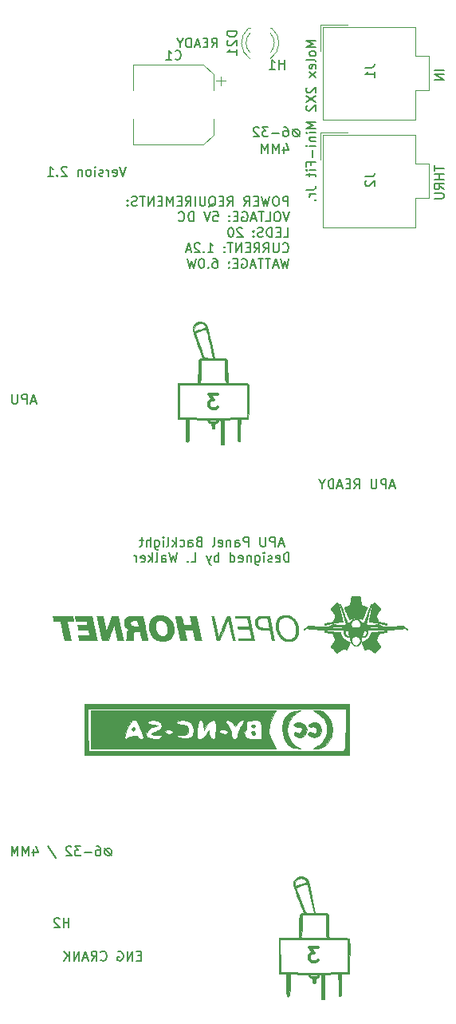
<source format=gbr>
%TF.GenerationSoftware,KiCad,Pcbnew,(5.1.10)-1*%
%TF.CreationDate,2021-11-16T17:17:49+11:00*%
%TF.ProjectId,APU Panel PCB V2,41505520-5061-46e6-956c-205043422056,rev?*%
%TF.SameCoordinates,Original*%
%TF.FileFunction,Legend,Bot*%
%TF.FilePolarity,Positive*%
%FSLAX46Y46*%
G04 Gerber Fmt 4.6, Leading zero omitted, Abs format (unit mm)*
G04 Created by KiCad (PCBNEW (5.1.10)-1) date 2021-11-16 17:17:49*
%MOMM*%
%LPD*%
G01*
G04 APERTURE LIST*
%ADD10C,0.150000*%
%ADD11C,0.300000*%
%ADD12C,0.120000*%
%ADD13C,0.010000*%
G04 APERTURE END LIST*
D10*
X101902380Y-57897619D02*
X100902380Y-57897619D01*
X101616666Y-58230952D01*
X100902380Y-58564285D01*
X101902380Y-58564285D01*
X101902380Y-59183333D02*
X101854761Y-59088095D01*
X101807142Y-59040476D01*
X101711904Y-58992857D01*
X101426190Y-58992857D01*
X101330952Y-59040476D01*
X101283333Y-59088095D01*
X101235714Y-59183333D01*
X101235714Y-59326190D01*
X101283333Y-59421428D01*
X101330952Y-59469047D01*
X101426190Y-59516666D01*
X101711904Y-59516666D01*
X101807142Y-59469047D01*
X101854761Y-59421428D01*
X101902380Y-59326190D01*
X101902380Y-59183333D01*
X101902380Y-60088095D02*
X101854761Y-59992857D01*
X101759523Y-59945238D01*
X100902380Y-59945238D01*
X101854761Y-60850000D02*
X101902380Y-60754761D01*
X101902380Y-60564285D01*
X101854761Y-60469047D01*
X101759523Y-60421428D01*
X101378571Y-60421428D01*
X101283333Y-60469047D01*
X101235714Y-60564285D01*
X101235714Y-60754761D01*
X101283333Y-60850000D01*
X101378571Y-60897619D01*
X101473809Y-60897619D01*
X101569047Y-60421428D01*
X101902380Y-61230952D02*
X101235714Y-61754761D01*
X101235714Y-61230952D02*
X101902380Y-61754761D01*
X100997619Y-62850000D02*
X100950000Y-62897619D01*
X100902380Y-62992857D01*
X100902380Y-63230952D01*
X100950000Y-63326190D01*
X100997619Y-63373809D01*
X101092857Y-63421428D01*
X101188095Y-63421428D01*
X101330952Y-63373809D01*
X101902380Y-62802380D01*
X101902380Y-63421428D01*
X100902380Y-63754761D02*
X101902380Y-64421428D01*
X100902380Y-64421428D02*
X101902380Y-63754761D01*
X100997619Y-64754761D02*
X100950000Y-64802380D01*
X100902380Y-64897619D01*
X100902380Y-65135714D01*
X100950000Y-65230952D01*
X100997619Y-65278571D01*
X101092857Y-65326190D01*
X101188095Y-65326190D01*
X101330952Y-65278571D01*
X101902380Y-64707142D01*
X101902380Y-65326190D01*
X101902380Y-66516666D02*
X100902380Y-66516666D01*
X101616666Y-66850000D01*
X100902380Y-67183333D01*
X101902380Y-67183333D01*
X101902380Y-67659523D02*
X101235714Y-67659523D01*
X100902380Y-67659523D02*
X100950000Y-67611904D01*
X100997619Y-67659523D01*
X100950000Y-67707142D01*
X100902380Y-67659523D01*
X100997619Y-67659523D01*
X101235714Y-68135714D02*
X101902380Y-68135714D01*
X101330952Y-68135714D02*
X101283333Y-68183333D01*
X101235714Y-68278571D01*
X101235714Y-68421428D01*
X101283333Y-68516666D01*
X101378571Y-68564285D01*
X101902380Y-68564285D01*
X101902380Y-69040476D02*
X101235714Y-69040476D01*
X100902380Y-69040476D02*
X100950000Y-68992857D01*
X100997619Y-69040476D01*
X100950000Y-69088095D01*
X100902380Y-69040476D01*
X100997619Y-69040476D01*
X101521428Y-69516666D02*
X101521428Y-70278571D01*
X101378571Y-71088095D02*
X101378571Y-70754761D01*
X101902380Y-70754761D02*
X100902380Y-70754761D01*
X100902380Y-71230952D01*
X101902380Y-71611904D02*
X101235714Y-71611904D01*
X100902380Y-71611904D02*
X100950000Y-71564285D01*
X100997619Y-71611904D01*
X100950000Y-71659523D01*
X100902380Y-71611904D01*
X100997619Y-71611904D01*
X101235714Y-71945238D02*
X101235714Y-72326190D01*
X100902380Y-72088095D02*
X101759523Y-72088095D01*
X101854761Y-72135714D01*
X101902380Y-72230952D01*
X101902380Y-72326190D01*
X100902380Y-73707142D02*
X101616666Y-73707142D01*
X101759523Y-73659523D01*
X101854761Y-73564285D01*
X101902380Y-73421428D01*
X101902380Y-73326190D01*
X101902380Y-74183333D02*
X101235714Y-74183333D01*
X101426190Y-74183333D02*
X101330952Y-74230952D01*
X101283333Y-74278571D01*
X101235714Y-74373809D01*
X101235714Y-74469047D01*
X101807142Y-74802380D02*
X101854761Y-74850000D01*
X101902380Y-74802380D01*
X101854761Y-74754761D01*
X101807142Y-74802380D01*
X101902380Y-74802380D01*
X98502380Y-69135714D02*
X98502380Y-69802380D01*
X98740476Y-68754761D02*
X98978571Y-69469047D01*
X98359523Y-69469047D01*
X97978571Y-69802380D02*
X97978571Y-68802380D01*
X97645238Y-69516666D01*
X97311904Y-68802380D01*
X97311904Y-69802380D01*
X96835714Y-69802380D02*
X96835714Y-68802380D01*
X96502380Y-69516666D01*
X96169047Y-68802380D01*
X96169047Y-69802380D01*
X90850000Y-58602380D02*
X91183333Y-58126190D01*
X91421428Y-58602380D02*
X91421428Y-57602380D01*
X91040476Y-57602380D01*
X90945238Y-57650000D01*
X90897619Y-57697619D01*
X90850000Y-57792857D01*
X90850000Y-57935714D01*
X90897619Y-58030952D01*
X90945238Y-58078571D01*
X91040476Y-58126190D01*
X91421428Y-58126190D01*
X90421428Y-58078571D02*
X90088095Y-58078571D01*
X89945238Y-58602380D02*
X90421428Y-58602380D01*
X90421428Y-57602380D01*
X89945238Y-57602380D01*
X89564285Y-58316666D02*
X89088095Y-58316666D01*
X89659523Y-58602380D02*
X89326190Y-57602380D01*
X88992857Y-58602380D01*
X88659523Y-58602380D02*
X88659523Y-57602380D01*
X88421428Y-57602380D01*
X88278571Y-57650000D01*
X88183333Y-57745238D01*
X88135714Y-57840476D01*
X88088095Y-58030952D01*
X88088095Y-58173809D01*
X88135714Y-58364285D01*
X88183333Y-58459523D01*
X88278571Y-58554761D01*
X88421428Y-58602380D01*
X88659523Y-58602380D01*
X87469047Y-58126190D02*
X87469047Y-58602380D01*
X87802380Y-57602380D02*
X87469047Y-58126190D01*
X87135714Y-57602380D01*
X98964404Y-75402380D02*
X98964404Y-74402380D01*
X98583452Y-74402380D01*
X98488214Y-74450000D01*
X98440595Y-74497619D01*
X98392976Y-74592857D01*
X98392976Y-74735714D01*
X98440595Y-74830952D01*
X98488214Y-74878571D01*
X98583452Y-74926190D01*
X98964404Y-74926190D01*
X97773928Y-74402380D02*
X97583452Y-74402380D01*
X97488214Y-74450000D01*
X97392976Y-74545238D01*
X97345357Y-74735714D01*
X97345357Y-75069047D01*
X97392976Y-75259523D01*
X97488214Y-75354761D01*
X97583452Y-75402380D01*
X97773928Y-75402380D01*
X97869166Y-75354761D01*
X97964404Y-75259523D01*
X98012023Y-75069047D01*
X98012023Y-74735714D01*
X97964404Y-74545238D01*
X97869166Y-74450000D01*
X97773928Y-74402380D01*
X97012023Y-74402380D02*
X96773928Y-75402380D01*
X96583452Y-74688095D01*
X96392976Y-75402380D01*
X96154880Y-74402380D01*
X95773928Y-74878571D02*
X95440595Y-74878571D01*
X95297738Y-75402380D02*
X95773928Y-75402380D01*
X95773928Y-74402380D01*
X95297738Y-74402380D01*
X94297738Y-75402380D02*
X94631071Y-74926190D01*
X94869166Y-75402380D02*
X94869166Y-74402380D01*
X94488214Y-74402380D01*
X94392976Y-74450000D01*
X94345357Y-74497619D01*
X94297738Y-74592857D01*
X94297738Y-74735714D01*
X94345357Y-74830952D01*
X94392976Y-74878571D01*
X94488214Y-74926190D01*
X94869166Y-74926190D01*
X92535833Y-75402380D02*
X92869166Y-74926190D01*
X93107261Y-75402380D02*
X93107261Y-74402380D01*
X92726309Y-74402380D01*
X92631071Y-74450000D01*
X92583452Y-74497619D01*
X92535833Y-74592857D01*
X92535833Y-74735714D01*
X92583452Y-74830952D01*
X92631071Y-74878571D01*
X92726309Y-74926190D01*
X93107261Y-74926190D01*
X92107261Y-74878571D02*
X91773928Y-74878571D01*
X91631071Y-75402380D02*
X92107261Y-75402380D01*
X92107261Y-74402380D01*
X91631071Y-74402380D01*
X90535833Y-75497619D02*
X90631071Y-75450000D01*
X90726309Y-75354761D01*
X90869166Y-75211904D01*
X90964404Y-75164285D01*
X91059642Y-75164285D01*
X91012023Y-75402380D02*
X91107261Y-75354761D01*
X91202500Y-75259523D01*
X91250119Y-75069047D01*
X91250119Y-74735714D01*
X91202500Y-74545238D01*
X91107261Y-74450000D01*
X91012023Y-74402380D01*
X90821547Y-74402380D01*
X90726309Y-74450000D01*
X90631071Y-74545238D01*
X90583452Y-74735714D01*
X90583452Y-75069047D01*
X90631071Y-75259523D01*
X90726309Y-75354761D01*
X90821547Y-75402380D01*
X91012023Y-75402380D01*
X90154880Y-74402380D02*
X90154880Y-75211904D01*
X90107261Y-75307142D01*
X90059642Y-75354761D01*
X89964404Y-75402380D01*
X89773928Y-75402380D01*
X89678690Y-75354761D01*
X89631071Y-75307142D01*
X89583452Y-75211904D01*
X89583452Y-74402380D01*
X89107261Y-75402380D02*
X89107261Y-74402380D01*
X88059642Y-75402380D02*
X88392976Y-74926190D01*
X88631071Y-75402380D02*
X88631071Y-74402380D01*
X88250119Y-74402380D01*
X88154880Y-74450000D01*
X88107261Y-74497619D01*
X88059642Y-74592857D01*
X88059642Y-74735714D01*
X88107261Y-74830952D01*
X88154880Y-74878571D01*
X88250119Y-74926190D01*
X88631071Y-74926190D01*
X87631071Y-74878571D02*
X87297738Y-74878571D01*
X87154880Y-75402380D02*
X87631071Y-75402380D01*
X87631071Y-74402380D01*
X87154880Y-74402380D01*
X86726309Y-75402380D02*
X86726309Y-74402380D01*
X86392976Y-75116666D01*
X86059642Y-74402380D01*
X86059642Y-75402380D01*
X85583452Y-74878571D02*
X85250119Y-74878571D01*
X85107261Y-75402380D02*
X85583452Y-75402380D01*
X85583452Y-74402380D01*
X85107261Y-74402380D01*
X84678690Y-75402380D02*
X84678690Y-74402380D01*
X84107261Y-75402380D01*
X84107261Y-74402380D01*
X83773928Y-74402380D02*
X83202500Y-74402380D01*
X83488214Y-75402380D02*
X83488214Y-74402380D01*
X82916785Y-75354761D02*
X82773928Y-75402380D01*
X82535833Y-75402380D01*
X82440595Y-75354761D01*
X82392976Y-75307142D01*
X82345357Y-75211904D01*
X82345357Y-75116666D01*
X82392976Y-75021428D01*
X82440595Y-74973809D01*
X82535833Y-74926190D01*
X82726309Y-74878571D01*
X82821547Y-74830952D01*
X82869166Y-74783333D01*
X82916785Y-74688095D01*
X82916785Y-74592857D01*
X82869166Y-74497619D01*
X82821547Y-74450000D01*
X82726309Y-74402380D01*
X82488214Y-74402380D01*
X82345357Y-74450000D01*
X81916785Y-75307142D02*
X81869166Y-75354761D01*
X81916785Y-75402380D01*
X81964404Y-75354761D01*
X81916785Y-75307142D01*
X81916785Y-75402380D01*
X81916785Y-74783333D02*
X81869166Y-74830952D01*
X81916785Y-74878571D01*
X81964404Y-74830952D01*
X81916785Y-74783333D01*
X81916785Y-74878571D01*
X99107261Y-76052380D02*
X98773928Y-77052380D01*
X98440595Y-76052380D01*
X97916785Y-76052380D02*
X97726309Y-76052380D01*
X97631071Y-76100000D01*
X97535833Y-76195238D01*
X97488214Y-76385714D01*
X97488214Y-76719047D01*
X97535833Y-76909523D01*
X97631071Y-77004761D01*
X97726309Y-77052380D01*
X97916785Y-77052380D01*
X98012023Y-77004761D01*
X98107261Y-76909523D01*
X98154880Y-76719047D01*
X98154880Y-76385714D01*
X98107261Y-76195238D01*
X98012023Y-76100000D01*
X97916785Y-76052380D01*
X96583452Y-77052380D02*
X97059642Y-77052380D01*
X97059642Y-76052380D01*
X96392976Y-76052380D02*
X95821547Y-76052380D01*
X96107261Y-77052380D02*
X96107261Y-76052380D01*
X95535833Y-76766666D02*
X95059642Y-76766666D01*
X95631071Y-77052380D02*
X95297738Y-76052380D01*
X94964404Y-77052380D01*
X94107261Y-76100000D02*
X94202500Y-76052380D01*
X94345357Y-76052380D01*
X94488214Y-76100000D01*
X94583452Y-76195238D01*
X94631071Y-76290476D01*
X94678690Y-76480952D01*
X94678690Y-76623809D01*
X94631071Y-76814285D01*
X94583452Y-76909523D01*
X94488214Y-77004761D01*
X94345357Y-77052380D01*
X94250119Y-77052380D01*
X94107261Y-77004761D01*
X94059642Y-76957142D01*
X94059642Y-76623809D01*
X94250119Y-76623809D01*
X93631071Y-76528571D02*
X93297738Y-76528571D01*
X93154880Y-77052380D02*
X93631071Y-77052380D01*
X93631071Y-76052380D01*
X93154880Y-76052380D01*
X92726309Y-76957142D02*
X92678690Y-77004761D01*
X92726309Y-77052380D01*
X92773928Y-77004761D01*
X92726309Y-76957142D01*
X92726309Y-77052380D01*
X92726309Y-76433333D02*
X92678690Y-76480952D01*
X92726309Y-76528571D01*
X92773928Y-76480952D01*
X92726309Y-76433333D01*
X92726309Y-76528571D01*
X91012023Y-76052380D02*
X91488214Y-76052380D01*
X91535833Y-76528571D01*
X91488214Y-76480952D01*
X91392976Y-76433333D01*
X91154880Y-76433333D01*
X91059642Y-76480952D01*
X91012023Y-76528571D01*
X90964404Y-76623809D01*
X90964404Y-76861904D01*
X91012023Y-76957142D01*
X91059642Y-77004761D01*
X91154880Y-77052380D01*
X91392976Y-77052380D01*
X91488214Y-77004761D01*
X91535833Y-76957142D01*
X90678690Y-76052380D02*
X90345357Y-77052380D01*
X90012023Y-76052380D01*
X88916785Y-77052380D02*
X88916785Y-76052380D01*
X88678690Y-76052380D01*
X88535833Y-76100000D01*
X88440595Y-76195238D01*
X88392976Y-76290476D01*
X88345357Y-76480952D01*
X88345357Y-76623809D01*
X88392976Y-76814285D01*
X88440595Y-76909523D01*
X88535833Y-77004761D01*
X88678690Y-77052380D01*
X88916785Y-77052380D01*
X87345357Y-76957142D02*
X87392976Y-77004761D01*
X87535833Y-77052380D01*
X87631071Y-77052380D01*
X87773928Y-77004761D01*
X87869166Y-76909523D01*
X87916785Y-76814285D01*
X87964404Y-76623809D01*
X87964404Y-76480952D01*
X87916785Y-76290476D01*
X87869166Y-76195238D01*
X87773928Y-76100000D01*
X87631071Y-76052380D01*
X87535833Y-76052380D01*
X87392976Y-76100000D01*
X87345357Y-76147619D01*
X98488214Y-78702380D02*
X98964404Y-78702380D01*
X98964404Y-77702380D01*
X98154880Y-78178571D02*
X97821547Y-78178571D01*
X97678690Y-78702380D02*
X98154880Y-78702380D01*
X98154880Y-77702380D01*
X97678690Y-77702380D01*
X97250119Y-78702380D02*
X97250119Y-77702380D01*
X97012023Y-77702380D01*
X96869166Y-77750000D01*
X96773928Y-77845238D01*
X96726309Y-77940476D01*
X96678690Y-78130952D01*
X96678690Y-78273809D01*
X96726309Y-78464285D01*
X96773928Y-78559523D01*
X96869166Y-78654761D01*
X97012023Y-78702380D01*
X97250119Y-78702380D01*
X96297738Y-78654761D02*
X96154880Y-78702380D01*
X95916785Y-78702380D01*
X95821547Y-78654761D01*
X95773928Y-78607142D01*
X95726309Y-78511904D01*
X95726309Y-78416666D01*
X95773928Y-78321428D01*
X95821547Y-78273809D01*
X95916785Y-78226190D01*
X96107261Y-78178571D01*
X96202500Y-78130952D01*
X96250119Y-78083333D01*
X96297738Y-77988095D01*
X96297738Y-77892857D01*
X96250119Y-77797619D01*
X96202500Y-77750000D01*
X96107261Y-77702380D01*
X95869166Y-77702380D01*
X95726309Y-77750000D01*
X95297738Y-78607142D02*
X95250119Y-78654761D01*
X95297738Y-78702380D01*
X95345357Y-78654761D01*
X95297738Y-78607142D01*
X95297738Y-78702380D01*
X95297738Y-78083333D02*
X95250119Y-78130952D01*
X95297738Y-78178571D01*
X95345357Y-78130952D01*
X95297738Y-78083333D01*
X95297738Y-78178571D01*
X94107261Y-77797619D02*
X94059642Y-77750000D01*
X93964404Y-77702380D01*
X93726309Y-77702380D01*
X93631071Y-77750000D01*
X93583452Y-77797619D01*
X93535833Y-77892857D01*
X93535833Y-77988095D01*
X93583452Y-78130952D01*
X94154880Y-78702380D01*
X93535833Y-78702380D01*
X92916785Y-77702380D02*
X92821547Y-77702380D01*
X92726309Y-77750000D01*
X92678690Y-77797619D01*
X92631071Y-77892857D01*
X92583452Y-78083333D01*
X92583452Y-78321428D01*
X92631071Y-78511904D01*
X92678690Y-78607142D01*
X92726309Y-78654761D01*
X92821547Y-78702380D01*
X92916785Y-78702380D01*
X93012023Y-78654761D01*
X93059642Y-78607142D01*
X93107261Y-78511904D01*
X93154880Y-78321428D01*
X93154880Y-78083333D01*
X93107261Y-77892857D01*
X93059642Y-77797619D01*
X93012023Y-77750000D01*
X92916785Y-77702380D01*
X98392976Y-80257142D02*
X98440595Y-80304761D01*
X98583452Y-80352380D01*
X98678690Y-80352380D01*
X98821547Y-80304761D01*
X98916785Y-80209523D01*
X98964404Y-80114285D01*
X99012023Y-79923809D01*
X99012023Y-79780952D01*
X98964404Y-79590476D01*
X98916785Y-79495238D01*
X98821547Y-79400000D01*
X98678690Y-79352380D01*
X98583452Y-79352380D01*
X98440595Y-79400000D01*
X98392976Y-79447619D01*
X97964404Y-79352380D02*
X97964404Y-80161904D01*
X97916785Y-80257142D01*
X97869166Y-80304761D01*
X97773928Y-80352380D01*
X97583452Y-80352380D01*
X97488214Y-80304761D01*
X97440595Y-80257142D01*
X97392976Y-80161904D01*
X97392976Y-79352380D01*
X96345357Y-80352380D02*
X96678690Y-79876190D01*
X96916785Y-80352380D02*
X96916785Y-79352380D01*
X96535833Y-79352380D01*
X96440595Y-79400000D01*
X96392976Y-79447619D01*
X96345357Y-79542857D01*
X96345357Y-79685714D01*
X96392976Y-79780952D01*
X96440595Y-79828571D01*
X96535833Y-79876190D01*
X96916785Y-79876190D01*
X95345357Y-80352380D02*
X95678690Y-79876190D01*
X95916785Y-80352380D02*
X95916785Y-79352380D01*
X95535833Y-79352380D01*
X95440595Y-79400000D01*
X95392976Y-79447619D01*
X95345357Y-79542857D01*
X95345357Y-79685714D01*
X95392976Y-79780952D01*
X95440595Y-79828571D01*
X95535833Y-79876190D01*
X95916785Y-79876190D01*
X94916785Y-79828571D02*
X94583452Y-79828571D01*
X94440595Y-80352380D02*
X94916785Y-80352380D01*
X94916785Y-79352380D01*
X94440595Y-79352380D01*
X94012023Y-80352380D02*
X94012023Y-79352380D01*
X93440595Y-80352380D01*
X93440595Y-79352380D01*
X93107261Y-79352380D02*
X92535833Y-79352380D01*
X92821547Y-80352380D02*
X92821547Y-79352380D01*
X92202500Y-80257142D02*
X92154880Y-80304761D01*
X92202500Y-80352380D01*
X92250119Y-80304761D01*
X92202500Y-80257142D01*
X92202500Y-80352380D01*
X92202500Y-79733333D02*
X92154880Y-79780952D01*
X92202500Y-79828571D01*
X92250119Y-79780952D01*
X92202500Y-79733333D01*
X92202500Y-79828571D01*
X90440595Y-80352380D02*
X91012023Y-80352380D01*
X90726309Y-80352380D02*
X90726309Y-79352380D01*
X90821547Y-79495238D01*
X90916785Y-79590476D01*
X91012023Y-79638095D01*
X90012023Y-80257142D02*
X89964404Y-80304761D01*
X90012023Y-80352380D01*
X90059642Y-80304761D01*
X90012023Y-80257142D01*
X90012023Y-80352380D01*
X89583452Y-79447619D02*
X89535833Y-79400000D01*
X89440595Y-79352380D01*
X89202500Y-79352380D01*
X89107261Y-79400000D01*
X89059642Y-79447619D01*
X89012023Y-79542857D01*
X89012023Y-79638095D01*
X89059642Y-79780952D01*
X89631071Y-80352380D01*
X89012023Y-80352380D01*
X88631071Y-80066666D02*
X88154880Y-80066666D01*
X88726309Y-80352380D02*
X88392976Y-79352380D01*
X88059642Y-80352380D01*
X99059642Y-81002380D02*
X98821547Y-82002380D01*
X98631071Y-81288095D01*
X98440595Y-82002380D01*
X98202500Y-81002380D01*
X97869166Y-81716666D02*
X97392976Y-81716666D01*
X97964404Y-82002380D02*
X97631071Y-81002380D01*
X97297738Y-82002380D01*
X97107261Y-81002380D02*
X96535833Y-81002380D01*
X96821547Y-82002380D02*
X96821547Y-81002380D01*
X96345357Y-81002380D02*
X95773928Y-81002380D01*
X96059642Y-82002380D02*
X96059642Y-81002380D01*
X95488214Y-81716666D02*
X95012023Y-81716666D01*
X95583452Y-82002380D02*
X95250119Y-81002380D01*
X94916785Y-82002380D01*
X94059642Y-81050000D02*
X94154880Y-81002380D01*
X94297738Y-81002380D01*
X94440595Y-81050000D01*
X94535833Y-81145238D01*
X94583452Y-81240476D01*
X94631071Y-81430952D01*
X94631071Y-81573809D01*
X94583452Y-81764285D01*
X94535833Y-81859523D01*
X94440595Y-81954761D01*
X94297738Y-82002380D01*
X94202500Y-82002380D01*
X94059642Y-81954761D01*
X94012023Y-81907142D01*
X94012023Y-81573809D01*
X94202500Y-81573809D01*
X93583452Y-81478571D02*
X93250119Y-81478571D01*
X93107261Y-82002380D02*
X93583452Y-82002380D01*
X93583452Y-81002380D01*
X93107261Y-81002380D01*
X92678690Y-81907142D02*
X92631071Y-81954761D01*
X92678690Y-82002380D01*
X92726309Y-81954761D01*
X92678690Y-81907142D01*
X92678690Y-82002380D01*
X92678690Y-81383333D02*
X92631071Y-81430952D01*
X92678690Y-81478571D01*
X92726309Y-81430952D01*
X92678690Y-81383333D01*
X92678690Y-81478571D01*
X91012023Y-81002380D02*
X91202500Y-81002380D01*
X91297738Y-81050000D01*
X91345357Y-81097619D01*
X91440595Y-81240476D01*
X91488214Y-81430952D01*
X91488214Y-81811904D01*
X91440595Y-81907142D01*
X91392976Y-81954761D01*
X91297738Y-82002380D01*
X91107261Y-82002380D01*
X91012023Y-81954761D01*
X90964404Y-81907142D01*
X90916785Y-81811904D01*
X90916785Y-81573809D01*
X90964404Y-81478571D01*
X91012023Y-81430952D01*
X91107261Y-81383333D01*
X91297738Y-81383333D01*
X91392976Y-81430952D01*
X91440595Y-81478571D01*
X91488214Y-81573809D01*
X90488214Y-81907142D02*
X90440595Y-81954761D01*
X90488214Y-82002380D01*
X90535833Y-81954761D01*
X90488214Y-81907142D01*
X90488214Y-82002380D01*
X89821547Y-81002380D02*
X89726309Y-81002380D01*
X89631071Y-81050000D01*
X89583452Y-81097619D01*
X89535833Y-81192857D01*
X89488214Y-81383333D01*
X89488214Y-81621428D01*
X89535833Y-81811904D01*
X89583452Y-81907142D01*
X89631071Y-81954761D01*
X89726309Y-82002380D01*
X89821547Y-82002380D01*
X89916785Y-81954761D01*
X89964404Y-81907142D01*
X90012023Y-81811904D01*
X90059642Y-81621428D01*
X90059642Y-81383333D01*
X90012023Y-81192857D01*
X89964404Y-81097619D01*
X89916785Y-81050000D01*
X89821547Y-81002380D01*
X89154880Y-81002380D02*
X88916785Y-82002380D01*
X88726309Y-81288095D01*
X88535833Y-82002380D01*
X88297738Y-81002380D01*
X98484058Y-111254066D02*
X98007867Y-111254066D01*
X98579296Y-111539780D02*
X98245962Y-110539780D01*
X97912629Y-111539780D01*
X97579296Y-111539780D02*
X97579296Y-110539780D01*
X97198343Y-110539780D01*
X97103105Y-110587400D01*
X97055486Y-110635019D01*
X97007867Y-110730257D01*
X97007867Y-110873114D01*
X97055486Y-110968352D01*
X97103105Y-111015971D01*
X97198343Y-111063590D01*
X97579296Y-111063590D01*
X96579296Y-110539780D02*
X96579296Y-111349304D01*
X96531677Y-111444542D01*
X96484058Y-111492161D01*
X96388820Y-111539780D01*
X96198343Y-111539780D01*
X96103105Y-111492161D01*
X96055486Y-111444542D01*
X96007867Y-111349304D01*
X96007867Y-110539780D01*
X94769772Y-111539780D02*
X94769772Y-110539780D01*
X94388820Y-110539780D01*
X94293581Y-110587400D01*
X94245962Y-110635019D01*
X94198343Y-110730257D01*
X94198343Y-110873114D01*
X94245962Y-110968352D01*
X94293581Y-111015971D01*
X94388820Y-111063590D01*
X94769772Y-111063590D01*
X93341200Y-111539780D02*
X93341200Y-111015971D01*
X93388820Y-110920733D01*
X93484058Y-110873114D01*
X93674534Y-110873114D01*
X93769772Y-110920733D01*
X93341200Y-111492161D02*
X93436439Y-111539780D01*
X93674534Y-111539780D01*
X93769772Y-111492161D01*
X93817391Y-111396923D01*
X93817391Y-111301685D01*
X93769772Y-111206447D01*
X93674534Y-111158828D01*
X93436439Y-111158828D01*
X93341200Y-111111209D01*
X92865010Y-110873114D02*
X92865010Y-111539780D01*
X92865010Y-110968352D02*
X92817391Y-110920733D01*
X92722153Y-110873114D01*
X92579296Y-110873114D01*
X92484058Y-110920733D01*
X92436439Y-111015971D01*
X92436439Y-111539780D01*
X91579296Y-111492161D02*
X91674534Y-111539780D01*
X91865010Y-111539780D01*
X91960248Y-111492161D01*
X92007867Y-111396923D01*
X92007867Y-111015971D01*
X91960248Y-110920733D01*
X91865010Y-110873114D01*
X91674534Y-110873114D01*
X91579296Y-110920733D01*
X91531677Y-111015971D01*
X91531677Y-111111209D01*
X92007867Y-111206447D01*
X90960248Y-111539780D02*
X91055486Y-111492161D01*
X91103105Y-111396923D01*
X91103105Y-110539780D01*
X89484058Y-111015971D02*
X89341200Y-111063590D01*
X89293581Y-111111209D01*
X89245962Y-111206447D01*
X89245962Y-111349304D01*
X89293581Y-111444542D01*
X89341200Y-111492161D01*
X89436439Y-111539780D01*
X89817391Y-111539780D01*
X89817391Y-110539780D01*
X89484058Y-110539780D01*
X89388820Y-110587400D01*
X89341200Y-110635019D01*
X89293581Y-110730257D01*
X89293581Y-110825495D01*
X89341200Y-110920733D01*
X89388820Y-110968352D01*
X89484058Y-111015971D01*
X89817391Y-111015971D01*
X88388820Y-111539780D02*
X88388820Y-111015971D01*
X88436439Y-110920733D01*
X88531677Y-110873114D01*
X88722153Y-110873114D01*
X88817391Y-110920733D01*
X88388820Y-111492161D02*
X88484058Y-111539780D01*
X88722153Y-111539780D01*
X88817391Y-111492161D01*
X88865010Y-111396923D01*
X88865010Y-111301685D01*
X88817391Y-111206447D01*
X88722153Y-111158828D01*
X88484058Y-111158828D01*
X88388820Y-111111209D01*
X87484058Y-111492161D02*
X87579296Y-111539780D01*
X87769772Y-111539780D01*
X87865010Y-111492161D01*
X87912629Y-111444542D01*
X87960248Y-111349304D01*
X87960248Y-111063590D01*
X87912629Y-110968352D01*
X87865010Y-110920733D01*
X87769772Y-110873114D01*
X87579296Y-110873114D01*
X87484058Y-110920733D01*
X87055486Y-111539780D02*
X87055486Y-110539780D01*
X86960248Y-111158828D02*
X86674534Y-111539780D01*
X86674534Y-110873114D02*
X87055486Y-111254066D01*
X86103105Y-111539780D02*
X86198343Y-111492161D01*
X86245962Y-111396923D01*
X86245962Y-110539780D01*
X85722153Y-111539780D02*
X85722153Y-110873114D01*
X85722153Y-110539780D02*
X85769772Y-110587400D01*
X85722153Y-110635019D01*
X85674534Y-110587400D01*
X85722153Y-110539780D01*
X85722153Y-110635019D01*
X84817391Y-110873114D02*
X84817391Y-111682638D01*
X84865010Y-111777876D01*
X84912629Y-111825495D01*
X85007867Y-111873114D01*
X85150724Y-111873114D01*
X85245962Y-111825495D01*
X84817391Y-111492161D02*
X84912629Y-111539780D01*
X85103105Y-111539780D01*
X85198343Y-111492161D01*
X85245962Y-111444542D01*
X85293581Y-111349304D01*
X85293581Y-111063590D01*
X85245962Y-110968352D01*
X85198343Y-110920733D01*
X85103105Y-110873114D01*
X84912629Y-110873114D01*
X84817391Y-110920733D01*
X84341200Y-111539780D02*
X84341200Y-110539780D01*
X83912629Y-111539780D02*
X83912629Y-111015971D01*
X83960248Y-110920733D01*
X84055486Y-110873114D01*
X84198343Y-110873114D01*
X84293581Y-110920733D01*
X84341200Y-110968352D01*
X83579296Y-110873114D02*
X83198343Y-110873114D01*
X83436439Y-110539780D02*
X83436439Y-111396923D01*
X83388820Y-111492161D01*
X83293581Y-111539780D01*
X83198343Y-111539780D01*
X99055486Y-113189780D02*
X99055486Y-112189780D01*
X98817391Y-112189780D01*
X98674534Y-112237400D01*
X98579296Y-112332638D01*
X98531677Y-112427876D01*
X98484058Y-112618352D01*
X98484058Y-112761209D01*
X98531677Y-112951685D01*
X98579296Y-113046923D01*
X98674534Y-113142161D01*
X98817391Y-113189780D01*
X99055486Y-113189780D01*
X97674534Y-113142161D02*
X97769772Y-113189780D01*
X97960248Y-113189780D01*
X98055486Y-113142161D01*
X98103105Y-113046923D01*
X98103105Y-112665971D01*
X98055486Y-112570733D01*
X97960248Y-112523114D01*
X97769772Y-112523114D01*
X97674534Y-112570733D01*
X97626915Y-112665971D01*
X97626915Y-112761209D01*
X98103105Y-112856447D01*
X97245962Y-113142161D02*
X97150724Y-113189780D01*
X96960248Y-113189780D01*
X96865010Y-113142161D01*
X96817391Y-113046923D01*
X96817391Y-112999304D01*
X96865010Y-112904066D01*
X96960248Y-112856447D01*
X97103105Y-112856447D01*
X97198343Y-112808828D01*
X97245962Y-112713590D01*
X97245962Y-112665971D01*
X97198343Y-112570733D01*
X97103105Y-112523114D01*
X96960248Y-112523114D01*
X96865010Y-112570733D01*
X96388820Y-113189780D02*
X96388820Y-112523114D01*
X96388820Y-112189780D02*
X96436439Y-112237400D01*
X96388820Y-112285019D01*
X96341200Y-112237400D01*
X96388820Y-112189780D01*
X96388820Y-112285019D01*
X95484058Y-112523114D02*
X95484058Y-113332638D01*
X95531677Y-113427876D01*
X95579296Y-113475495D01*
X95674534Y-113523114D01*
X95817391Y-113523114D01*
X95912629Y-113475495D01*
X95484058Y-113142161D02*
X95579296Y-113189780D01*
X95769772Y-113189780D01*
X95865010Y-113142161D01*
X95912629Y-113094542D01*
X95960248Y-112999304D01*
X95960248Y-112713590D01*
X95912629Y-112618352D01*
X95865010Y-112570733D01*
X95769772Y-112523114D01*
X95579296Y-112523114D01*
X95484058Y-112570733D01*
X95007867Y-112523114D02*
X95007867Y-113189780D01*
X95007867Y-112618352D02*
X94960248Y-112570733D01*
X94865010Y-112523114D01*
X94722153Y-112523114D01*
X94626915Y-112570733D01*
X94579296Y-112665971D01*
X94579296Y-113189780D01*
X93722153Y-113142161D02*
X93817391Y-113189780D01*
X94007867Y-113189780D01*
X94103105Y-113142161D01*
X94150724Y-113046923D01*
X94150724Y-112665971D01*
X94103105Y-112570733D01*
X94007867Y-112523114D01*
X93817391Y-112523114D01*
X93722153Y-112570733D01*
X93674534Y-112665971D01*
X93674534Y-112761209D01*
X94150724Y-112856447D01*
X92817391Y-113189780D02*
X92817391Y-112189780D01*
X92817391Y-113142161D02*
X92912629Y-113189780D01*
X93103105Y-113189780D01*
X93198343Y-113142161D01*
X93245962Y-113094542D01*
X93293581Y-112999304D01*
X93293581Y-112713590D01*
X93245962Y-112618352D01*
X93198343Y-112570733D01*
X93103105Y-112523114D01*
X92912629Y-112523114D01*
X92817391Y-112570733D01*
X91579296Y-113189780D02*
X91579296Y-112189780D01*
X91579296Y-112570733D02*
X91484058Y-112523114D01*
X91293581Y-112523114D01*
X91198343Y-112570733D01*
X91150724Y-112618352D01*
X91103105Y-112713590D01*
X91103105Y-112999304D01*
X91150724Y-113094542D01*
X91198343Y-113142161D01*
X91293581Y-113189780D01*
X91484058Y-113189780D01*
X91579296Y-113142161D01*
X90769772Y-112523114D02*
X90531677Y-113189780D01*
X90293581Y-112523114D02*
X90531677Y-113189780D01*
X90626915Y-113427876D01*
X90674534Y-113475495D01*
X90769772Y-113523114D01*
X88674534Y-113189780D02*
X89150724Y-113189780D01*
X89150724Y-112189780D01*
X88341200Y-113094542D02*
X88293581Y-113142161D01*
X88341200Y-113189780D01*
X88388820Y-113142161D01*
X88341200Y-113094542D01*
X88341200Y-113189780D01*
X87198343Y-112189780D02*
X86960248Y-113189780D01*
X86769772Y-112475495D01*
X86579296Y-113189780D01*
X86341200Y-112189780D01*
X85531677Y-113189780D02*
X85531677Y-112665971D01*
X85579296Y-112570733D01*
X85674534Y-112523114D01*
X85865010Y-112523114D01*
X85960248Y-112570733D01*
X85531677Y-113142161D02*
X85626915Y-113189780D01*
X85865010Y-113189780D01*
X85960248Y-113142161D01*
X86007867Y-113046923D01*
X86007867Y-112951685D01*
X85960248Y-112856447D01*
X85865010Y-112808828D01*
X85626915Y-112808828D01*
X85531677Y-112761209D01*
X84912629Y-113189780D02*
X85007867Y-113142161D01*
X85055486Y-113046923D01*
X85055486Y-112189780D01*
X84531677Y-113189780D02*
X84531677Y-112189780D01*
X84436439Y-112808828D02*
X84150724Y-113189780D01*
X84150724Y-112523114D02*
X84531677Y-112904066D01*
X83341200Y-113142161D02*
X83436439Y-113189780D01*
X83626915Y-113189780D01*
X83722153Y-113142161D01*
X83769772Y-113046923D01*
X83769772Y-112665971D01*
X83722153Y-112570733D01*
X83626915Y-112523114D01*
X83436439Y-112523114D01*
X83341200Y-112570733D01*
X83293581Y-112665971D01*
X83293581Y-112761209D01*
X83769772Y-112856447D01*
X82865010Y-113189780D02*
X82865010Y-112523114D01*
X82865010Y-112713590D02*
X82817391Y-112618352D01*
X82769772Y-112570733D01*
X82674534Y-112523114D01*
X82579296Y-112523114D01*
D11*
X102145720Y-154103331D02*
X101217148Y-154103331D01*
X101717148Y-154674760D01*
X101502862Y-154674760D01*
X101360005Y-154746188D01*
X101288577Y-154817617D01*
X101217148Y-154960474D01*
X101217148Y-155317617D01*
X101288577Y-155460474D01*
X101360005Y-155531902D01*
X101502862Y-155603331D01*
X101931434Y-155603331D01*
X102074291Y-155531902D01*
X102145720Y-155460474D01*
X91510740Y-95414091D02*
X90582168Y-95414091D01*
X91082168Y-95985520D01*
X90867882Y-95985520D01*
X90725025Y-96056948D01*
X90653597Y-96128377D01*
X90582168Y-96271234D01*
X90582168Y-96628377D01*
X90653597Y-96771234D01*
X90725025Y-96842662D01*
X90867882Y-96914091D01*
X91296454Y-96914091D01*
X91439311Y-96842662D01*
X91510740Y-96771234D01*
D10*
X81740476Y-71252380D02*
X81407142Y-72252380D01*
X81073809Y-71252380D01*
X80359523Y-72204761D02*
X80454761Y-72252380D01*
X80645238Y-72252380D01*
X80740476Y-72204761D01*
X80788095Y-72109523D01*
X80788095Y-71728571D01*
X80740476Y-71633333D01*
X80645238Y-71585714D01*
X80454761Y-71585714D01*
X80359523Y-71633333D01*
X80311904Y-71728571D01*
X80311904Y-71823809D01*
X80788095Y-71919047D01*
X79883333Y-72252380D02*
X79883333Y-71585714D01*
X79883333Y-71776190D02*
X79835714Y-71680952D01*
X79788095Y-71633333D01*
X79692857Y-71585714D01*
X79597619Y-71585714D01*
X79311904Y-72204761D02*
X79216666Y-72252380D01*
X79026190Y-72252380D01*
X78930952Y-72204761D01*
X78883333Y-72109523D01*
X78883333Y-72061904D01*
X78930952Y-71966666D01*
X79026190Y-71919047D01*
X79169047Y-71919047D01*
X79264285Y-71871428D01*
X79311904Y-71776190D01*
X79311904Y-71728571D01*
X79264285Y-71633333D01*
X79169047Y-71585714D01*
X79026190Y-71585714D01*
X78930952Y-71633333D01*
X78454761Y-72252380D02*
X78454761Y-71585714D01*
X78454761Y-71252380D02*
X78502380Y-71300000D01*
X78454761Y-71347619D01*
X78407142Y-71300000D01*
X78454761Y-71252380D01*
X78454761Y-71347619D01*
X77835714Y-72252380D02*
X77930952Y-72204761D01*
X77978571Y-72157142D01*
X78026190Y-72061904D01*
X78026190Y-71776190D01*
X77978571Y-71680952D01*
X77930952Y-71633333D01*
X77835714Y-71585714D01*
X77692857Y-71585714D01*
X77597619Y-71633333D01*
X77550000Y-71680952D01*
X77502380Y-71776190D01*
X77502380Y-72061904D01*
X77550000Y-72157142D01*
X77597619Y-72204761D01*
X77692857Y-72252380D01*
X77835714Y-72252380D01*
X77073809Y-71585714D02*
X77073809Y-72252380D01*
X77073809Y-71680952D02*
X77026190Y-71633333D01*
X76930952Y-71585714D01*
X76788095Y-71585714D01*
X76692857Y-71633333D01*
X76645238Y-71728571D01*
X76645238Y-72252380D01*
X75454761Y-71347619D02*
X75407142Y-71300000D01*
X75311904Y-71252380D01*
X75073809Y-71252380D01*
X74978571Y-71300000D01*
X74930952Y-71347619D01*
X74883333Y-71442857D01*
X74883333Y-71538095D01*
X74930952Y-71680952D01*
X75502380Y-72252380D01*
X74883333Y-72252380D01*
X74454761Y-72157142D02*
X74407142Y-72204761D01*
X74454761Y-72252380D01*
X74502380Y-72204761D01*
X74454761Y-72157142D01*
X74454761Y-72252380D01*
X73454761Y-72252380D02*
X74026190Y-72252380D01*
X73740476Y-72252380D02*
X73740476Y-71252380D01*
X73835714Y-71395238D01*
X73930952Y-71490476D01*
X74026190Y-71538095D01*
X72135524Y-96125326D02*
X71659334Y-96125326D01*
X72230762Y-96411040D02*
X71897429Y-95411040D01*
X71564096Y-96411040D01*
X71230762Y-96411040D02*
X71230762Y-95411040D01*
X70849810Y-95411040D01*
X70754572Y-95458660D01*
X70706953Y-95506279D01*
X70659334Y-95601517D01*
X70659334Y-95744374D01*
X70706953Y-95839612D01*
X70754572Y-95887231D01*
X70849810Y-95934850D01*
X71230762Y-95934850D01*
X70230762Y-95411040D02*
X70230762Y-96220564D01*
X70183143Y-96315802D01*
X70135524Y-96363421D01*
X70040286Y-96411040D01*
X69849810Y-96411040D01*
X69754572Y-96363421D01*
X69706953Y-96315802D01*
X69659334Y-96220564D01*
X69659334Y-95411040D01*
X110276780Y-105119466D02*
X109800590Y-105119466D01*
X110372019Y-105405180D02*
X110038685Y-104405180D01*
X109705352Y-105405180D01*
X109372019Y-105405180D02*
X109372019Y-104405180D01*
X108991066Y-104405180D01*
X108895828Y-104452800D01*
X108848209Y-104500419D01*
X108800590Y-104595657D01*
X108800590Y-104738514D01*
X108848209Y-104833752D01*
X108895828Y-104881371D01*
X108991066Y-104928990D01*
X109372019Y-104928990D01*
X108372019Y-104405180D02*
X108372019Y-105214704D01*
X108324400Y-105309942D01*
X108276780Y-105357561D01*
X108181542Y-105405180D01*
X107991066Y-105405180D01*
X107895828Y-105357561D01*
X107848209Y-105309942D01*
X107800590Y-105214704D01*
X107800590Y-104405180D01*
X105991066Y-105405180D02*
X106324400Y-104928990D01*
X106562495Y-105405180D02*
X106562495Y-104405180D01*
X106181542Y-104405180D01*
X106086304Y-104452800D01*
X106038685Y-104500419D01*
X105991066Y-104595657D01*
X105991066Y-104738514D01*
X106038685Y-104833752D01*
X106086304Y-104881371D01*
X106181542Y-104928990D01*
X106562495Y-104928990D01*
X105562495Y-104881371D02*
X105229161Y-104881371D01*
X105086304Y-105405180D02*
X105562495Y-105405180D01*
X105562495Y-104405180D01*
X105086304Y-104405180D01*
X104705352Y-105119466D02*
X104229161Y-105119466D01*
X104800590Y-105405180D02*
X104467257Y-104405180D01*
X104133923Y-105405180D01*
X103800590Y-105405180D02*
X103800590Y-104405180D01*
X103562495Y-104405180D01*
X103419638Y-104452800D01*
X103324400Y-104548038D01*
X103276780Y-104643276D01*
X103229161Y-104833752D01*
X103229161Y-104976609D01*
X103276780Y-105167085D01*
X103324400Y-105262323D01*
X103419638Y-105357561D01*
X103562495Y-105405180D01*
X103800590Y-105405180D01*
X102610114Y-104928990D02*
X102610114Y-105405180D01*
X102943447Y-104405180D02*
X102610114Y-104928990D01*
X102276780Y-104405180D01*
X83360068Y-154962551D02*
X83026735Y-154962551D01*
X82883878Y-155486360D02*
X83360068Y-155486360D01*
X83360068Y-154486360D01*
X82883878Y-154486360D01*
X82455306Y-155486360D02*
X82455306Y-154486360D01*
X81883878Y-155486360D01*
X81883878Y-154486360D01*
X80883878Y-154533980D02*
X80979116Y-154486360D01*
X81121973Y-154486360D01*
X81264830Y-154533980D01*
X81360068Y-154629218D01*
X81407687Y-154724456D01*
X81455306Y-154914932D01*
X81455306Y-155057789D01*
X81407687Y-155248265D01*
X81360068Y-155343503D01*
X81264830Y-155438741D01*
X81121973Y-155486360D01*
X81026735Y-155486360D01*
X80883878Y-155438741D01*
X80836259Y-155391122D01*
X80836259Y-155057789D01*
X81026735Y-155057789D01*
X79074354Y-155391122D02*
X79121973Y-155438741D01*
X79264830Y-155486360D01*
X79360068Y-155486360D01*
X79502925Y-155438741D01*
X79598163Y-155343503D01*
X79645782Y-155248265D01*
X79693401Y-155057789D01*
X79693401Y-154914932D01*
X79645782Y-154724456D01*
X79598163Y-154629218D01*
X79502925Y-154533980D01*
X79360068Y-154486360D01*
X79264830Y-154486360D01*
X79121973Y-154533980D01*
X79074354Y-154581599D01*
X78074354Y-155486360D02*
X78407687Y-155010170D01*
X78645782Y-155486360D02*
X78645782Y-154486360D01*
X78264830Y-154486360D01*
X78169592Y-154533980D01*
X78121973Y-154581599D01*
X78074354Y-154676837D01*
X78074354Y-154819694D01*
X78121973Y-154914932D01*
X78169592Y-154962551D01*
X78264830Y-155010170D01*
X78645782Y-155010170D01*
X77693401Y-155200646D02*
X77217211Y-155200646D01*
X77788640Y-155486360D02*
X77455306Y-154486360D01*
X77121973Y-155486360D01*
X76788640Y-155486360D02*
X76788640Y-154486360D01*
X76217211Y-155486360D01*
X76217211Y-154486360D01*
X75741020Y-155486360D02*
X75741020Y-154486360D01*
X75169592Y-155486360D02*
X75598163Y-154914932D01*
X75169592Y-154486360D02*
X75741020Y-155057789D01*
X114504220Y-71130706D02*
X114504220Y-71702135D01*
X115504220Y-71416420D02*
X114504220Y-71416420D01*
X115504220Y-72035468D02*
X114504220Y-72035468D01*
X114980411Y-72035468D02*
X114980411Y-72606897D01*
X115504220Y-72606897D02*
X114504220Y-72606897D01*
X115504220Y-73654516D02*
X115028030Y-73321182D01*
X115504220Y-73083087D02*
X114504220Y-73083087D01*
X114504220Y-73464040D01*
X114551840Y-73559278D01*
X114599459Y-73606897D01*
X114694697Y-73654516D01*
X114837554Y-73654516D01*
X114932792Y-73606897D01*
X114980411Y-73559278D01*
X115028030Y-73464040D01*
X115028030Y-73083087D01*
X114504220Y-74083087D02*
X115313744Y-74083087D01*
X115408982Y-74130706D01*
X115456601Y-74178325D01*
X115504220Y-74273563D01*
X115504220Y-74464040D01*
X115456601Y-74559278D01*
X115408982Y-74606897D01*
X115313744Y-74654516D01*
X114504220Y-74654516D01*
X115547400Y-61005150D02*
X114547400Y-61005150D01*
X115547400Y-61481340D02*
X114547400Y-61481340D01*
X115547400Y-62052769D01*
X114547400Y-62052769D01*
D12*
%TO.C,J2*%
X102679160Y-72770420D02*
X102679160Y-67860420D01*
X102679160Y-67860420D02*
X112499160Y-67860420D01*
X112499160Y-67860420D02*
X112499160Y-70960420D01*
X112499160Y-70960420D02*
X113899160Y-70960420D01*
X113899160Y-70960420D02*
X113899160Y-72770420D01*
X102679160Y-72770420D02*
X102679160Y-77680420D01*
X102679160Y-77680420D02*
X112499160Y-77680420D01*
X112499160Y-77680420D02*
X112499160Y-74580420D01*
X112499160Y-74580420D02*
X113899160Y-74580420D01*
X113899160Y-74580420D02*
X113899160Y-72770420D01*
X102439160Y-70470420D02*
X102439160Y-67620420D01*
X102439160Y-67620420D02*
X105289160Y-67620420D01*
%TO.C,J1*%
X102679160Y-61327720D02*
X102679160Y-56417720D01*
X102679160Y-56417720D02*
X112499160Y-56417720D01*
X112499160Y-56417720D02*
X112499160Y-59517720D01*
X112499160Y-59517720D02*
X113899160Y-59517720D01*
X113899160Y-59517720D02*
X113899160Y-61327720D01*
X102679160Y-61327720D02*
X102679160Y-66237720D01*
X102679160Y-66237720D02*
X112499160Y-66237720D01*
X112499160Y-66237720D02*
X112499160Y-63137720D01*
X112499160Y-63137720D02*
X113899160Y-63137720D01*
X113899160Y-63137720D02*
X113899160Y-61327720D01*
X102439160Y-59027720D02*
X102439160Y-56177720D01*
X102439160Y-56177720D02*
X105289160Y-56177720D01*
D13*
%TO.C,G2*%
G36*
X106162429Y-116857780D02*
G01*
X106141748Y-116857780D01*
X106071915Y-116857788D01*
X106010053Y-116857819D01*
X105955666Y-116857880D01*
X105908259Y-116857979D01*
X105867336Y-116858125D01*
X105832402Y-116858325D01*
X105802960Y-116858587D01*
X105778515Y-116858920D01*
X105758571Y-116859330D01*
X105742633Y-116859827D01*
X105730205Y-116860418D01*
X105720792Y-116861111D01*
X105713897Y-116861914D01*
X105709025Y-116862835D01*
X105705680Y-116863882D01*
X105703749Y-116864829D01*
X105693770Y-116872957D01*
X105687282Y-116881827D01*
X105685890Y-116887303D01*
X105683070Y-116900532D01*
X105678931Y-116920945D01*
X105673584Y-116947969D01*
X105667139Y-116981034D01*
X105659706Y-117019567D01*
X105651394Y-117062997D01*
X105642313Y-117110754D01*
X105632574Y-117162265D01*
X105622286Y-117216959D01*
X105611559Y-117274264D01*
X105604278Y-117313318D01*
X105593304Y-117372072D01*
X105582673Y-117428615D01*
X105572494Y-117482372D01*
X105562882Y-117532770D01*
X105553947Y-117579236D01*
X105545801Y-117621194D01*
X105538556Y-117658071D01*
X105532324Y-117689294D01*
X105527216Y-117714288D01*
X105523345Y-117732481D01*
X105520822Y-117743297D01*
X105519953Y-117746111D01*
X105512252Y-117757554D01*
X105504170Y-117766447D01*
X105499159Y-117769105D01*
X105487056Y-117774646D01*
X105468610Y-117782759D01*
X105444573Y-117793133D01*
X105415693Y-117805457D01*
X105382719Y-117819420D01*
X105346402Y-117834712D01*
X105307490Y-117851021D01*
X105266734Y-117868036D01*
X105224883Y-117885447D01*
X105182687Y-117902942D01*
X105140895Y-117920210D01*
X105100256Y-117936942D01*
X105061521Y-117952824D01*
X105025439Y-117967548D01*
X104992759Y-117980801D01*
X104964232Y-117992273D01*
X104940606Y-118001653D01*
X104922631Y-118008630D01*
X104911057Y-118012893D01*
X104907194Y-118014090D01*
X104906789Y-118015528D01*
X104907668Y-118019626D01*
X104909965Y-118026695D01*
X104913817Y-118037049D01*
X104919360Y-118050998D01*
X104926728Y-118068856D01*
X104936059Y-118090935D01*
X104947488Y-118117548D01*
X104961149Y-118149005D01*
X104977181Y-118185621D01*
X104995717Y-118227707D01*
X105016894Y-118275575D01*
X105040847Y-118329538D01*
X105067713Y-118389908D01*
X105097627Y-118456998D01*
X105130724Y-118531119D01*
X105167141Y-118612585D01*
X105174676Y-118629429D01*
X105205256Y-118697783D01*
X105234927Y-118764075D01*
X105263501Y-118827891D01*
X105290793Y-118888814D01*
X105316614Y-118946427D01*
X105340779Y-119000316D01*
X105363100Y-119050064D01*
X105383391Y-119095255D01*
X105401465Y-119135472D01*
X105417135Y-119170301D01*
X105430215Y-119199325D01*
X105440517Y-119222127D01*
X105447856Y-119238293D01*
X105452043Y-119247405D01*
X105452978Y-119249335D01*
X105455608Y-119251371D01*
X105460884Y-119251786D01*
X105470003Y-119250355D01*
X105484161Y-119246852D01*
X105504555Y-119241052D01*
X105517813Y-119237116D01*
X105578656Y-119219677D01*
X105643852Y-119202388D01*
X105711278Y-119185743D01*
X105778811Y-119170233D01*
X105844326Y-119156350D01*
X105905701Y-119144584D01*
X105949326Y-119137196D01*
X105974735Y-119134091D01*
X106006901Y-119131551D01*
X106044133Y-119129598D01*
X106084740Y-119128251D01*
X106127031Y-119127531D01*
X106169313Y-119127459D01*
X106209897Y-119128056D01*
X106247089Y-119129342D01*
X106279200Y-119131338D01*
X106295969Y-119132959D01*
X106344478Y-119139543D01*
X106399279Y-119148709D01*
X106458725Y-119160098D01*
X106521169Y-119173348D01*
X106584965Y-119188098D01*
X106648465Y-119203987D01*
X106710024Y-119220654D01*
X106752769Y-119233099D01*
X106775655Y-119239927D01*
X106795689Y-119245795D01*
X106811478Y-119250303D01*
X106821632Y-119253055D01*
X106824736Y-119253724D01*
X106826734Y-119249898D01*
X106831930Y-119238721D01*
X106840141Y-119220606D01*
X106851185Y-119195966D01*
X106864880Y-119165213D01*
X106881044Y-119128761D01*
X106899496Y-119087021D01*
X106920052Y-119040406D01*
X106942532Y-118989329D01*
X106966752Y-118934202D01*
X106992532Y-118875438D01*
X107019689Y-118813450D01*
X107048040Y-118748651D01*
X107077405Y-118681452D01*
X107096560Y-118637572D01*
X107126482Y-118568987D01*
X107155483Y-118502481D01*
X107183383Y-118438472D01*
X107210000Y-118377376D01*
X107235153Y-118319610D01*
X107258661Y-118265590D01*
X107280343Y-118215735D01*
X107300018Y-118170459D01*
X107317504Y-118130180D01*
X107332621Y-118095315D01*
X107345187Y-118066281D01*
X107355022Y-118043493D01*
X107361944Y-118027369D01*
X107365772Y-118018326D01*
X107366513Y-118016453D01*
X107362867Y-118013902D01*
X107351722Y-118008378D01*
X107333446Y-118000039D01*
X107308406Y-117989043D01*
X107276972Y-117975547D01*
X107239509Y-117959709D01*
X107196388Y-117941687D01*
X107147974Y-117921637D01*
X107094636Y-117899719D01*
X107083025Y-117894967D01*
X107036149Y-117875752D01*
X106991330Y-117857292D01*
X106949222Y-117839861D01*
X106910480Y-117823735D01*
X106875757Y-117809189D01*
X106845707Y-117796497D01*
X106820984Y-117785935D01*
X106802243Y-117777776D01*
X106790136Y-117772296D01*
X106785555Y-117769953D01*
X106774717Y-117760046D01*
X106765724Y-117747608D01*
X106765218Y-117746648D01*
X106763245Y-117740123D01*
X106759855Y-117725660D01*
X106755125Y-117703656D01*
X106749132Y-117674507D01*
X106741954Y-117638609D01*
X106733669Y-117596359D01*
X106724355Y-117548153D01*
X106714090Y-117494386D01*
X106702950Y-117435456D01*
X106691014Y-117371758D01*
X106679382Y-117309203D01*
X106668466Y-117250444D01*
X106657920Y-117193953D01*
X106647851Y-117140298D01*
X106638369Y-117090046D01*
X106629582Y-117043763D01*
X106621599Y-117002016D01*
X106614529Y-116965374D01*
X106608481Y-116934403D01*
X106603562Y-116909670D01*
X106599883Y-116891742D01*
X106597552Y-116881186D01*
X106596790Y-116878505D01*
X106595061Y-116875193D01*
X106593299Y-116872254D01*
X106591017Y-116869665D01*
X106587726Y-116867405D01*
X106582939Y-116865451D01*
X106576167Y-116863780D01*
X106566923Y-116862371D01*
X106554717Y-116861201D01*
X106539063Y-116860249D01*
X106519471Y-116859491D01*
X106495454Y-116858907D01*
X106466524Y-116858472D01*
X106432193Y-116858166D01*
X106391971Y-116857965D01*
X106345373Y-116857849D01*
X106291908Y-116857794D01*
X106231090Y-116857779D01*
X106162429Y-116857780D01*
G37*
X106162429Y-116857780D02*
X106141748Y-116857780D01*
X106071915Y-116857788D01*
X106010053Y-116857819D01*
X105955666Y-116857880D01*
X105908259Y-116857979D01*
X105867336Y-116858125D01*
X105832402Y-116858325D01*
X105802960Y-116858587D01*
X105778515Y-116858920D01*
X105758571Y-116859330D01*
X105742633Y-116859827D01*
X105730205Y-116860418D01*
X105720792Y-116861111D01*
X105713897Y-116861914D01*
X105709025Y-116862835D01*
X105705680Y-116863882D01*
X105703749Y-116864829D01*
X105693770Y-116872957D01*
X105687282Y-116881827D01*
X105685890Y-116887303D01*
X105683070Y-116900532D01*
X105678931Y-116920945D01*
X105673584Y-116947969D01*
X105667139Y-116981034D01*
X105659706Y-117019567D01*
X105651394Y-117062997D01*
X105642313Y-117110754D01*
X105632574Y-117162265D01*
X105622286Y-117216959D01*
X105611559Y-117274264D01*
X105604278Y-117313318D01*
X105593304Y-117372072D01*
X105582673Y-117428615D01*
X105572494Y-117482372D01*
X105562882Y-117532770D01*
X105553947Y-117579236D01*
X105545801Y-117621194D01*
X105538556Y-117658071D01*
X105532324Y-117689294D01*
X105527216Y-117714288D01*
X105523345Y-117732481D01*
X105520822Y-117743297D01*
X105519953Y-117746111D01*
X105512252Y-117757554D01*
X105504170Y-117766447D01*
X105499159Y-117769105D01*
X105487056Y-117774646D01*
X105468610Y-117782759D01*
X105444573Y-117793133D01*
X105415693Y-117805457D01*
X105382719Y-117819420D01*
X105346402Y-117834712D01*
X105307490Y-117851021D01*
X105266734Y-117868036D01*
X105224883Y-117885447D01*
X105182687Y-117902942D01*
X105140895Y-117920210D01*
X105100256Y-117936942D01*
X105061521Y-117952824D01*
X105025439Y-117967548D01*
X104992759Y-117980801D01*
X104964232Y-117992273D01*
X104940606Y-118001653D01*
X104922631Y-118008630D01*
X104911057Y-118012893D01*
X104907194Y-118014090D01*
X104906789Y-118015528D01*
X104907668Y-118019626D01*
X104909965Y-118026695D01*
X104913817Y-118037049D01*
X104919360Y-118050998D01*
X104926728Y-118068856D01*
X104936059Y-118090935D01*
X104947488Y-118117548D01*
X104961149Y-118149005D01*
X104977181Y-118185621D01*
X104995717Y-118227707D01*
X105016894Y-118275575D01*
X105040847Y-118329538D01*
X105067713Y-118389908D01*
X105097627Y-118456998D01*
X105130724Y-118531119D01*
X105167141Y-118612585D01*
X105174676Y-118629429D01*
X105205256Y-118697783D01*
X105234927Y-118764075D01*
X105263501Y-118827891D01*
X105290793Y-118888814D01*
X105316614Y-118946427D01*
X105340779Y-119000316D01*
X105363100Y-119050064D01*
X105383391Y-119095255D01*
X105401465Y-119135472D01*
X105417135Y-119170301D01*
X105430215Y-119199325D01*
X105440517Y-119222127D01*
X105447856Y-119238293D01*
X105452043Y-119247405D01*
X105452978Y-119249335D01*
X105455608Y-119251371D01*
X105460884Y-119251786D01*
X105470003Y-119250355D01*
X105484161Y-119246852D01*
X105504555Y-119241052D01*
X105517813Y-119237116D01*
X105578656Y-119219677D01*
X105643852Y-119202388D01*
X105711278Y-119185743D01*
X105778811Y-119170233D01*
X105844326Y-119156350D01*
X105905701Y-119144584D01*
X105949326Y-119137196D01*
X105974735Y-119134091D01*
X106006901Y-119131551D01*
X106044133Y-119129598D01*
X106084740Y-119128251D01*
X106127031Y-119127531D01*
X106169313Y-119127459D01*
X106209897Y-119128056D01*
X106247089Y-119129342D01*
X106279200Y-119131338D01*
X106295969Y-119132959D01*
X106344478Y-119139543D01*
X106399279Y-119148709D01*
X106458725Y-119160098D01*
X106521169Y-119173348D01*
X106584965Y-119188098D01*
X106648465Y-119203987D01*
X106710024Y-119220654D01*
X106752769Y-119233099D01*
X106775655Y-119239927D01*
X106795689Y-119245795D01*
X106811478Y-119250303D01*
X106821632Y-119253055D01*
X106824736Y-119253724D01*
X106826734Y-119249898D01*
X106831930Y-119238721D01*
X106840141Y-119220606D01*
X106851185Y-119195966D01*
X106864880Y-119165213D01*
X106881044Y-119128761D01*
X106899496Y-119087021D01*
X106920052Y-119040406D01*
X106942532Y-118989329D01*
X106966752Y-118934202D01*
X106992532Y-118875438D01*
X107019689Y-118813450D01*
X107048040Y-118748651D01*
X107077405Y-118681452D01*
X107096560Y-118637572D01*
X107126482Y-118568987D01*
X107155483Y-118502481D01*
X107183383Y-118438472D01*
X107210000Y-118377376D01*
X107235153Y-118319610D01*
X107258661Y-118265590D01*
X107280343Y-118215735D01*
X107300018Y-118170459D01*
X107317504Y-118130180D01*
X107332621Y-118095315D01*
X107345187Y-118066281D01*
X107355022Y-118043493D01*
X107361944Y-118027369D01*
X107365772Y-118018326D01*
X107366513Y-118016453D01*
X107362867Y-118013902D01*
X107351722Y-118008378D01*
X107333446Y-118000039D01*
X107308406Y-117989043D01*
X107276972Y-117975547D01*
X107239509Y-117959709D01*
X107196388Y-117941687D01*
X107147974Y-117921637D01*
X107094636Y-117899719D01*
X107083025Y-117894967D01*
X107036149Y-117875752D01*
X106991330Y-117857292D01*
X106949222Y-117839861D01*
X106910480Y-117823735D01*
X106875757Y-117809189D01*
X106845707Y-117796497D01*
X106820984Y-117785935D01*
X106802243Y-117777776D01*
X106790136Y-117772296D01*
X106785555Y-117769953D01*
X106774717Y-117760046D01*
X106765724Y-117747608D01*
X106765218Y-117746648D01*
X106763245Y-117740123D01*
X106759855Y-117725660D01*
X106755125Y-117703656D01*
X106749132Y-117674507D01*
X106741954Y-117638609D01*
X106733669Y-117596359D01*
X106724355Y-117548153D01*
X106714090Y-117494386D01*
X106702950Y-117435456D01*
X106691014Y-117371758D01*
X106679382Y-117309203D01*
X106668466Y-117250444D01*
X106657920Y-117193953D01*
X106647851Y-117140298D01*
X106638369Y-117090046D01*
X106629582Y-117043763D01*
X106621599Y-117002016D01*
X106614529Y-116965374D01*
X106608481Y-116934403D01*
X106603562Y-116909670D01*
X106599883Y-116891742D01*
X106597552Y-116881186D01*
X106596790Y-116878505D01*
X106595061Y-116875193D01*
X106593299Y-116872254D01*
X106591017Y-116869665D01*
X106587726Y-116867405D01*
X106582939Y-116865451D01*
X106576167Y-116863780D01*
X106566923Y-116862371D01*
X106554717Y-116861201D01*
X106539063Y-116860249D01*
X106519471Y-116859491D01*
X106495454Y-116858907D01*
X106466524Y-116858472D01*
X106432193Y-116858166D01*
X106391971Y-116857965D01*
X106345373Y-116857849D01*
X106291908Y-116857794D01*
X106231090Y-116857779D01*
X106162429Y-116857780D01*
G36*
X104121073Y-117520216D02*
G01*
X104116596Y-117523527D01*
X104106658Y-117532363D01*
X104091755Y-117546234D01*
X104072381Y-117564647D01*
X104049031Y-117587110D01*
X104022200Y-117613131D01*
X103992383Y-117642219D01*
X103960076Y-117673882D01*
X103925772Y-117707627D01*
X103889968Y-117742962D01*
X103853157Y-117779396D01*
X103815835Y-117816437D01*
X103778497Y-117853593D01*
X103741637Y-117890371D01*
X103705751Y-117926281D01*
X103671334Y-117960829D01*
X103638880Y-117993525D01*
X103608885Y-118023875D01*
X103581843Y-118051389D01*
X103558249Y-118075574D01*
X103538599Y-118095939D01*
X103523386Y-118111990D01*
X103513107Y-118123237D01*
X103508256Y-118129188D01*
X103508078Y-118129493D01*
X103503539Y-118145492D01*
X103503808Y-118155616D01*
X103506687Y-118161797D01*
X103514413Y-118174840D01*
X103526948Y-118194691D01*
X103544258Y-118221295D01*
X103566305Y-118254597D01*
X103593053Y-118294543D01*
X103624466Y-118341077D01*
X103660507Y-118394146D01*
X103701140Y-118453695D01*
X103746057Y-118519271D01*
X103785377Y-118576683D01*
X103821879Y-118630178D01*
X103855354Y-118679446D01*
X103885597Y-118724176D01*
X103912399Y-118764059D01*
X103935554Y-118798783D01*
X103954854Y-118828039D01*
X103970093Y-118851516D01*
X103981063Y-118868904D01*
X103987556Y-118879892D01*
X103989371Y-118883775D01*
X103991078Y-118896608D01*
X103990665Y-118907510D01*
X103990589Y-118907873D01*
X103988390Y-118914166D01*
X103983147Y-118927418D01*
X103975174Y-118946893D01*
X103964790Y-118971854D01*
X103952310Y-119001566D01*
X103938051Y-119035294D01*
X103922330Y-119072301D01*
X103905464Y-119111851D01*
X103887769Y-119153210D01*
X103869561Y-119195641D01*
X103851158Y-119238408D01*
X103832876Y-119280776D01*
X103815032Y-119322009D01*
X103797942Y-119361371D01*
X103781922Y-119398126D01*
X103767291Y-119431538D01*
X103754363Y-119460873D01*
X103743456Y-119485393D01*
X103734887Y-119504364D01*
X103728972Y-119517049D01*
X103726027Y-119522713D01*
X103725961Y-119522801D01*
X103715989Y-119532635D01*
X103706254Y-119539289D01*
X103700562Y-119540876D01*
X103687124Y-119543883D01*
X103666520Y-119548195D01*
X103639331Y-119553699D01*
X103606138Y-119560283D01*
X103567521Y-119567833D01*
X103524061Y-119576236D01*
X103476338Y-119585379D01*
X103424933Y-119595148D01*
X103370427Y-119605431D01*
X103313400Y-119616115D01*
X103282236Y-119621922D01*
X103214518Y-119634522D01*
X103154626Y-119645680D01*
X103102063Y-119655501D01*
X103056331Y-119664089D01*
X103016933Y-119671549D01*
X102983371Y-119677986D01*
X102955146Y-119683504D01*
X102931763Y-119688208D01*
X102912722Y-119692202D01*
X102897526Y-119695591D01*
X102885678Y-119698479D01*
X102876679Y-119700970D01*
X102870033Y-119703171D01*
X102865241Y-119705184D01*
X102861806Y-119707115D01*
X102859229Y-119709068D01*
X102857015Y-119711148D01*
X102856876Y-119711285D01*
X102844176Y-119723887D01*
X102841514Y-119871913D01*
X102851312Y-119871481D01*
X102857097Y-119870415D01*
X102870355Y-119867494D01*
X102890339Y-119862895D01*
X102916302Y-119856797D01*
X102947498Y-119849377D01*
X102983179Y-119840812D01*
X103022600Y-119831280D01*
X103065014Y-119820958D01*
X103108760Y-119810250D01*
X103202679Y-119787322D01*
X103288798Y-119766572D01*
X103367474Y-119747919D01*
X103439067Y-119731282D01*
X103503934Y-119716577D01*
X103562434Y-119703723D01*
X103614926Y-119692638D01*
X103661768Y-119683241D01*
X103680260Y-119679699D01*
X103695011Y-119677007D01*
X103717463Y-119673035D01*
X103746965Y-119667892D01*
X103782867Y-119661689D01*
X103824517Y-119654539D01*
X103871266Y-119646551D01*
X103922462Y-119637837D01*
X103977455Y-119628507D01*
X104035595Y-119618672D01*
X104096230Y-119608444D01*
X104158710Y-119597934D01*
X104222384Y-119587251D01*
X104228477Y-119586231D01*
X104290998Y-119575721D01*
X104351554Y-119565469D01*
X104409577Y-119555573D01*
X104464498Y-119546135D01*
X104515751Y-119537253D01*
X104562766Y-119529029D01*
X104604976Y-119521562D01*
X104641813Y-119514952D01*
X104672709Y-119509299D01*
X104697095Y-119504703D01*
X104714403Y-119501265D01*
X104724066Y-119499083D01*
X104725206Y-119498751D01*
X104739526Y-119493746D01*
X104747257Y-119489823D01*
X104749972Y-119485819D01*
X104749351Y-119480919D01*
X104747433Y-119474169D01*
X104745159Y-119465603D01*
X104742460Y-119454900D01*
X104739264Y-119441736D01*
X104735500Y-119425789D01*
X104731097Y-119406737D01*
X104725985Y-119384255D01*
X104720092Y-119358023D01*
X104713348Y-119327716D01*
X104705682Y-119293012D01*
X104697023Y-119253590D01*
X104687300Y-119209125D01*
X104676442Y-119159295D01*
X104664378Y-119103777D01*
X104651037Y-119042249D01*
X104636349Y-118974389D01*
X104620243Y-118899872D01*
X104602648Y-118818377D01*
X104583492Y-118729581D01*
X104562706Y-118633161D01*
X104540217Y-118528794D01*
X104539547Y-118525682D01*
X104352127Y-117655701D01*
X104253716Y-117587999D01*
X104227675Y-117570310D01*
X104203398Y-117554250D01*
X104181897Y-117540452D01*
X104164181Y-117529551D01*
X104151258Y-117522182D01*
X104144141Y-117518978D01*
X104143754Y-117518907D01*
X104130338Y-117518856D01*
X104121073Y-117520216D01*
G37*
X104121073Y-117520216D02*
X104116596Y-117523527D01*
X104106658Y-117532363D01*
X104091755Y-117546234D01*
X104072381Y-117564647D01*
X104049031Y-117587110D01*
X104022200Y-117613131D01*
X103992383Y-117642219D01*
X103960076Y-117673882D01*
X103925772Y-117707627D01*
X103889968Y-117742962D01*
X103853157Y-117779396D01*
X103815835Y-117816437D01*
X103778497Y-117853593D01*
X103741637Y-117890371D01*
X103705751Y-117926281D01*
X103671334Y-117960829D01*
X103638880Y-117993525D01*
X103608885Y-118023875D01*
X103581843Y-118051389D01*
X103558249Y-118075574D01*
X103538599Y-118095939D01*
X103523386Y-118111990D01*
X103513107Y-118123237D01*
X103508256Y-118129188D01*
X103508078Y-118129493D01*
X103503539Y-118145492D01*
X103503808Y-118155616D01*
X103506687Y-118161797D01*
X103514413Y-118174840D01*
X103526948Y-118194691D01*
X103544258Y-118221295D01*
X103566305Y-118254597D01*
X103593053Y-118294543D01*
X103624466Y-118341077D01*
X103660507Y-118394146D01*
X103701140Y-118453695D01*
X103746057Y-118519271D01*
X103785377Y-118576683D01*
X103821879Y-118630178D01*
X103855354Y-118679446D01*
X103885597Y-118724176D01*
X103912399Y-118764059D01*
X103935554Y-118798783D01*
X103954854Y-118828039D01*
X103970093Y-118851516D01*
X103981063Y-118868904D01*
X103987556Y-118879892D01*
X103989371Y-118883775D01*
X103991078Y-118896608D01*
X103990665Y-118907510D01*
X103990589Y-118907873D01*
X103988390Y-118914166D01*
X103983147Y-118927418D01*
X103975174Y-118946893D01*
X103964790Y-118971854D01*
X103952310Y-119001566D01*
X103938051Y-119035294D01*
X103922330Y-119072301D01*
X103905464Y-119111851D01*
X103887769Y-119153210D01*
X103869561Y-119195641D01*
X103851158Y-119238408D01*
X103832876Y-119280776D01*
X103815032Y-119322009D01*
X103797942Y-119361371D01*
X103781922Y-119398126D01*
X103767291Y-119431538D01*
X103754363Y-119460873D01*
X103743456Y-119485393D01*
X103734887Y-119504364D01*
X103728972Y-119517049D01*
X103726027Y-119522713D01*
X103725961Y-119522801D01*
X103715989Y-119532635D01*
X103706254Y-119539289D01*
X103700562Y-119540876D01*
X103687124Y-119543883D01*
X103666520Y-119548195D01*
X103639331Y-119553699D01*
X103606138Y-119560283D01*
X103567521Y-119567833D01*
X103524061Y-119576236D01*
X103476338Y-119585379D01*
X103424933Y-119595148D01*
X103370427Y-119605431D01*
X103313400Y-119616115D01*
X103282236Y-119621922D01*
X103214518Y-119634522D01*
X103154626Y-119645680D01*
X103102063Y-119655501D01*
X103056331Y-119664089D01*
X103016933Y-119671549D01*
X102983371Y-119677986D01*
X102955146Y-119683504D01*
X102931763Y-119688208D01*
X102912722Y-119692202D01*
X102897526Y-119695591D01*
X102885678Y-119698479D01*
X102876679Y-119700970D01*
X102870033Y-119703171D01*
X102865241Y-119705184D01*
X102861806Y-119707115D01*
X102859229Y-119709068D01*
X102857015Y-119711148D01*
X102856876Y-119711285D01*
X102844176Y-119723887D01*
X102841514Y-119871913D01*
X102851312Y-119871481D01*
X102857097Y-119870415D01*
X102870355Y-119867494D01*
X102890339Y-119862895D01*
X102916302Y-119856797D01*
X102947498Y-119849377D01*
X102983179Y-119840812D01*
X103022600Y-119831280D01*
X103065014Y-119820958D01*
X103108760Y-119810250D01*
X103202679Y-119787322D01*
X103288798Y-119766572D01*
X103367474Y-119747919D01*
X103439067Y-119731282D01*
X103503934Y-119716577D01*
X103562434Y-119703723D01*
X103614926Y-119692638D01*
X103661768Y-119683241D01*
X103680260Y-119679699D01*
X103695011Y-119677007D01*
X103717463Y-119673035D01*
X103746965Y-119667892D01*
X103782867Y-119661689D01*
X103824517Y-119654539D01*
X103871266Y-119646551D01*
X103922462Y-119637837D01*
X103977455Y-119628507D01*
X104035595Y-119618672D01*
X104096230Y-119608444D01*
X104158710Y-119597934D01*
X104222384Y-119587251D01*
X104228477Y-119586231D01*
X104290998Y-119575721D01*
X104351554Y-119565469D01*
X104409577Y-119555573D01*
X104464498Y-119546135D01*
X104515751Y-119537253D01*
X104562766Y-119529029D01*
X104604976Y-119521562D01*
X104641813Y-119514952D01*
X104672709Y-119509299D01*
X104697095Y-119504703D01*
X104714403Y-119501265D01*
X104724066Y-119499083D01*
X104725206Y-119498751D01*
X104739526Y-119493746D01*
X104747257Y-119489823D01*
X104749972Y-119485819D01*
X104749351Y-119480919D01*
X104747433Y-119474169D01*
X104745159Y-119465603D01*
X104742460Y-119454900D01*
X104739264Y-119441736D01*
X104735500Y-119425789D01*
X104731097Y-119406737D01*
X104725985Y-119384255D01*
X104720092Y-119358023D01*
X104713348Y-119327716D01*
X104705682Y-119293012D01*
X104697023Y-119253590D01*
X104687300Y-119209125D01*
X104676442Y-119159295D01*
X104664378Y-119103777D01*
X104651037Y-119042249D01*
X104636349Y-118974389D01*
X104620243Y-118899872D01*
X104602648Y-118818377D01*
X104583492Y-118729581D01*
X104562706Y-118633161D01*
X104540217Y-118528794D01*
X104539547Y-118525682D01*
X104352127Y-117655701D01*
X104253716Y-117587999D01*
X104227675Y-117570310D01*
X104203398Y-117554250D01*
X104181897Y-117540452D01*
X104164181Y-117529551D01*
X104151258Y-117522182D01*
X104144141Y-117518978D01*
X104143754Y-117518907D01*
X104130338Y-117518856D01*
X104121073Y-117520216D01*
G36*
X108150591Y-117518323D02*
G01*
X108144583Y-117518672D01*
X108138382Y-117519976D01*
X108131086Y-117522757D01*
X108121793Y-117527542D01*
X108109601Y-117534853D01*
X108093607Y-117545216D01*
X108072909Y-117559155D01*
X108046605Y-117577194D01*
X108032228Y-117587115D01*
X107932845Y-117655763D01*
X107741637Y-118542470D01*
X107723212Y-118627871D01*
X107705206Y-118711249D01*
X107687704Y-118792214D01*
X107670791Y-118870373D01*
X107654553Y-118945334D01*
X107639075Y-119016705D01*
X107624443Y-119084093D01*
X107610741Y-119147108D01*
X107598055Y-119205357D01*
X107586471Y-119258447D01*
X107576074Y-119305988D01*
X107566949Y-119347586D01*
X107559182Y-119382851D01*
X107552858Y-119411389D01*
X107548062Y-119432809D01*
X107544880Y-119446719D01*
X107543425Y-119452636D01*
X107539169Y-119466775D01*
X107535628Y-119478331D01*
X107534111Y-119483133D01*
X107534495Y-119487420D01*
X107539638Y-119491435D01*
X107550897Y-119495998D01*
X107560772Y-119499220D01*
X107568716Y-119501100D01*
X107584450Y-119504263D01*
X107607409Y-119508608D01*
X107637029Y-119514037D01*
X107672745Y-119520451D01*
X107713995Y-119527750D01*
X107760214Y-119535836D01*
X107810837Y-119544611D01*
X107865302Y-119553973D01*
X107923042Y-119563826D01*
X107983496Y-119574069D01*
X108046098Y-119584605D01*
X108070227Y-119588646D01*
X108154830Y-119602802D01*
X108231764Y-119615696D01*
X108301710Y-119627465D01*
X108365350Y-119638245D01*
X108423365Y-119648171D01*
X108476436Y-119657379D01*
X108525244Y-119666006D01*
X108570472Y-119674187D01*
X108612800Y-119682058D01*
X108652909Y-119689755D01*
X108691482Y-119697414D01*
X108729199Y-119705171D01*
X108766742Y-119713162D01*
X108804791Y-119721523D01*
X108844030Y-119730390D01*
X108885138Y-119739898D01*
X108928797Y-119750184D01*
X108975689Y-119761384D01*
X109026495Y-119773633D01*
X109081896Y-119787068D01*
X109142574Y-119801824D01*
X109159985Y-119806061D01*
X109206519Y-119817365D01*
X109250690Y-119828055D01*
X109291802Y-119837966D01*
X109329156Y-119846931D01*
X109362055Y-119854784D01*
X109389801Y-119861359D01*
X109411698Y-119866489D01*
X109427047Y-119870009D01*
X109435150Y-119871751D01*
X109436210Y-119871913D01*
X109438369Y-119870216D01*
X109439928Y-119864454D01*
X109440966Y-119853616D01*
X109441567Y-119836692D01*
X109441810Y-119812673D01*
X109441826Y-119802262D01*
X109441610Y-119772692D01*
X109440789Y-119750326D01*
X109439113Y-119733906D01*
X109436325Y-119722177D01*
X109432174Y-119713882D01*
X109426405Y-119707765D01*
X109422119Y-119704655D01*
X109416411Y-119702860D01*
X109402801Y-119699648D01*
X109381723Y-119695103D01*
X109353609Y-119689310D01*
X109318889Y-119682354D01*
X109277996Y-119674321D01*
X109231362Y-119665295D01*
X109179419Y-119655360D01*
X109122598Y-119644602D01*
X109061331Y-119633106D01*
X109000497Y-119621781D01*
X108932361Y-119609131D01*
X108872055Y-119597906D01*
X108819079Y-119588003D01*
X108772937Y-119579319D01*
X108733129Y-119571753D01*
X108699158Y-119565203D01*
X108670524Y-119559565D01*
X108646729Y-119554739D01*
X108627276Y-119550621D01*
X108611665Y-119547110D01*
X108599398Y-119544103D01*
X108589978Y-119541499D01*
X108582905Y-119539195D01*
X108577681Y-119537088D01*
X108573808Y-119535077D01*
X108571980Y-119533911D01*
X108568796Y-119531592D01*
X108565698Y-119528805D01*
X108562437Y-119525023D01*
X108558767Y-119519714D01*
X108554440Y-119512351D01*
X108549209Y-119502405D01*
X108542826Y-119489345D01*
X108535044Y-119472644D01*
X108525616Y-119451771D01*
X108514294Y-119426198D01*
X108500831Y-119395396D01*
X108484980Y-119358836D01*
X108466492Y-119315987D01*
X108445122Y-119266322D01*
X108425149Y-119219851D01*
X108400397Y-119162219D01*
X108378807Y-119111827D01*
X108360188Y-119068139D01*
X108344350Y-119030619D01*
X108331102Y-118998733D01*
X108320255Y-118971943D01*
X108311619Y-118949716D01*
X108305003Y-118931515D01*
X108300217Y-118916805D01*
X108297072Y-118905050D01*
X108295376Y-118895714D01*
X108294941Y-118888263D01*
X108295575Y-118882160D01*
X108297089Y-118876871D01*
X108299292Y-118871859D01*
X108300656Y-118869168D01*
X108303874Y-118864071D01*
X108311553Y-118852493D01*
X108323358Y-118834929D01*
X108338951Y-118811872D01*
X108357995Y-118783818D01*
X108380154Y-118751262D01*
X108405091Y-118714696D01*
X108432469Y-118674617D01*
X108461952Y-118631519D01*
X108493202Y-118585896D01*
X108525883Y-118538242D01*
X108540496Y-118516954D01*
X108573661Y-118468602D01*
X108605508Y-118422080D01*
X108635702Y-118377880D01*
X108663911Y-118336495D01*
X108689800Y-118298418D01*
X108713036Y-118264140D01*
X108733285Y-118234155D01*
X108750214Y-118208955D01*
X108763489Y-118189033D01*
X108772776Y-118174882D01*
X108777742Y-118166993D01*
X108778473Y-118165630D01*
X108780211Y-118161191D01*
X108781556Y-118157053D01*
X108782185Y-118152850D01*
X108781772Y-118148217D01*
X108779993Y-118142787D01*
X108776524Y-118136197D01*
X108771040Y-118128079D01*
X108763217Y-118118068D01*
X108752730Y-118105799D01*
X108739255Y-118090907D01*
X108722468Y-118073025D01*
X108702043Y-118051788D01*
X108677657Y-118026831D01*
X108648985Y-117997788D01*
X108615703Y-117964293D01*
X108577486Y-117925981D01*
X108534009Y-117882486D01*
X108484949Y-117833443D01*
X108473382Y-117821880D01*
X108169572Y-117518180D01*
X108150591Y-117518323D01*
G37*
X108150591Y-117518323D02*
X108144583Y-117518672D01*
X108138382Y-117519976D01*
X108131086Y-117522757D01*
X108121793Y-117527542D01*
X108109601Y-117534853D01*
X108093607Y-117545216D01*
X108072909Y-117559155D01*
X108046605Y-117577194D01*
X108032228Y-117587115D01*
X107932845Y-117655763D01*
X107741637Y-118542470D01*
X107723212Y-118627871D01*
X107705206Y-118711249D01*
X107687704Y-118792214D01*
X107670791Y-118870373D01*
X107654553Y-118945334D01*
X107639075Y-119016705D01*
X107624443Y-119084093D01*
X107610741Y-119147108D01*
X107598055Y-119205357D01*
X107586471Y-119258447D01*
X107576074Y-119305988D01*
X107566949Y-119347586D01*
X107559182Y-119382851D01*
X107552858Y-119411389D01*
X107548062Y-119432809D01*
X107544880Y-119446719D01*
X107543425Y-119452636D01*
X107539169Y-119466775D01*
X107535628Y-119478331D01*
X107534111Y-119483133D01*
X107534495Y-119487420D01*
X107539638Y-119491435D01*
X107550897Y-119495998D01*
X107560772Y-119499220D01*
X107568716Y-119501100D01*
X107584450Y-119504263D01*
X107607409Y-119508608D01*
X107637029Y-119514037D01*
X107672745Y-119520451D01*
X107713995Y-119527750D01*
X107760214Y-119535836D01*
X107810837Y-119544611D01*
X107865302Y-119553973D01*
X107923042Y-119563826D01*
X107983496Y-119574069D01*
X108046098Y-119584605D01*
X108070227Y-119588646D01*
X108154830Y-119602802D01*
X108231764Y-119615696D01*
X108301710Y-119627465D01*
X108365350Y-119638245D01*
X108423365Y-119648171D01*
X108476436Y-119657379D01*
X108525244Y-119666006D01*
X108570472Y-119674187D01*
X108612800Y-119682058D01*
X108652909Y-119689755D01*
X108691482Y-119697414D01*
X108729199Y-119705171D01*
X108766742Y-119713162D01*
X108804791Y-119721523D01*
X108844030Y-119730390D01*
X108885138Y-119739898D01*
X108928797Y-119750184D01*
X108975689Y-119761384D01*
X109026495Y-119773633D01*
X109081896Y-119787068D01*
X109142574Y-119801824D01*
X109159985Y-119806061D01*
X109206519Y-119817365D01*
X109250690Y-119828055D01*
X109291802Y-119837966D01*
X109329156Y-119846931D01*
X109362055Y-119854784D01*
X109389801Y-119861359D01*
X109411698Y-119866489D01*
X109427047Y-119870009D01*
X109435150Y-119871751D01*
X109436210Y-119871913D01*
X109438369Y-119870216D01*
X109439928Y-119864454D01*
X109440966Y-119853616D01*
X109441567Y-119836692D01*
X109441810Y-119812673D01*
X109441826Y-119802262D01*
X109441610Y-119772692D01*
X109440789Y-119750326D01*
X109439113Y-119733906D01*
X109436325Y-119722177D01*
X109432174Y-119713882D01*
X109426405Y-119707765D01*
X109422119Y-119704655D01*
X109416411Y-119702860D01*
X109402801Y-119699648D01*
X109381723Y-119695103D01*
X109353609Y-119689310D01*
X109318889Y-119682354D01*
X109277996Y-119674321D01*
X109231362Y-119665295D01*
X109179419Y-119655360D01*
X109122598Y-119644602D01*
X109061331Y-119633106D01*
X109000497Y-119621781D01*
X108932361Y-119609131D01*
X108872055Y-119597906D01*
X108819079Y-119588003D01*
X108772937Y-119579319D01*
X108733129Y-119571753D01*
X108699158Y-119565203D01*
X108670524Y-119559565D01*
X108646729Y-119554739D01*
X108627276Y-119550621D01*
X108611665Y-119547110D01*
X108599398Y-119544103D01*
X108589978Y-119541499D01*
X108582905Y-119539195D01*
X108577681Y-119537088D01*
X108573808Y-119535077D01*
X108571980Y-119533911D01*
X108568796Y-119531592D01*
X108565698Y-119528805D01*
X108562437Y-119525023D01*
X108558767Y-119519714D01*
X108554440Y-119512351D01*
X108549209Y-119502405D01*
X108542826Y-119489345D01*
X108535044Y-119472644D01*
X108525616Y-119451771D01*
X108514294Y-119426198D01*
X108500831Y-119395396D01*
X108484980Y-119358836D01*
X108466492Y-119315987D01*
X108445122Y-119266322D01*
X108425149Y-119219851D01*
X108400397Y-119162219D01*
X108378807Y-119111827D01*
X108360188Y-119068139D01*
X108344350Y-119030619D01*
X108331102Y-118998733D01*
X108320255Y-118971943D01*
X108311619Y-118949716D01*
X108305003Y-118931515D01*
X108300217Y-118916805D01*
X108297072Y-118905050D01*
X108295376Y-118895714D01*
X108294941Y-118888263D01*
X108295575Y-118882160D01*
X108297089Y-118876871D01*
X108299292Y-118871859D01*
X108300656Y-118869168D01*
X108303874Y-118864071D01*
X108311553Y-118852493D01*
X108323358Y-118834929D01*
X108338951Y-118811872D01*
X108357995Y-118783818D01*
X108380154Y-118751262D01*
X108405091Y-118714696D01*
X108432469Y-118674617D01*
X108461952Y-118631519D01*
X108493202Y-118585896D01*
X108525883Y-118538242D01*
X108540496Y-118516954D01*
X108573661Y-118468602D01*
X108605508Y-118422080D01*
X108635702Y-118377880D01*
X108663911Y-118336495D01*
X108689800Y-118298418D01*
X108713036Y-118264140D01*
X108733285Y-118234155D01*
X108750214Y-118208955D01*
X108763489Y-118189033D01*
X108772776Y-118174882D01*
X108777742Y-118166993D01*
X108778473Y-118165630D01*
X108780211Y-118161191D01*
X108781556Y-118157053D01*
X108782185Y-118152850D01*
X108781772Y-118148217D01*
X108779993Y-118142787D01*
X108776524Y-118136197D01*
X108771040Y-118128079D01*
X108763217Y-118118068D01*
X108752730Y-118105799D01*
X108739255Y-118090907D01*
X108722468Y-118073025D01*
X108702043Y-118051788D01*
X108677657Y-118026831D01*
X108648985Y-117997788D01*
X108615703Y-117964293D01*
X108577486Y-117925981D01*
X108534009Y-117882486D01*
X108484949Y-117833443D01*
X108473382Y-117821880D01*
X108169572Y-117518180D01*
X108150591Y-117518323D01*
G36*
X74920157Y-118898250D02*
G01*
X74828650Y-118898263D01*
X74739745Y-118898283D01*
X74653801Y-118898310D01*
X74571179Y-118898345D01*
X74492236Y-118898387D01*
X74417334Y-118898434D01*
X74346832Y-118898488D01*
X74281088Y-118898547D01*
X74220463Y-118898612D01*
X74165316Y-118898681D01*
X74116006Y-118898755D01*
X74072894Y-118898834D01*
X74036337Y-118898916D01*
X74006697Y-118899001D01*
X73984333Y-118899090D01*
X73969603Y-118899181D01*
X73962868Y-118899275D01*
X73962459Y-118899304D01*
X73963348Y-118903518D01*
X73965846Y-118915316D01*
X73969805Y-118934002D01*
X73975076Y-118958878D01*
X73981513Y-118989248D01*
X73988967Y-119024413D01*
X73997291Y-119063677D01*
X74006337Y-119106342D01*
X74015956Y-119151711D01*
X74018763Y-119164946D01*
X74074866Y-119429530D01*
X74426636Y-119430612D01*
X74492066Y-119430839D01*
X74549474Y-119431095D01*
X74599307Y-119431390D01*
X74642008Y-119431730D01*
X74678023Y-119432125D01*
X74707798Y-119432582D01*
X74731778Y-119433109D01*
X74750407Y-119433713D01*
X74764132Y-119434404D01*
X74773397Y-119435189D01*
X74778648Y-119436076D01*
X74780307Y-119436962D01*
X74781347Y-119441518D01*
X74784073Y-119454001D01*
X74788410Y-119474059D01*
X74794283Y-119501337D01*
X74801616Y-119535483D01*
X74810332Y-119576141D01*
X74820358Y-119622960D01*
X74831617Y-119675585D01*
X74844034Y-119733663D01*
X74857532Y-119796840D01*
X74872038Y-119864763D01*
X74887474Y-119937077D01*
X74903766Y-120013431D01*
X74920837Y-120093469D01*
X74938613Y-120176839D01*
X74957018Y-120263186D01*
X74975976Y-120352158D01*
X74995411Y-120443401D01*
X75001943Y-120474070D01*
X75221676Y-121505911D01*
X75555051Y-121505945D01*
X75622620Y-121505900D01*
X75682892Y-121505749D01*
X75735723Y-121505495D01*
X75780968Y-121505140D01*
X75818484Y-121504685D01*
X75848127Y-121504133D01*
X75869752Y-121503485D01*
X75883215Y-121502742D01*
X75888372Y-121501908D01*
X75888426Y-121501807D01*
X75887562Y-121497349D01*
X75885019Y-121484961D01*
X75880872Y-121464996D01*
X75875194Y-121437808D01*
X75868061Y-121403751D01*
X75859547Y-121363177D01*
X75849726Y-121316440D01*
X75838672Y-121263893D01*
X75826461Y-121205890D01*
X75813166Y-121142783D01*
X75798863Y-121074927D01*
X75783624Y-121002675D01*
X75767525Y-120926379D01*
X75750641Y-120846394D01*
X75733045Y-120763073D01*
X75714813Y-120676768D01*
X75696017Y-120587834D01*
X75676734Y-120496623D01*
X75670410Y-120466717D01*
X75650989Y-120374874D01*
X75632032Y-120285208D01*
X75613613Y-120198073D01*
X75595806Y-120113819D01*
X75578687Y-120032799D01*
X75562329Y-119955367D01*
X75546806Y-119881874D01*
X75532194Y-119812672D01*
X75518566Y-119748115D01*
X75505997Y-119688554D01*
X75494561Y-119634341D01*
X75484333Y-119585830D01*
X75475386Y-119543373D01*
X75467796Y-119507322D01*
X75461637Y-119478029D01*
X75456982Y-119455847D01*
X75453908Y-119441128D01*
X75452487Y-119434225D01*
X75452393Y-119433722D01*
X75456524Y-119433409D01*
X75468509Y-119433111D01*
X75487735Y-119432830D01*
X75513588Y-119432571D01*
X75545457Y-119432336D01*
X75582727Y-119432130D01*
X75624787Y-119431956D01*
X75671022Y-119431817D01*
X75720821Y-119431717D01*
X75773570Y-119431659D01*
X75814343Y-119431646D01*
X75868888Y-119431608D01*
X75920939Y-119431498D01*
X75969883Y-119431321D01*
X76015106Y-119431083D01*
X76055996Y-119430789D01*
X76091940Y-119430446D01*
X76122324Y-119430059D01*
X76146537Y-119429633D01*
X76163965Y-119429175D01*
X76173994Y-119428689D01*
X76176293Y-119428314D01*
X76175445Y-119423685D01*
X76172999Y-119411495D01*
X76169107Y-119392468D01*
X76163918Y-119367330D01*
X76157583Y-119336802D01*
X76150252Y-119301611D01*
X76142075Y-119262479D01*
X76133203Y-119220130D01*
X76123786Y-119175289D01*
X76123358Y-119173256D01*
X76113846Y-119128022D01*
X76104804Y-119085017D01*
X76096389Y-119044998D01*
X76088762Y-119008720D01*
X76082080Y-118976939D01*
X76076504Y-118950412D01*
X76072191Y-118929894D01*
X76069301Y-118916141D01*
X76067993Y-118909911D01*
X76067989Y-118909888D01*
X76065554Y-118898246D01*
X75013907Y-118898246D01*
X74920157Y-118898250D01*
G37*
X74920157Y-118898250D02*
X74828650Y-118898263D01*
X74739745Y-118898283D01*
X74653801Y-118898310D01*
X74571179Y-118898345D01*
X74492236Y-118898387D01*
X74417334Y-118898434D01*
X74346832Y-118898488D01*
X74281088Y-118898547D01*
X74220463Y-118898612D01*
X74165316Y-118898681D01*
X74116006Y-118898755D01*
X74072894Y-118898834D01*
X74036337Y-118898916D01*
X74006697Y-118899001D01*
X73984333Y-118899090D01*
X73969603Y-118899181D01*
X73962868Y-118899275D01*
X73962459Y-118899304D01*
X73963348Y-118903518D01*
X73965846Y-118915316D01*
X73969805Y-118934002D01*
X73975076Y-118958878D01*
X73981513Y-118989248D01*
X73988967Y-119024413D01*
X73997291Y-119063677D01*
X74006337Y-119106342D01*
X74015956Y-119151711D01*
X74018763Y-119164946D01*
X74074866Y-119429530D01*
X74426636Y-119430612D01*
X74492066Y-119430839D01*
X74549474Y-119431095D01*
X74599307Y-119431390D01*
X74642008Y-119431730D01*
X74678023Y-119432125D01*
X74707798Y-119432582D01*
X74731778Y-119433109D01*
X74750407Y-119433713D01*
X74764132Y-119434404D01*
X74773397Y-119435189D01*
X74778648Y-119436076D01*
X74780307Y-119436962D01*
X74781347Y-119441518D01*
X74784073Y-119454001D01*
X74788410Y-119474059D01*
X74794283Y-119501337D01*
X74801616Y-119535483D01*
X74810332Y-119576141D01*
X74820358Y-119622960D01*
X74831617Y-119675585D01*
X74844034Y-119733663D01*
X74857532Y-119796840D01*
X74872038Y-119864763D01*
X74887474Y-119937077D01*
X74903766Y-120013431D01*
X74920837Y-120093469D01*
X74938613Y-120176839D01*
X74957018Y-120263186D01*
X74975976Y-120352158D01*
X74995411Y-120443401D01*
X75001943Y-120474070D01*
X75221676Y-121505911D01*
X75555051Y-121505945D01*
X75622620Y-121505900D01*
X75682892Y-121505749D01*
X75735723Y-121505495D01*
X75780968Y-121505140D01*
X75818484Y-121504685D01*
X75848127Y-121504133D01*
X75869752Y-121503485D01*
X75883215Y-121502742D01*
X75888372Y-121501908D01*
X75888426Y-121501807D01*
X75887562Y-121497349D01*
X75885019Y-121484961D01*
X75880872Y-121464996D01*
X75875194Y-121437808D01*
X75868061Y-121403751D01*
X75859547Y-121363177D01*
X75849726Y-121316440D01*
X75838672Y-121263893D01*
X75826461Y-121205890D01*
X75813166Y-121142783D01*
X75798863Y-121074927D01*
X75783624Y-121002675D01*
X75767525Y-120926379D01*
X75750641Y-120846394D01*
X75733045Y-120763073D01*
X75714813Y-120676768D01*
X75696017Y-120587834D01*
X75676734Y-120496623D01*
X75670410Y-120466717D01*
X75650989Y-120374874D01*
X75632032Y-120285208D01*
X75613613Y-120198073D01*
X75595806Y-120113819D01*
X75578687Y-120032799D01*
X75562329Y-119955367D01*
X75546806Y-119881874D01*
X75532194Y-119812672D01*
X75518566Y-119748115D01*
X75505997Y-119688554D01*
X75494561Y-119634341D01*
X75484333Y-119585830D01*
X75475386Y-119543373D01*
X75467796Y-119507322D01*
X75461637Y-119478029D01*
X75456982Y-119455847D01*
X75453908Y-119441128D01*
X75452487Y-119434225D01*
X75452393Y-119433722D01*
X75456524Y-119433409D01*
X75468509Y-119433111D01*
X75487735Y-119432830D01*
X75513588Y-119432571D01*
X75545457Y-119432336D01*
X75582727Y-119432130D01*
X75624787Y-119431956D01*
X75671022Y-119431817D01*
X75720821Y-119431717D01*
X75773570Y-119431659D01*
X75814343Y-119431646D01*
X75868888Y-119431608D01*
X75920939Y-119431498D01*
X75969883Y-119431321D01*
X76015106Y-119431083D01*
X76055996Y-119430789D01*
X76091940Y-119430446D01*
X76122324Y-119430059D01*
X76146537Y-119429633D01*
X76163965Y-119429175D01*
X76173994Y-119428689D01*
X76176293Y-119428314D01*
X76175445Y-119423685D01*
X76172999Y-119411495D01*
X76169107Y-119392468D01*
X76163918Y-119367330D01*
X76157583Y-119336802D01*
X76150252Y-119301611D01*
X76142075Y-119262479D01*
X76133203Y-119220130D01*
X76123786Y-119175289D01*
X76123358Y-119173256D01*
X76113846Y-119128022D01*
X76104804Y-119085017D01*
X76096389Y-119044998D01*
X76088762Y-119008720D01*
X76082080Y-118976939D01*
X76076504Y-118950412D01*
X76072191Y-118929894D01*
X76069301Y-118916141D01*
X76067993Y-118909911D01*
X76067989Y-118909888D01*
X76065554Y-118898246D01*
X75013907Y-118898246D01*
X74920157Y-118898250D01*
G36*
X77113756Y-118898261D02*
G01*
X77029307Y-118898304D01*
X76947516Y-118898374D01*
X76868772Y-118898470D01*
X76793463Y-118898590D01*
X76721978Y-118898734D01*
X76654704Y-118898899D01*
X76592031Y-118899084D01*
X76534346Y-118899288D01*
X76482039Y-118899509D01*
X76435497Y-118899747D01*
X76395109Y-118899999D01*
X76361263Y-118900265D01*
X76334348Y-118900543D01*
X76314752Y-118900832D01*
X76302863Y-118901129D01*
X76299062Y-118901421D01*
X76299905Y-118906022D01*
X76302333Y-118918189D01*
X76306198Y-118937201D01*
X76311351Y-118962337D01*
X76317643Y-118992876D01*
X76324927Y-119028098D01*
X76333053Y-119067281D01*
X76341873Y-119109704D01*
X76351238Y-119154647D01*
X76351979Y-119158196D01*
X76361381Y-119203316D01*
X76370250Y-119245983D01*
X76378436Y-119285475D01*
X76385790Y-119321068D01*
X76392164Y-119352042D01*
X76397410Y-119377672D01*
X76401378Y-119397238D01*
X76403921Y-119410015D01*
X76404888Y-119415283D01*
X76404893Y-119415356D01*
X76409046Y-119415790D01*
X76421179Y-119416225D01*
X76440808Y-119416657D01*
X76467446Y-119417080D01*
X76500609Y-119417492D01*
X76539810Y-119417889D01*
X76584564Y-119418267D01*
X76634386Y-119418621D01*
X76688789Y-119418948D01*
X76747287Y-119419245D01*
X76809397Y-119419506D01*
X76874631Y-119419729D01*
X76942504Y-119419909D01*
X76981483Y-119419989D01*
X77558073Y-119421063D01*
X77607879Y-119653896D01*
X77617111Y-119697135D01*
X77625793Y-119737953D01*
X77633765Y-119775588D01*
X77640867Y-119809280D01*
X77646940Y-119838267D01*
X77651824Y-119861787D01*
X77655359Y-119879079D01*
X77657386Y-119889382D01*
X77657822Y-119892021D01*
X77656308Y-119892829D01*
X77651473Y-119893556D01*
X77642946Y-119894206D01*
X77630355Y-119894781D01*
X77613328Y-119895287D01*
X77591494Y-119895726D01*
X77564480Y-119896103D01*
X77531916Y-119896421D01*
X77493430Y-119896684D01*
X77448649Y-119896895D01*
X77397203Y-119897059D01*
X77338719Y-119897179D01*
X77272826Y-119897259D01*
X77199152Y-119897302D01*
X77130573Y-119897313D01*
X76603187Y-119897313D01*
X76605619Y-119908955D01*
X76606920Y-119915147D01*
X76609806Y-119928849D01*
X76614113Y-119949286D01*
X76619677Y-119975684D01*
X76626335Y-120007267D01*
X76633925Y-120043261D01*
X76642282Y-120082892D01*
X76651243Y-120125384D01*
X76658872Y-120161554D01*
X76668128Y-120205502D01*
X76676842Y-120246984D01*
X76684857Y-120285258D01*
X76692021Y-120319582D01*
X76698180Y-120349217D01*
X76703178Y-120373421D01*
X76706862Y-120391452D01*
X76709079Y-120402570D01*
X76709693Y-120406029D01*
X76713842Y-120406469D01*
X76725951Y-120406893D01*
X76745512Y-120407298D01*
X76772019Y-120407680D01*
X76804965Y-120408036D01*
X76843842Y-120408363D01*
X76888145Y-120408657D01*
X76937365Y-120408915D01*
X76990996Y-120409134D01*
X77048532Y-120409310D01*
X77109464Y-120409439D01*
X77173286Y-120409519D01*
X77238779Y-120409546D01*
X77767865Y-120409546D01*
X77770078Y-120419071D01*
X77771861Y-120427182D01*
X77775098Y-120442366D01*
X77779618Y-120463795D01*
X77785250Y-120490640D01*
X77791820Y-120522072D01*
X77799159Y-120557263D01*
X77807093Y-120595384D01*
X77815452Y-120635607D01*
X77824064Y-120677103D01*
X77832757Y-120719044D01*
X77841359Y-120760600D01*
X77849699Y-120800944D01*
X77857605Y-120839247D01*
X77864905Y-120874680D01*
X77871428Y-120906414D01*
X77877002Y-120933622D01*
X77881455Y-120955474D01*
X77884616Y-120971142D01*
X77886313Y-120979797D01*
X77886560Y-120981263D01*
X77882363Y-120981838D01*
X77869917Y-120982374D01*
X77849439Y-120982870D01*
X77821148Y-120983323D01*
X77785260Y-120983733D01*
X77741994Y-120984099D01*
X77691566Y-120984417D01*
X77634195Y-120984688D01*
X77570098Y-120984910D01*
X77499493Y-120985081D01*
X77422597Y-120985201D01*
X77339627Y-120985266D01*
X77278791Y-120985279D01*
X77194983Y-120985283D01*
X77119237Y-120985298D01*
X77051149Y-120985328D01*
X76990313Y-120985379D01*
X76936326Y-120985456D01*
X76888783Y-120985563D01*
X76847280Y-120985706D01*
X76811411Y-120985889D01*
X76780773Y-120986118D01*
X76754961Y-120986397D01*
X76733570Y-120986731D01*
X76716196Y-120987126D01*
X76702433Y-120987586D01*
X76691879Y-120988116D01*
X76684128Y-120988721D01*
X76678775Y-120989407D01*
X76675417Y-120990177D01*
X76673647Y-120991037D01*
X76673063Y-120991993D01*
X76673134Y-120992688D01*
X76674377Y-120998055D01*
X76677231Y-121010965D01*
X76681536Y-121030680D01*
X76687133Y-121056464D01*
X76693862Y-121087580D01*
X76701565Y-121123290D01*
X76710081Y-121162858D01*
X76719252Y-121205546D01*
X76728917Y-121250618D01*
X76729436Y-121253038D01*
X76783627Y-121505980D01*
X78657944Y-121505980D01*
X78655623Y-121496455D01*
X78654568Y-121491599D01*
X78651819Y-121478779D01*
X78647446Y-121458312D01*
X78641516Y-121430517D01*
X78634096Y-121395710D01*
X78625253Y-121354209D01*
X78615056Y-121306332D01*
X78603573Y-121252397D01*
X78590869Y-121192720D01*
X78577014Y-121127620D01*
X78562075Y-121057413D01*
X78546119Y-120982419D01*
X78529214Y-120902954D01*
X78511428Y-120819335D01*
X78492828Y-120731881D01*
X78473481Y-120640909D01*
X78453456Y-120546736D01*
X78432819Y-120449681D01*
X78411639Y-120350060D01*
X78389983Y-120248192D01*
X78379738Y-120199996D01*
X78357887Y-120097213D01*
X78336482Y-119996541D01*
X78315590Y-119898298D01*
X78295278Y-119802801D01*
X78275614Y-119710367D01*
X78256665Y-119621312D01*
X78238500Y-119535953D01*
X78221185Y-119454608D01*
X78204787Y-119377593D01*
X78189376Y-119305224D01*
X78175017Y-119237820D01*
X78161778Y-119175697D01*
X78149728Y-119119171D01*
X78138932Y-119068560D01*
X78129460Y-119024180D01*
X78121378Y-118986349D01*
X78114755Y-118955383D01*
X78109656Y-118931599D01*
X78106151Y-118915314D01*
X78104305Y-118906845D01*
X78104031Y-118905654D01*
X78103487Y-118904808D01*
X78102141Y-118904029D01*
X78099659Y-118903313D01*
X78095706Y-118902659D01*
X78089949Y-118902064D01*
X78082052Y-118901524D01*
X78071683Y-118901038D01*
X78058506Y-118900602D01*
X78042188Y-118900214D01*
X78022394Y-118899870D01*
X77998789Y-118899569D01*
X77971041Y-118899307D01*
X77938813Y-118899082D01*
X77901773Y-118898891D01*
X77859586Y-118898732D01*
X77811918Y-118898600D01*
X77758434Y-118898495D01*
X77698800Y-118898412D01*
X77632682Y-118898350D01*
X77559746Y-118898305D01*
X77479657Y-118898275D01*
X77392082Y-118898257D01*
X77296685Y-118898248D01*
X77200475Y-118898246D01*
X77113756Y-118898261D01*
G37*
X77113756Y-118898261D02*
X77029307Y-118898304D01*
X76947516Y-118898374D01*
X76868772Y-118898470D01*
X76793463Y-118898590D01*
X76721978Y-118898734D01*
X76654704Y-118898899D01*
X76592031Y-118899084D01*
X76534346Y-118899288D01*
X76482039Y-118899509D01*
X76435497Y-118899747D01*
X76395109Y-118899999D01*
X76361263Y-118900265D01*
X76334348Y-118900543D01*
X76314752Y-118900832D01*
X76302863Y-118901129D01*
X76299062Y-118901421D01*
X76299905Y-118906022D01*
X76302333Y-118918189D01*
X76306198Y-118937201D01*
X76311351Y-118962337D01*
X76317643Y-118992876D01*
X76324927Y-119028098D01*
X76333053Y-119067281D01*
X76341873Y-119109704D01*
X76351238Y-119154647D01*
X76351979Y-119158196D01*
X76361381Y-119203316D01*
X76370250Y-119245983D01*
X76378436Y-119285475D01*
X76385790Y-119321068D01*
X76392164Y-119352042D01*
X76397410Y-119377672D01*
X76401378Y-119397238D01*
X76403921Y-119410015D01*
X76404888Y-119415283D01*
X76404893Y-119415356D01*
X76409046Y-119415790D01*
X76421179Y-119416225D01*
X76440808Y-119416657D01*
X76467446Y-119417080D01*
X76500609Y-119417492D01*
X76539810Y-119417889D01*
X76584564Y-119418267D01*
X76634386Y-119418621D01*
X76688789Y-119418948D01*
X76747287Y-119419245D01*
X76809397Y-119419506D01*
X76874631Y-119419729D01*
X76942504Y-119419909D01*
X76981483Y-119419989D01*
X77558073Y-119421063D01*
X77607879Y-119653896D01*
X77617111Y-119697135D01*
X77625793Y-119737953D01*
X77633765Y-119775588D01*
X77640867Y-119809280D01*
X77646940Y-119838267D01*
X77651824Y-119861787D01*
X77655359Y-119879079D01*
X77657386Y-119889382D01*
X77657822Y-119892021D01*
X77656308Y-119892829D01*
X77651473Y-119893556D01*
X77642946Y-119894206D01*
X77630355Y-119894781D01*
X77613328Y-119895287D01*
X77591494Y-119895726D01*
X77564480Y-119896103D01*
X77531916Y-119896421D01*
X77493430Y-119896684D01*
X77448649Y-119896895D01*
X77397203Y-119897059D01*
X77338719Y-119897179D01*
X77272826Y-119897259D01*
X77199152Y-119897302D01*
X77130573Y-119897313D01*
X76603187Y-119897313D01*
X76605619Y-119908955D01*
X76606920Y-119915147D01*
X76609806Y-119928849D01*
X76614113Y-119949286D01*
X76619677Y-119975684D01*
X76626335Y-120007267D01*
X76633925Y-120043261D01*
X76642282Y-120082892D01*
X76651243Y-120125384D01*
X76658872Y-120161554D01*
X76668128Y-120205502D01*
X76676842Y-120246984D01*
X76684857Y-120285258D01*
X76692021Y-120319582D01*
X76698180Y-120349217D01*
X76703178Y-120373421D01*
X76706862Y-120391452D01*
X76709079Y-120402570D01*
X76709693Y-120406029D01*
X76713842Y-120406469D01*
X76725951Y-120406893D01*
X76745512Y-120407298D01*
X76772019Y-120407680D01*
X76804965Y-120408036D01*
X76843842Y-120408363D01*
X76888145Y-120408657D01*
X76937365Y-120408915D01*
X76990996Y-120409134D01*
X77048532Y-120409310D01*
X77109464Y-120409439D01*
X77173286Y-120409519D01*
X77238779Y-120409546D01*
X77767865Y-120409546D01*
X77770078Y-120419071D01*
X77771861Y-120427182D01*
X77775098Y-120442366D01*
X77779618Y-120463795D01*
X77785250Y-120490640D01*
X77791820Y-120522072D01*
X77799159Y-120557263D01*
X77807093Y-120595384D01*
X77815452Y-120635607D01*
X77824064Y-120677103D01*
X77832757Y-120719044D01*
X77841359Y-120760600D01*
X77849699Y-120800944D01*
X77857605Y-120839247D01*
X77864905Y-120874680D01*
X77871428Y-120906414D01*
X77877002Y-120933622D01*
X77881455Y-120955474D01*
X77884616Y-120971142D01*
X77886313Y-120979797D01*
X77886560Y-120981263D01*
X77882363Y-120981838D01*
X77869917Y-120982374D01*
X77849439Y-120982870D01*
X77821148Y-120983323D01*
X77785260Y-120983733D01*
X77741994Y-120984099D01*
X77691566Y-120984417D01*
X77634195Y-120984688D01*
X77570098Y-120984910D01*
X77499493Y-120985081D01*
X77422597Y-120985201D01*
X77339627Y-120985266D01*
X77278791Y-120985279D01*
X77194983Y-120985283D01*
X77119237Y-120985298D01*
X77051149Y-120985328D01*
X76990313Y-120985379D01*
X76936326Y-120985456D01*
X76888783Y-120985563D01*
X76847280Y-120985706D01*
X76811411Y-120985889D01*
X76780773Y-120986118D01*
X76754961Y-120986397D01*
X76733570Y-120986731D01*
X76716196Y-120987126D01*
X76702433Y-120987586D01*
X76691879Y-120988116D01*
X76684128Y-120988721D01*
X76678775Y-120989407D01*
X76675417Y-120990177D01*
X76673647Y-120991037D01*
X76673063Y-120991993D01*
X76673134Y-120992688D01*
X76674377Y-120998055D01*
X76677231Y-121010965D01*
X76681536Y-121030680D01*
X76687133Y-121056464D01*
X76693862Y-121087580D01*
X76701565Y-121123290D01*
X76710081Y-121162858D01*
X76719252Y-121205546D01*
X76728917Y-121250618D01*
X76729436Y-121253038D01*
X76783627Y-121505980D01*
X78657944Y-121505980D01*
X78655623Y-121496455D01*
X78654568Y-121491599D01*
X78651819Y-121478779D01*
X78647446Y-121458312D01*
X78641516Y-121430517D01*
X78634096Y-121395710D01*
X78625253Y-121354209D01*
X78615056Y-121306332D01*
X78603573Y-121252397D01*
X78590869Y-121192720D01*
X78577014Y-121127620D01*
X78562075Y-121057413D01*
X78546119Y-120982419D01*
X78529214Y-120902954D01*
X78511428Y-120819335D01*
X78492828Y-120731881D01*
X78473481Y-120640909D01*
X78453456Y-120546736D01*
X78432819Y-120449681D01*
X78411639Y-120350060D01*
X78389983Y-120248192D01*
X78379738Y-120199996D01*
X78357887Y-120097213D01*
X78336482Y-119996541D01*
X78315590Y-119898298D01*
X78295278Y-119802801D01*
X78275614Y-119710367D01*
X78256665Y-119621312D01*
X78238500Y-119535953D01*
X78221185Y-119454608D01*
X78204787Y-119377593D01*
X78189376Y-119305224D01*
X78175017Y-119237820D01*
X78161778Y-119175697D01*
X78149728Y-119119171D01*
X78138932Y-119068560D01*
X78129460Y-119024180D01*
X78121378Y-118986349D01*
X78114755Y-118955383D01*
X78109656Y-118931599D01*
X78106151Y-118915314D01*
X78104305Y-118906845D01*
X78104031Y-118905654D01*
X78103487Y-118904808D01*
X78102141Y-118904029D01*
X78099659Y-118903313D01*
X78095706Y-118902659D01*
X78089949Y-118902064D01*
X78082052Y-118901524D01*
X78071683Y-118901038D01*
X78058506Y-118900602D01*
X78042188Y-118900214D01*
X78022394Y-118899870D01*
X77998789Y-118899569D01*
X77971041Y-118899307D01*
X77938813Y-118899082D01*
X77901773Y-118898891D01*
X77859586Y-118898732D01*
X77811918Y-118898600D01*
X77758434Y-118898495D01*
X77698800Y-118898412D01*
X77632682Y-118898350D01*
X77559746Y-118898305D01*
X77479657Y-118898275D01*
X77392082Y-118898257D01*
X77296685Y-118898248D01*
X77200475Y-118898246D01*
X77113756Y-118898261D01*
G36*
X78897422Y-118898254D02*
G01*
X78845898Y-118898288D01*
X78801725Y-118898359D01*
X78764347Y-118898482D01*
X78733206Y-118898668D01*
X78707743Y-118898933D01*
X78687403Y-118899288D01*
X78671627Y-118899747D01*
X78659858Y-118900322D01*
X78651538Y-118901027D01*
X78646109Y-118901876D01*
X78643016Y-118902880D01*
X78641699Y-118904054D01*
X78641601Y-118905409D01*
X78641664Y-118905655D01*
X78642706Y-118910340D01*
X78645439Y-118922990D01*
X78649797Y-118943288D01*
X78655712Y-118970917D01*
X78663117Y-119005561D01*
X78671944Y-119046902D01*
X78682126Y-119094623D01*
X78693594Y-119148408D01*
X78706283Y-119207939D01*
X78720124Y-119272901D01*
X78735049Y-119342975D01*
X78750991Y-119417845D01*
X78767883Y-119497194D01*
X78785658Y-119580706D01*
X78804246Y-119668062D01*
X78823582Y-119758948D01*
X78843598Y-119853045D01*
X78864226Y-119950036D01*
X78885398Y-120049605D01*
X78907048Y-120151435D01*
X78917371Y-120199996D01*
X78939226Y-120302804D01*
X78960637Y-120403513D01*
X78981535Y-120501805D01*
X79001854Y-120597362D01*
X79021526Y-120689866D01*
X79040482Y-120779001D01*
X79058657Y-120864448D01*
X79075981Y-120945890D01*
X79092388Y-121023009D01*
X79107810Y-121095488D01*
X79122179Y-121163010D01*
X79135428Y-121225256D01*
X79147489Y-121281909D01*
X79158295Y-121332651D01*
X79167777Y-121377166D01*
X79175869Y-121415134D01*
X79182503Y-121446240D01*
X79187611Y-121470164D01*
X79191126Y-121486591D01*
X79192979Y-121495201D01*
X79193257Y-121496455D01*
X79195578Y-121505980D01*
X79526377Y-121505958D01*
X79857177Y-121505937D01*
X80164093Y-120652996D01*
X80193550Y-120571159D01*
X80222258Y-120491457D01*
X80250084Y-120414255D01*
X80276897Y-120339916D01*
X80302564Y-120268806D01*
X80326953Y-120201289D01*
X80349932Y-120137729D01*
X80371370Y-120078492D01*
X80391133Y-120023942D01*
X80409090Y-119974442D01*
X80425109Y-119930359D01*
X80439058Y-119892056D01*
X80450805Y-119859897D01*
X80460217Y-119834249D01*
X80467163Y-119815474D01*
X80471510Y-119803939D01*
X80473126Y-119800006D01*
X80473127Y-119800006D01*
X80474197Y-119804078D01*
X80476935Y-119816047D01*
X80481255Y-119835525D01*
X80487075Y-119862124D01*
X80494313Y-119895457D01*
X80502885Y-119935135D01*
X80512708Y-119980772D01*
X80523699Y-120031980D01*
X80535774Y-120088371D01*
X80548852Y-120149558D01*
X80562849Y-120215153D01*
X80577682Y-120284769D01*
X80593267Y-120358017D01*
X80609523Y-120434511D01*
X80626365Y-120513862D01*
X80643711Y-120595684D01*
X80654723Y-120647677D01*
X80672351Y-120730920D01*
X80689525Y-120811981D01*
X80706162Y-120890469D01*
X80722178Y-120965993D01*
X80737490Y-121038162D01*
X80752016Y-121106586D01*
X80765671Y-121170873D01*
X80778374Y-121230633D01*
X80790040Y-121285474D01*
X80800587Y-121335007D01*
X80809932Y-121378841D01*
X80817991Y-121416584D01*
X80824681Y-121447845D01*
X80829919Y-121472235D01*
X80833623Y-121489361D01*
X80835709Y-121498834D01*
X80836151Y-121500688D01*
X80838183Y-121501733D01*
X80843780Y-121502640D01*
X80853420Y-121503418D01*
X80867586Y-121504076D01*
X80886757Y-121504620D01*
X80911414Y-121505060D01*
X80942038Y-121505404D01*
X80979111Y-121505659D01*
X81023111Y-121505835D01*
X81074520Y-121505938D01*
X81133819Y-121505978D01*
X81146679Y-121505980D01*
X81205254Y-121505971D01*
X81255930Y-121505935D01*
X81299277Y-121505860D01*
X81335863Y-121505730D01*
X81366258Y-121505533D01*
X81391030Y-121505255D01*
X81410748Y-121504881D01*
X81425981Y-121504399D01*
X81437296Y-121503795D01*
X81445264Y-121503055D01*
X81450452Y-121502165D01*
X81453430Y-121501112D01*
X81454766Y-121499882D01*
X81455034Y-121498571D01*
X81454150Y-121493887D01*
X81451578Y-121481236D01*
X81447385Y-121460934D01*
X81441637Y-121433296D01*
X81434400Y-121398640D01*
X81425742Y-121357280D01*
X81415729Y-121309532D01*
X81404427Y-121255713D01*
X81391902Y-121196138D01*
X81378222Y-121131123D01*
X81363453Y-121060984D01*
X81347661Y-120986038D01*
X81330913Y-120906599D01*
X81313275Y-120822984D01*
X81294814Y-120735508D01*
X81275596Y-120644489D01*
X81255689Y-120550241D01*
X81235157Y-120453080D01*
X81214068Y-120353322D01*
X81192489Y-120251284D01*
X81180744Y-120195763D01*
X80906679Y-118900363D01*
X80573949Y-118899279D01*
X80512951Y-118899088D01*
X80459867Y-118898948D01*
X80414142Y-118898868D01*
X80375225Y-118898859D01*
X80342560Y-118898931D01*
X80315596Y-118899096D01*
X80293778Y-118899363D01*
X80276553Y-118899742D01*
X80263369Y-118900246D01*
X80253671Y-118900882D01*
X80246907Y-118901664D01*
X80242522Y-118902600D01*
X80239965Y-118903701D01*
X80238680Y-118904978D01*
X80238364Y-118905629D01*
X80236710Y-118910291D01*
X80232394Y-118922573D01*
X80225547Y-118942103D01*
X80216298Y-118968506D01*
X80204778Y-119001411D01*
X80191118Y-119040445D01*
X80175447Y-119085234D01*
X80157897Y-119135406D01*
X80138598Y-119190588D01*
X80117680Y-119250407D01*
X80095274Y-119314491D01*
X80071509Y-119382465D01*
X80046517Y-119453958D01*
X80020428Y-119528597D01*
X79993372Y-119606009D01*
X79965480Y-119685820D01*
X79941131Y-119755496D01*
X79912637Y-119837024D01*
X79884869Y-119916449D01*
X79857957Y-119993399D01*
X79832032Y-120067504D01*
X79807222Y-120138391D01*
X79783660Y-120205690D01*
X79761474Y-120269028D01*
X79740796Y-120328035D01*
X79721755Y-120382339D01*
X79704482Y-120431568D01*
X79689106Y-120475350D01*
X79675759Y-120513316D01*
X79664571Y-120545092D01*
X79655670Y-120570308D01*
X79649189Y-120588592D01*
X79645257Y-120599573D01*
X79644014Y-120602891D01*
X79642876Y-120599306D01*
X79640060Y-120587824D01*
X79635649Y-120568828D01*
X79629728Y-120542703D01*
X79622380Y-120509833D01*
X79613690Y-120470602D01*
X79603740Y-120425393D01*
X79592615Y-120374592D01*
X79580399Y-120318581D01*
X79567175Y-120257744D01*
X79553028Y-120192467D01*
X79538040Y-120123133D01*
X79522296Y-120050125D01*
X79505880Y-119973828D01*
X79488876Y-119894626D01*
X79471366Y-119812904D01*
X79459696Y-119758341D01*
X79441883Y-119675026D01*
X79424530Y-119593892D01*
X79407718Y-119515329D01*
X79391532Y-119439727D01*
X79376056Y-119367477D01*
X79361374Y-119298968D01*
X79347569Y-119234592D01*
X79334724Y-119174737D01*
X79322925Y-119119794D01*
X79312255Y-119070154D01*
X79302797Y-119026206D01*
X79294635Y-118988341D01*
X79287853Y-118956948D01*
X79282534Y-118932418D01*
X79278764Y-118915142D01*
X79276624Y-118905508D01*
X79276151Y-118903538D01*
X79274126Y-118902507D01*
X79268551Y-118901609D01*
X79258951Y-118900838D01*
X79244852Y-118900184D01*
X79225780Y-118899640D01*
X79201261Y-118899199D01*
X79170820Y-118898852D01*
X79133982Y-118898591D01*
X79090274Y-118898409D01*
X79039222Y-118898298D01*
X78980350Y-118898250D01*
X78956855Y-118898246D01*
X78897422Y-118898254D01*
G37*
X78897422Y-118898254D02*
X78845898Y-118898288D01*
X78801725Y-118898359D01*
X78764347Y-118898482D01*
X78733206Y-118898668D01*
X78707743Y-118898933D01*
X78687403Y-118899288D01*
X78671627Y-118899747D01*
X78659858Y-118900322D01*
X78651538Y-118901027D01*
X78646109Y-118901876D01*
X78643016Y-118902880D01*
X78641699Y-118904054D01*
X78641601Y-118905409D01*
X78641664Y-118905655D01*
X78642706Y-118910340D01*
X78645439Y-118922990D01*
X78649797Y-118943288D01*
X78655712Y-118970917D01*
X78663117Y-119005561D01*
X78671944Y-119046902D01*
X78682126Y-119094623D01*
X78693594Y-119148408D01*
X78706283Y-119207939D01*
X78720124Y-119272901D01*
X78735049Y-119342975D01*
X78750991Y-119417845D01*
X78767883Y-119497194D01*
X78785658Y-119580706D01*
X78804246Y-119668062D01*
X78823582Y-119758948D01*
X78843598Y-119853045D01*
X78864226Y-119950036D01*
X78885398Y-120049605D01*
X78907048Y-120151435D01*
X78917371Y-120199996D01*
X78939226Y-120302804D01*
X78960637Y-120403513D01*
X78981535Y-120501805D01*
X79001854Y-120597362D01*
X79021526Y-120689866D01*
X79040482Y-120779001D01*
X79058657Y-120864448D01*
X79075981Y-120945890D01*
X79092388Y-121023009D01*
X79107810Y-121095488D01*
X79122179Y-121163010D01*
X79135428Y-121225256D01*
X79147489Y-121281909D01*
X79158295Y-121332651D01*
X79167777Y-121377166D01*
X79175869Y-121415134D01*
X79182503Y-121446240D01*
X79187611Y-121470164D01*
X79191126Y-121486591D01*
X79192979Y-121495201D01*
X79193257Y-121496455D01*
X79195578Y-121505980D01*
X79526377Y-121505958D01*
X79857177Y-121505937D01*
X80164093Y-120652996D01*
X80193550Y-120571159D01*
X80222258Y-120491457D01*
X80250084Y-120414255D01*
X80276897Y-120339916D01*
X80302564Y-120268806D01*
X80326953Y-120201289D01*
X80349932Y-120137729D01*
X80371370Y-120078492D01*
X80391133Y-120023942D01*
X80409090Y-119974442D01*
X80425109Y-119930359D01*
X80439058Y-119892056D01*
X80450805Y-119859897D01*
X80460217Y-119834249D01*
X80467163Y-119815474D01*
X80471510Y-119803939D01*
X80473126Y-119800006D01*
X80473127Y-119800006D01*
X80474197Y-119804078D01*
X80476935Y-119816047D01*
X80481255Y-119835525D01*
X80487075Y-119862124D01*
X80494313Y-119895457D01*
X80502885Y-119935135D01*
X80512708Y-119980772D01*
X80523699Y-120031980D01*
X80535774Y-120088371D01*
X80548852Y-120149558D01*
X80562849Y-120215153D01*
X80577682Y-120284769D01*
X80593267Y-120358017D01*
X80609523Y-120434511D01*
X80626365Y-120513862D01*
X80643711Y-120595684D01*
X80654723Y-120647677D01*
X80672351Y-120730920D01*
X80689525Y-120811981D01*
X80706162Y-120890469D01*
X80722178Y-120965993D01*
X80737490Y-121038162D01*
X80752016Y-121106586D01*
X80765671Y-121170873D01*
X80778374Y-121230633D01*
X80790040Y-121285474D01*
X80800587Y-121335007D01*
X80809932Y-121378841D01*
X80817991Y-121416584D01*
X80824681Y-121447845D01*
X80829919Y-121472235D01*
X80833623Y-121489361D01*
X80835709Y-121498834D01*
X80836151Y-121500688D01*
X80838183Y-121501733D01*
X80843780Y-121502640D01*
X80853420Y-121503418D01*
X80867586Y-121504076D01*
X80886757Y-121504620D01*
X80911414Y-121505060D01*
X80942038Y-121505404D01*
X80979111Y-121505659D01*
X81023111Y-121505835D01*
X81074520Y-121505938D01*
X81133819Y-121505978D01*
X81146679Y-121505980D01*
X81205254Y-121505971D01*
X81255930Y-121505935D01*
X81299277Y-121505860D01*
X81335863Y-121505730D01*
X81366258Y-121505533D01*
X81391030Y-121505255D01*
X81410748Y-121504881D01*
X81425981Y-121504399D01*
X81437296Y-121503795D01*
X81445264Y-121503055D01*
X81450452Y-121502165D01*
X81453430Y-121501112D01*
X81454766Y-121499882D01*
X81455034Y-121498571D01*
X81454150Y-121493887D01*
X81451578Y-121481236D01*
X81447385Y-121460934D01*
X81441637Y-121433296D01*
X81434400Y-121398640D01*
X81425742Y-121357280D01*
X81415729Y-121309532D01*
X81404427Y-121255713D01*
X81391902Y-121196138D01*
X81378222Y-121131123D01*
X81363453Y-121060984D01*
X81347661Y-120986038D01*
X81330913Y-120906599D01*
X81313275Y-120822984D01*
X81294814Y-120735508D01*
X81275596Y-120644489D01*
X81255689Y-120550241D01*
X81235157Y-120453080D01*
X81214068Y-120353322D01*
X81192489Y-120251284D01*
X81180744Y-120195763D01*
X80906679Y-118900363D01*
X80573949Y-118899279D01*
X80512951Y-118899088D01*
X80459867Y-118898948D01*
X80414142Y-118898868D01*
X80375225Y-118898859D01*
X80342560Y-118898931D01*
X80315596Y-118899096D01*
X80293778Y-118899363D01*
X80276553Y-118899742D01*
X80263369Y-118900246D01*
X80253671Y-118900882D01*
X80246907Y-118901664D01*
X80242522Y-118902600D01*
X80239965Y-118903701D01*
X80238680Y-118904978D01*
X80238364Y-118905629D01*
X80236710Y-118910291D01*
X80232394Y-118922573D01*
X80225547Y-118942103D01*
X80216298Y-118968506D01*
X80204778Y-119001411D01*
X80191118Y-119040445D01*
X80175447Y-119085234D01*
X80157897Y-119135406D01*
X80138598Y-119190588D01*
X80117680Y-119250407D01*
X80095274Y-119314491D01*
X80071509Y-119382465D01*
X80046517Y-119453958D01*
X80020428Y-119528597D01*
X79993372Y-119606009D01*
X79965480Y-119685820D01*
X79941131Y-119755496D01*
X79912637Y-119837024D01*
X79884869Y-119916449D01*
X79857957Y-119993399D01*
X79832032Y-120067504D01*
X79807222Y-120138391D01*
X79783660Y-120205690D01*
X79761474Y-120269028D01*
X79740796Y-120328035D01*
X79721755Y-120382339D01*
X79704482Y-120431568D01*
X79689106Y-120475350D01*
X79675759Y-120513316D01*
X79664571Y-120545092D01*
X79655670Y-120570308D01*
X79649189Y-120588592D01*
X79645257Y-120599573D01*
X79644014Y-120602891D01*
X79642876Y-120599306D01*
X79640060Y-120587824D01*
X79635649Y-120568828D01*
X79629728Y-120542703D01*
X79622380Y-120509833D01*
X79613690Y-120470602D01*
X79603740Y-120425393D01*
X79592615Y-120374592D01*
X79580399Y-120318581D01*
X79567175Y-120257744D01*
X79553028Y-120192467D01*
X79538040Y-120123133D01*
X79522296Y-120050125D01*
X79505880Y-119973828D01*
X79488876Y-119894626D01*
X79471366Y-119812904D01*
X79459696Y-119758341D01*
X79441883Y-119675026D01*
X79424530Y-119593892D01*
X79407718Y-119515329D01*
X79391532Y-119439727D01*
X79376056Y-119367477D01*
X79361374Y-119298968D01*
X79347569Y-119234592D01*
X79334724Y-119174737D01*
X79322925Y-119119794D01*
X79312255Y-119070154D01*
X79302797Y-119026206D01*
X79294635Y-118988341D01*
X79287853Y-118956948D01*
X79282534Y-118932418D01*
X79278764Y-118915142D01*
X79276624Y-118905508D01*
X79276151Y-118903538D01*
X79274126Y-118902507D01*
X79268551Y-118901609D01*
X79258951Y-118900838D01*
X79244852Y-118900184D01*
X79225780Y-118899640D01*
X79201261Y-118899199D01*
X79170820Y-118898852D01*
X79133982Y-118898591D01*
X79090274Y-118898409D01*
X79039222Y-118898298D01*
X78980350Y-118898250D01*
X78956855Y-118898246D01*
X78897422Y-118898254D01*
G36*
X82866926Y-118900383D02*
G01*
X82788341Y-118900446D01*
X82717468Y-118900554D01*
X82653931Y-118900712D01*
X82597350Y-118900922D01*
X82547350Y-118901189D01*
X82503553Y-118901515D01*
X82465582Y-118901903D01*
X82433059Y-118902357D01*
X82405607Y-118902881D01*
X82382849Y-118903478D01*
X82364408Y-118904150D01*
X82349906Y-118904902D01*
X82338966Y-118905737D01*
X82337910Y-118905840D01*
X82237418Y-118918118D01*
X82144355Y-118934251D01*
X82058574Y-118954314D01*
X81979928Y-118978383D01*
X81908269Y-119006533D01*
X81843450Y-119038838D01*
X81785325Y-119075374D01*
X81733747Y-119116215D01*
X81688567Y-119161438D01*
X81649640Y-119211117D01*
X81616817Y-119265327D01*
X81610768Y-119277130D01*
X81585368Y-119336661D01*
X81565497Y-119402132D01*
X81551063Y-119473841D01*
X81549895Y-119481504D01*
X81546662Y-119510688D01*
X81544480Y-119545958D01*
X81543346Y-119584997D01*
X81543261Y-119625490D01*
X81544223Y-119665122D01*
X81546229Y-119701576D01*
X81549280Y-119732537D01*
X81550038Y-119738017D01*
X81565380Y-119817009D01*
X81587455Y-119890871D01*
X81616269Y-119959615D01*
X81651830Y-120023256D01*
X81694146Y-120081807D01*
X81743224Y-120135283D01*
X81789238Y-120175934D01*
X81855649Y-120224093D01*
X81928039Y-120266647D01*
X82005701Y-120303191D01*
X82022527Y-120310030D01*
X82039382Y-120316737D01*
X82052964Y-120322214D01*
X82061570Y-120325768D01*
X82063721Y-120326743D01*
X82060804Y-120329196D01*
X82052147Y-120335227D01*
X82039159Y-120343877D01*
X82026186Y-120352302D01*
X81979214Y-120386875D01*
X81939461Y-120425682D01*
X81906710Y-120469046D01*
X81880745Y-120517293D01*
X81861350Y-120570747D01*
X81850861Y-120615098D01*
X81847977Y-120637258D01*
X81846153Y-120666868D01*
X81845366Y-120702983D01*
X81845595Y-120744654D01*
X81846818Y-120790936D01*
X81849013Y-120840881D01*
X81852158Y-120893543D01*
X81856232Y-120947975D01*
X81859304Y-120983163D01*
X81864803Y-121046466D01*
X81869002Y-121102999D01*
X81871891Y-121152492D01*
X81873460Y-121194678D01*
X81873699Y-121229288D01*
X81872597Y-121256053D01*
X81870428Y-121273331D01*
X81858524Y-121313099D01*
X81839394Y-121348482D01*
X81813196Y-121379241D01*
X81786518Y-121400869D01*
X81768527Y-121413253D01*
X81768527Y-121505980D01*
X82508658Y-121505980D01*
X82513469Y-121483755D01*
X82520499Y-121447403D01*
X82525863Y-121410407D01*
X82529555Y-121371881D01*
X82531573Y-121330940D01*
X82531912Y-121286697D01*
X82530569Y-121238267D01*
X82527540Y-121184764D01*
X82522821Y-121125302D01*
X82516408Y-121058996D01*
X82511440Y-121012796D01*
X82505486Y-120957693D01*
X82500748Y-120910133D01*
X82497201Y-120869283D01*
X82494824Y-120834310D01*
X82493592Y-120804380D01*
X82493484Y-120778663D01*
X82494477Y-120756323D01*
X82496547Y-120736529D01*
X82499672Y-120718447D01*
X82502958Y-120704491D01*
X82517712Y-120663089D01*
X82538799Y-120627307D01*
X82566219Y-120597144D01*
X82599972Y-120572600D01*
X82640056Y-120553677D01*
X82666184Y-120545283D01*
X82684217Y-120540500D01*
X82701229Y-120536430D01*
X82718097Y-120533008D01*
X82735699Y-120530170D01*
X82754911Y-120527849D01*
X82776613Y-120525980D01*
X82801681Y-120524500D01*
X82830993Y-120523342D01*
X82865426Y-120522441D01*
X82905858Y-120521733D01*
X82953166Y-120521153D01*
X82997252Y-120520730D01*
X83039008Y-120520388D01*
X83078089Y-120520122D01*
X83113701Y-120519933D01*
X83145047Y-120519823D01*
X83171331Y-120519793D01*
X83191758Y-120519845D01*
X83205530Y-120519981D01*
X83211853Y-120520203D01*
X83212180Y-120520280D01*
X83213057Y-120524524D01*
X83215593Y-120536537D01*
X83219680Y-120555808D01*
X83225208Y-120581826D01*
X83232069Y-120614081D01*
X83240154Y-120652061D01*
X83249354Y-120695256D01*
X83259560Y-120743154D01*
X83270664Y-120795245D01*
X83282556Y-120851017D01*
X83295128Y-120909960D01*
X83308272Y-120971563D01*
X83317071Y-121012796D01*
X83421876Y-121503863D01*
X84064084Y-121506033D01*
X84061353Y-121490131D01*
X84060268Y-121484760D01*
X84057497Y-121471425D01*
X84053109Y-121450447D01*
X84047170Y-121422145D01*
X84039748Y-121386838D01*
X84030911Y-121344847D01*
X84020725Y-121296491D01*
X84009259Y-121242091D01*
X83996581Y-121181965D01*
X83982756Y-121116434D01*
X83967854Y-121045817D01*
X83951941Y-120970434D01*
X83935085Y-120890605D01*
X83917353Y-120806650D01*
X83898813Y-120718888D01*
X83879533Y-120627639D01*
X83859579Y-120533223D01*
X83839019Y-120435959D01*
X83817921Y-120336168D01*
X83796353Y-120234169D01*
X83786439Y-120187296D01*
X83748230Y-120006633D01*
X83101757Y-120006633D01*
X83097735Y-120007967D01*
X83086090Y-120009082D01*
X83067663Y-120009985D01*
X83043295Y-120010685D01*
X83013828Y-120011187D01*
X82980101Y-120011501D01*
X82942956Y-120011632D01*
X82903233Y-120011589D01*
X82861775Y-120011378D01*
X82819421Y-120011008D01*
X82777012Y-120010484D01*
X82735390Y-120009816D01*
X82695394Y-120009009D01*
X82657868Y-120008071D01*
X82623650Y-120007010D01*
X82593582Y-120005833D01*
X82568505Y-120004548D01*
X82549260Y-120003161D01*
X82536877Y-120001711D01*
X82475345Y-119989315D01*
X82421133Y-119973811D01*
X82373574Y-119954906D01*
X82332004Y-119932308D01*
X82295755Y-119905724D01*
X82275357Y-119886804D01*
X82245558Y-119851955D01*
X82222068Y-119813854D01*
X82204530Y-119771607D01*
X82192587Y-119724323D01*
X82185880Y-119671109D01*
X82185291Y-119662363D01*
X82185550Y-119613726D01*
X82192339Y-119569407D01*
X82205523Y-119529840D01*
X82224967Y-119495456D01*
X82244324Y-119472580D01*
X82265328Y-119454105D01*
X82288144Y-119439409D01*
X82315036Y-119427254D01*
X82345995Y-119417059D01*
X82363817Y-119412093D01*
X82381027Y-119407819D01*
X82398406Y-119404184D01*
X82416734Y-119401138D01*
X82436791Y-119398628D01*
X82459359Y-119396603D01*
X82485217Y-119395011D01*
X82515147Y-119393801D01*
X82549928Y-119392920D01*
X82590342Y-119392317D01*
X82637169Y-119391940D01*
X82691188Y-119391739D01*
X82729315Y-119391678D01*
X82972553Y-119391430D01*
X83037021Y-119696230D01*
X83047499Y-119745828D01*
X83057455Y-119793069D01*
X83066752Y-119837290D01*
X83075251Y-119877830D01*
X83082814Y-119914025D01*
X83089303Y-119945215D01*
X83094580Y-119970737D01*
X83098507Y-119989928D01*
X83100945Y-120002127D01*
X83101757Y-120006633D01*
X83748230Y-120006633D01*
X83514256Y-118900363D01*
X82953600Y-118900363D01*
X82866926Y-118900383D01*
G37*
X82866926Y-118900383D02*
X82788341Y-118900446D01*
X82717468Y-118900554D01*
X82653931Y-118900712D01*
X82597350Y-118900922D01*
X82547350Y-118901189D01*
X82503553Y-118901515D01*
X82465582Y-118901903D01*
X82433059Y-118902357D01*
X82405607Y-118902881D01*
X82382849Y-118903478D01*
X82364408Y-118904150D01*
X82349906Y-118904902D01*
X82338966Y-118905737D01*
X82337910Y-118905840D01*
X82237418Y-118918118D01*
X82144355Y-118934251D01*
X82058574Y-118954314D01*
X81979928Y-118978383D01*
X81908269Y-119006533D01*
X81843450Y-119038838D01*
X81785325Y-119075374D01*
X81733747Y-119116215D01*
X81688567Y-119161438D01*
X81649640Y-119211117D01*
X81616817Y-119265327D01*
X81610768Y-119277130D01*
X81585368Y-119336661D01*
X81565497Y-119402132D01*
X81551063Y-119473841D01*
X81549895Y-119481504D01*
X81546662Y-119510688D01*
X81544480Y-119545958D01*
X81543346Y-119584997D01*
X81543261Y-119625490D01*
X81544223Y-119665122D01*
X81546229Y-119701576D01*
X81549280Y-119732537D01*
X81550038Y-119738017D01*
X81565380Y-119817009D01*
X81587455Y-119890871D01*
X81616269Y-119959615D01*
X81651830Y-120023256D01*
X81694146Y-120081807D01*
X81743224Y-120135283D01*
X81789238Y-120175934D01*
X81855649Y-120224093D01*
X81928039Y-120266647D01*
X82005701Y-120303191D01*
X82022527Y-120310030D01*
X82039382Y-120316737D01*
X82052964Y-120322214D01*
X82061570Y-120325768D01*
X82063721Y-120326743D01*
X82060804Y-120329196D01*
X82052147Y-120335227D01*
X82039159Y-120343877D01*
X82026186Y-120352302D01*
X81979214Y-120386875D01*
X81939461Y-120425682D01*
X81906710Y-120469046D01*
X81880745Y-120517293D01*
X81861350Y-120570747D01*
X81850861Y-120615098D01*
X81847977Y-120637258D01*
X81846153Y-120666868D01*
X81845366Y-120702983D01*
X81845595Y-120744654D01*
X81846818Y-120790936D01*
X81849013Y-120840881D01*
X81852158Y-120893543D01*
X81856232Y-120947975D01*
X81859304Y-120983163D01*
X81864803Y-121046466D01*
X81869002Y-121102999D01*
X81871891Y-121152492D01*
X81873460Y-121194678D01*
X81873699Y-121229288D01*
X81872597Y-121256053D01*
X81870428Y-121273331D01*
X81858524Y-121313099D01*
X81839394Y-121348482D01*
X81813196Y-121379241D01*
X81786518Y-121400869D01*
X81768527Y-121413253D01*
X81768527Y-121505980D01*
X82508658Y-121505980D01*
X82513469Y-121483755D01*
X82520499Y-121447403D01*
X82525863Y-121410407D01*
X82529555Y-121371881D01*
X82531573Y-121330940D01*
X82531912Y-121286697D01*
X82530569Y-121238267D01*
X82527540Y-121184764D01*
X82522821Y-121125302D01*
X82516408Y-121058996D01*
X82511440Y-121012796D01*
X82505486Y-120957693D01*
X82500748Y-120910133D01*
X82497201Y-120869283D01*
X82494824Y-120834310D01*
X82493592Y-120804380D01*
X82493484Y-120778663D01*
X82494477Y-120756323D01*
X82496547Y-120736529D01*
X82499672Y-120718447D01*
X82502958Y-120704491D01*
X82517712Y-120663089D01*
X82538799Y-120627307D01*
X82566219Y-120597144D01*
X82599972Y-120572600D01*
X82640056Y-120553677D01*
X82666184Y-120545283D01*
X82684217Y-120540500D01*
X82701229Y-120536430D01*
X82718097Y-120533008D01*
X82735699Y-120530170D01*
X82754911Y-120527849D01*
X82776613Y-120525980D01*
X82801681Y-120524500D01*
X82830993Y-120523342D01*
X82865426Y-120522441D01*
X82905858Y-120521733D01*
X82953166Y-120521153D01*
X82997252Y-120520730D01*
X83039008Y-120520388D01*
X83078089Y-120520122D01*
X83113701Y-120519933D01*
X83145047Y-120519823D01*
X83171331Y-120519793D01*
X83191758Y-120519845D01*
X83205530Y-120519981D01*
X83211853Y-120520203D01*
X83212180Y-120520280D01*
X83213057Y-120524524D01*
X83215593Y-120536537D01*
X83219680Y-120555808D01*
X83225208Y-120581826D01*
X83232069Y-120614081D01*
X83240154Y-120652061D01*
X83249354Y-120695256D01*
X83259560Y-120743154D01*
X83270664Y-120795245D01*
X83282556Y-120851017D01*
X83295128Y-120909960D01*
X83308272Y-120971563D01*
X83317071Y-121012796D01*
X83421876Y-121503863D01*
X84064084Y-121506033D01*
X84061353Y-121490131D01*
X84060268Y-121484760D01*
X84057497Y-121471425D01*
X84053109Y-121450447D01*
X84047170Y-121422145D01*
X84039748Y-121386838D01*
X84030911Y-121344847D01*
X84020725Y-121296491D01*
X84009259Y-121242091D01*
X83996581Y-121181965D01*
X83982756Y-121116434D01*
X83967854Y-121045817D01*
X83951941Y-120970434D01*
X83935085Y-120890605D01*
X83917353Y-120806650D01*
X83898813Y-120718888D01*
X83879533Y-120627639D01*
X83859579Y-120533223D01*
X83839019Y-120435959D01*
X83817921Y-120336168D01*
X83796353Y-120234169D01*
X83786439Y-120187296D01*
X83748230Y-120006633D01*
X83101757Y-120006633D01*
X83097735Y-120007967D01*
X83086090Y-120009082D01*
X83067663Y-120009985D01*
X83043295Y-120010685D01*
X83013828Y-120011187D01*
X82980101Y-120011501D01*
X82942956Y-120011632D01*
X82903233Y-120011589D01*
X82861775Y-120011378D01*
X82819421Y-120011008D01*
X82777012Y-120010484D01*
X82735390Y-120009816D01*
X82695394Y-120009009D01*
X82657868Y-120008071D01*
X82623650Y-120007010D01*
X82593582Y-120005833D01*
X82568505Y-120004548D01*
X82549260Y-120003161D01*
X82536877Y-120001711D01*
X82475345Y-119989315D01*
X82421133Y-119973811D01*
X82373574Y-119954906D01*
X82332004Y-119932308D01*
X82295755Y-119905724D01*
X82275357Y-119886804D01*
X82245558Y-119851955D01*
X82222068Y-119813854D01*
X82204530Y-119771607D01*
X82192587Y-119724323D01*
X82185880Y-119671109D01*
X82185291Y-119662363D01*
X82185550Y-119613726D01*
X82192339Y-119569407D01*
X82205523Y-119529840D01*
X82224967Y-119495456D01*
X82244324Y-119472580D01*
X82265328Y-119454105D01*
X82288144Y-119439409D01*
X82315036Y-119427254D01*
X82345995Y-119417059D01*
X82363817Y-119412093D01*
X82381027Y-119407819D01*
X82398406Y-119404184D01*
X82416734Y-119401138D01*
X82436791Y-119398628D01*
X82459359Y-119396603D01*
X82485217Y-119395011D01*
X82515147Y-119393801D01*
X82549928Y-119392920D01*
X82590342Y-119392317D01*
X82637169Y-119391940D01*
X82691188Y-119391739D01*
X82729315Y-119391678D01*
X82972553Y-119391430D01*
X83037021Y-119696230D01*
X83047499Y-119745828D01*
X83057455Y-119793069D01*
X83066752Y-119837290D01*
X83075251Y-119877830D01*
X83082814Y-119914025D01*
X83089303Y-119945215D01*
X83094580Y-119970737D01*
X83098507Y-119989928D01*
X83100945Y-120002127D01*
X83101757Y-120006633D01*
X83748230Y-120006633D01*
X83514256Y-118900363D01*
X82953600Y-118900363D01*
X82866926Y-118900383D01*
G36*
X86960577Y-118914096D02*
G01*
X86961662Y-118919467D01*
X86964432Y-118932802D01*
X86968820Y-118953780D01*
X86974757Y-118982083D01*
X86982176Y-119017390D01*
X86991010Y-119059382D01*
X87001191Y-119107738D01*
X87012653Y-119162140D01*
X87025327Y-119222266D01*
X87039145Y-119287799D01*
X87054042Y-119358417D01*
X87069948Y-119433801D01*
X87086798Y-119513631D01*
X87104522Y-119597588D01*
X87123054Y-119685351D01*
X87142327Y-119776601D01*
X87162273Y-119871019D01*
X87182823Y-119968283D01*
X87203912Y-120068076D01*
X87225472Y-120170076D01*
X87235377Y-120216929D01*
X87507440Y-121503863D01*
X87842617Y-121504947D01*
X87911315Y-121505123D01*
X87971720Y-121505180D01*
X88024003Y-121505116D01*
X88068338Y-121504929D01*
X88104896Y-121504617D01*
X88133849Y-121504179D01*
X88155370Y-121503613D01*
X88169632Y-121502917D01*
X88176806Y-121502089D01*
X88177793Y-121501590D01*
X88176934Y-121496978D01*
X88174424Y-121484573D01*
X88170367Y-121464866D01*
X88164864Y-121438347D01*
X88158020Y-121405507D01*
X88149937Y-121366835D01*
X88140717Y-121322824D01*
X88130463Y-121273962D01*
X88119278Y-121220741D01*
X88107266Y-121163650D01*
X88094527Y-121103181D01*
X88081167Y-121039824D01*
X88067286Y-120974069D01*
X88063493Y-120956114D01*
X88049489Y-120889791D01*
X88035978Y-120825729D01*
X88023062Y-120764418D01*
X88010844Y-120706349D01*
X87999427Y-120652014D01*
X87988913Y-120601903D01*
X87979406Y-120556508D01*
X87971008Y-120516318D01*
X87963822Y-120481826D01*
X87957951Y-120453523D01*
X87953498Y-120431898D01*
X87950565Y-120417444D01*
X87949255Y-120410651D01*
X87949193Y-120410196D01*
X87951380Y-120409372D01*
X87958161Y-120408635D01*
X87969872Y-120407983D01*
X87986844Y-120407411D01*
X88009411Y-120406918D01*
X88037907Y-120406497D01*
X88072664Y-120406147D01*
X88114017Y-120405864D01*
X88162298Y-120405643D01*
X88217841Y-120405481D01*
X88280980Y-120405376D01*
X88352047Y-120405322D01*
X88399758Y-120405313D01*
X88471393Y-120405318D01*
X88535035Y-120405341D01*
X88591158Y-120405387D01*
X88640235Y-120405465D01*
X88682740Y-120405584D01*
X88719148Y-120405749D01*
X88749931Y-120405970D01*
X88775563Y-120406254D01*
X88796518Y-120406609D01*
X88813270Y-120407042D01*
X88826293Y-120407561D01*
X88836060Y-120408175D01*
X88843044Y-120408890D01*
X88847721Y-120409714D01*
X88850562Y-120410656D01*
X88852043Y-120411723D01*
X88852581Y-120412721D01*
X88853719Y-120417709D01*
X88856498Y-120430484D01*
X88860810Y-120450548D01*
X88866552Y-120477403D01*
X88873616Y-120510552D01*
X88881897Y-120549497D01*
X88891290Y-120593739D01*
X88901690Y-120642781D01*
X88912989Y-120696126D01*
X88925083Y-120753274D01*
X88937865Y-120813730D01*
X88951231Y-120876994D01*
X88965075Y-120942569D01*
X88967388Y-120953529D01*
X88981306Y-121019481D01*
X88994765Y-121083232D01*
X89007659Y-121144282D01*
X89019882Y-121202131D01*
X89031329Y-121256279D01*
X89041892Y-121306225D01*
X89051467Y-121351469D01*
X89059947Y-121391510D01*
X89067226Y-121425848D01*
X89073199Y-121453982D01*
X89077760Y-121475413D01*
X89080803Y-121489639D01*
X89082221Y-121496161D01*
X89082290Y-121496455D01*
X89084644Y-121505980D01*
X89755755Y-121505980D01*
X89742145Y-121441421D01*
X89740158Y-121432006D01*
X89736492Y-121414650D01*
X89731220Y-121389697D01*
X89724415Y-121357490D01*
X89716149Y-121318372D01*
X89706494Y-121272686D01*
X89695523Y-121220776D01*
X89683309Y-121162985D01*
X89669924Y-121099656D01*
X89655441Y-121031133D01*
X89639932Y-120957757D01*
X89623470Y-120879874D01*
X89606127Y-120797825D01*
X89587976Y-120711954D01*
X89569089Y-120622605D01*
X89549540Y-120530119D01*
X89529400Y-120434842D01*
X89508742Y-120337116D01*
X89487638Y-120237283D01*
X89466557Y-120137554D01*
X89204577Y-118898246D01*
X88868985Y-118898246D01*
X88816506Y-118898263D01*
X88766545Y-118898311D01*
X88719739Y-118898387D01*
X88676723Y-118898490D01*
X88638136Y-118898617D01*
X88604612Y-118898765D01*
X88576790Y-118898931D01*
X88555305Y-118899114D01*
X88540793Y-118899310D01*
X88533893Y-118899517D01*
X88533393Y-118899590D01*
X88534249Y-118903865D01*
X88536726Y-118915782D01*
X88540690Y-118934704D01*
X88546004Y-118959990D01*
X88552534Y-118991001D01*
X88560144Y-119027098D01*
X88568699Y-119067643D01*
X88578064Y-119111994D01*
X88588104Y-119159514D01*
X88598682Y-119209563D01*
X88609665Y-119261502D01*
X88620916Y-119314691D01*
X88632300Y-119368491D01*
X88643682Y-119422263D01*
X88654927Y-119475368D01*
X88665899Y-119527166D01*
X88676464Y-119577018D01*
X88686485Y-119624284D01*
X88695828Y-119668327D01*
X88704357Y-119708505D01*
X88711937Y-119744181D01*
X88718432Y-119774714D01*
X88723708Y-119799466D01*
X88727629Y-119817797D01*
X88730060Y-119829068D01*
X88730836Y-119832553D01*
X88733278Y-119842280D01*
X88281836Y-119842280D01*
X88209706Y-119842270D01*
X88145579Y-119842237D01*
X88088989Y-119842175D01*
X88039471Y-119842076D01*
X87996562Y-119841933D01*
X87959797Y-119841740D01*
X87928711Y-119841491D01*
X87902839Y-119841178D01*
X87881717Y-119840794D01*
X87864880Y-119840334D01*
X87851864Y-119839791D01*
X87842205Y-119839157D01*
X87835436Y-119838426D01*
X87831095Y-119837591D01*
X87828715Y-119836646D01*
X87827880Y-119835727D01*
X87826687Y-119830794D01*
X87823859Y-119818110D01*
X87819512Y-119798209D01*
X87813758Y-119771625D01*
X87806713Y-119738892D01*
X87798490Y-119700542D01*
X87789204Y-119657110D01*
X87778968Y-119609129D01*
X87767898Y-119557132D01*
X87756107Y-119501654D01*
X87743709Y-119443228D01*
X87730819Y-119382388D01*
X87727090Y-119364769D01*
X87628814Y-118900363D01*
X86957840Y-118898195D01*
X86960577Y-118914096D01*
G37*
X86960577Y-118914096D02*
X86961662Y-118919467D01*
X86964432Y-118932802D01*
X86968820Y-118953780D01*
X86974757Y-118982083D01*
X86982176Y-119017390D01*
X86991010Y-119059382D01*
X87001191Y-119107738D01*
X87012653Y-119162140D01*
X87025327Y-119222266D01*
X87039145Y-119287799D01*
X87054042Y-119358417D01*
X87069948Y-119433801D01*
X87086798Y-119513631D01*
X87104522Y-119597588D01*
X87123054Y-119685351D01*
X87142327Y-119776601D01*
X87162273Y-119871019D01*
X87182823Y-119968283D01*
X87203912Y-120068076D01*
X87225472Y-120170076D01*
X87235377Y-120216929D01*
X87507440Y-121503863D01*
X87842617Y-121504947D01*
X87911315Y-121505123D01*
X87971720Y-121505180D01*
X88024003Y-121505116D01*
X88068338Y-121504929D01*
X88104896Y-121504617D01*
X88133849Y-121504179D01*
X88155370Y-121503613D01*
X88169632Y-121502917D01*
X88176806Y-121502089D01*
X88177793Y-121501590D01*
X88176934Y-121496978D01*
X88174424Y-121484573D01*
X88170367Y-121464866D01*
X88164864Y-121438347D01*
X88158020Y-121405507D01*
X88149937Y-121366835D01*
X88140717Y-121322824D01*
X88130463Y-121273962D01*
X88119278Y-121220741D01*
X88107266Y-121163650D01*
X88094527Y-121103181D01*
X88081167Y-121039824D01*
X88067286Y-120974069D01*
X88063493Y-120956114D01*
X88049489Y-120889791D01*
X88035978Y-120825729D01*
X88023062Y-120764418D01*
X88010844Y-120706349D01*
X87999427Y-120652014D01*
X87988913Y-120601903D01*
X87979406Y-120556508D01*
X87971008Y-120516318D01*
X87963822Y-120481826D01*
X87957951Y-120453523D01*
X87953498Y-120431898D01*
X87950565Y-120417444D01*
X87949255Y-120410651D01*
X87949193Y-120410196D01*
X87951380Y-120409372D01*
X87958161Y-120408635D01*
X87969872Y-120407983D01*
X87986844Y-120407411D01*
X88009411Y-120406918D01*
X88037907Y-120406497D01*
X88072664Y-120406147D01*
X88114017Y-120405864D01*
X88162298Y-120405643D01*
X88217841Y-120405481D01*
X88280980Y-120405376D01*
X88352047Y-120405322D01*
X88399758Y-120405313D01*
X88471393Y-120405318D01*
X88535035Y-120405341D01*
X88591158Y-120405387D01*
X88640235Y-120405465D01*
X88682740Y-120405584D01*
X88719148Y-120405749D01*
X88749931Y-120405970D01*
X88775563Y-120406254D01*
X88796518Y-120406609D01*
X88813270Y-120407042D01*
X88826293Y-120407561D01*
X88836060Y-120408175D01*
X88843044Y-120408890D01*
X88847721Y-120409714D01*
X88850562Y-120410656D01*
X88852043Y-120411723D01*
X88852581Y-120412721D01*
X88853719Y-120417709D01*
X88856498Y-120430484D01*
X88860810Y-120450548D01*
X88866552Y-120477403D01*
X88873616Y-120510552D01*
X88881897Y-120549497D01*
X88891290Y-120593739D01*
X88901690Y-120642781D01*
X88912989Y-120696126D01*
X88925083Y-120753274D01*
X88937865Y-120813730D01*
X88951231Y-120876994D01*
X88965075Y-120942569D01*
X88967388Y-120953529D01*
X88981306Y-121019481D01*
X88994765Y-121083232D01*
X89007659Y-121144282D01*
X89019882Y-121202131D01*
X89031329Y-121256279D01*
X89041892Y-121306225D01*
X89051467Y-121351469D01*
X89059947Y-121391510D01*
X89067226Y-121425848D01*
X89073199Y-121453982D01*
X89077760Y-121475413D01*
X89080803Y-121489639D01*
X89082221Y-121496161D01*
X89082290Y-121496455D01*
X89084644Y-121505980D01*
X89755755Y-121505980D01*
X89742145Y-121441421D01*
X89740158Y-121432006D01*
X89736492Y-121414650D01*
X89731220Y-121389697D01*
X89724415Y-121357490D01*
X89716149Y-121318372D01*
X89706494Y-121272686D01*
X89695523Y-121220776D01*
X89683309Y-121162985D01*
X89669924Y-121099656D01*
X89655441Y-121031133D01*
X89639932Y-120957757D01*
X89623470Y-120879874D01*
X89606127Y-120797825D01*
X89587976Y-120711954D01*
X89569089Y-120622605D01*
X89549540Y-120530119D01*
X89529400Y-120434842D01*
X89508742Y-120337116D01*
X89487638Y-120237283D01*
X89466557Y-120137554D01*
X89204577Y-118898246D01*
X88868985Y-118898246D01*
X88816506Y-118898263D01*
X88766545Y-118898311D01*
X88719739Y-118898387D01*
X88676723Y-118898490D01*
X88638136Y-118898617D01*
X88604612Y-118898765D01*
X88576790Y-118898931D01*
X88555305Y-118899114D01*
X88540793Y-118899310D01*
X88533893Y-118899517D01*
X88533393Y-118899590D01*
X88534249Y-118903865D01*
X88536726Y-118915782D01*
X88540690Y-118934704D01*
X88546004Y-118959990D01*
X88552534Y-118991001D01*
X88560144Y-119027098D01*
X88568699Y-119067643D01*
X88578064Y-119111994D01*
X88588104Y-119159514D01*
X88598682Y-119209563D01*
X88609665Y-119261502D01*
X88620916Y-119314691D01*
X88632300Y-119368491D01*
X88643682Y-119422263D01*
X88654927Y-119475368D01*
X88665899Y-119527166D01*
X88676464Y-119577018D01*
X88686485Y-119624284D01*
X88695828Y-119668327D01*
X88704357Y-119708505D01*
X88711937Y-119744181D01*
X88718432Y-119774714D01*
X88723708Y-119799466D01*
X88727629Y-119817797D01*
X88730060Y-119829068D01*
X88730836Y-119832553D01*
X88733278Y-119842280D01*
X88281836Y-119842280D01*
X88209706Y-119842270D01*
X88145579Y-119842237D01*
X88088989Y-119842175D01*
X88039471Y-119842076D01*
X87996562Y-119841933D01*
X87959797Y-119841740D01*
X87928711Y-119841491D01*
X87902839Y-119841178D01*
X87881717Y-119840794D01*
X87864880Y-119840334D01*
X87851864Y-119839791D01*
X87842205Y-119839157D01*
X87835436Y-119838426D01*
X87831095Y-119837591D01*
X87828715Y-119836646D01*
X87827880Y-119835727D01*
X87826687Y-119830794D01*
X87823859Y-119818110D01*
X87819512Y-119798209D01*
X87813758Y-119771625D01*
X87806713Y-119738892D01*
X87798490Y-119700542D01*
X87789204Y-119657110D01*
X87778968Y-119609129D01*
X87767898Y-119557132D01*
X87756107Y-119501654D01*
X87743709Y-119443228D01*
X87730819Y-119382388D01*
X87727090Y-119364769D01*
X87628814Y-118900363D01*
X86957840Y-118898195D01*
X86960577Y-118914096D01*
G36*
X92615281Y-118899247D02*
G01*
X92477728Y-118900363D01*
X92015725Y-120056845D01*
X91977826Y-120151704D01*
X91940734Y-120244521D01*
X91904572Y-120334989D01*
X91869464Y-120422801D01*
X91835532Y-120507649D01*
X91802901Y-120589224D01*
X91771693Y-120667221D01*
X91742031Y-120741330D01*
X91714039Y-120811244D01*
X91687840Y-120876656D01*
X91663558Y-120937258D01*
X91641315Y-120992742D01*
X91621235Y-121042800D01*
X91603440Y-121087125D01*
X91588056Y-121125410D01*
X91575203Y-121157346D01*
X91565007Y-121182626D01*
X91557589Y-121200942D01*
X91553073Y-121211987D01*
X91551588Y-121215463D01*
X91550565Y-121211552D01*
X91547906Y-121199680D01*
X91543679Y-121180178D01*
X91537953Y-121153375D01*
X91530798Y-121119604D01*
X91522282Y-121079196D01*
X91512475Y-121032481D01*
X91501445Y-120979792D01*
X91489261Y-120921458D01*
X91475992Y-120857812D01*
X91461708Y-120789184D01*
X91446478Y-120715905D01*
X91430369Y-120638307D01*
X91413453Y-120556721D01*
X91395796Y-120471477D01*
X91377469Y-120382908D01*
X91358541Y-120291344D01*
X91339080Y-120197116D01*
X91319155Y-120100556D01*
X91310365Y-120057927D01*
X91071276Y-118898257D01*
X90953801Y-118898251D01*
X90923253Y-118898341D01*
X90895662Y-118898597D01*
X90872104Y-118898994D01*
X90853655Y-118899510D01*
X90841391Y-118900119D01*
X90836388Y-118900798D01*
X90836326Y-118900884D01*
X90837180Y-118905187D01*
X90839699Y-118917464D01*
X90843816Y-118937401D01*
X90849467Y-118964683D01*
X90856586Y-118998996D01*
X90865107Y-119040026D01*
X90874966Y-119087459D01*
X90886096Y-119140980D01*
X90898433Y-119200275D01*
X90911911Y-119265030D01*
X90926464Y-119334931D01*
X90942028Y-119409663D01*
X90958536Y-119488913D01*
X90975923Y-119572365D01*
X90994125Y-119659706D01*
X91013074Y-119750621D01*
X91032707Y-119844797D01*
X91052957Y-119941918D01*
X91073760Y-120041672D01*
X91095049Y-120143742D01*
X91107260Y-120202278D01*
X91128795Y-120305517D01*
X91149880Y-120406615D01*
X91170450Y-120505259D01*
X91190439Y-120601133D01*
X91209783Y-120693924D01*
X91228415Y-120783318D01*
X91246269Y-120869000D01*
X91263282Y-120950656D01*
X91279387Y-121027972D01*
X91294519Y-121100633D01*
X91308612Y-121168326D01*
X91321601Y-121230737D01*
X91333420Y-121287550D01*
X91344005Y-121338452D01*
X91353290Y-121383129D01*
X91361209Y-121421266D01*
X91367697Y-121452549D01*
X91372688Y-121476664D01*
X91376117Y-121493297D01*
X91377919Y-121502134D01*
X91378193Y-121503561D01*
X91382267Y-121504118D01*
X91393850Y-121504570D01*
X91411986Y-121504908D01*
X91435718Y-121505124D01*
X91464089Y-121505207D01*
X91496143Y-121505150D01*
X91526739Y-121504975D01*
X91675286Y-121503863D01*
X92128931Y-120364521D01*
X92166417Y-120270399D01*
X92203098Y-120178347D01*
X92238850Y-120088673D01*
X92273549Y-120001687D01*
X92307073Y-119917696D01*
X92339296Y-119837011D01*
X92370096Y-119759938D01*
X92399349Y-119686788D01*
X92426931Y-119617869D01*
X92452718Y-119553490D01*
X92476586Y-119493959D01*
X92498412Y-119439586D01*
X92518072Y-119390679D01*
X92535443Y-119347547D01*
X92550400Y-119310499D01*
X92562820Y-119279843D01*
X92572579Y-119255888D01*
X92579554Y-119238943D01*
X92583620Y-119229317D01*
X92584693Y-119227088D01*
X92585712Y-119231343D01*
X92588357Y-119243557D01*
X92592561Y-119263394D01*
X92598254Y-119290518D01*
X92605366Y-119324592D01*
X92613828Y-119365281D01*
X92623571Y-119412248D01*
X92634525Y-119465158D01*
X92646621Y-119523675D01*
X92659789Y-119587462D01*
X92673961Y-119656184D01*
X92689067Y-119729504D01*
X92705036Y-119807086D01*
X92721801Y-119888594D01*
X92739292Y-119973693D01*
X92757439Y-120062046D01*
X92776173Y-120153318D01*
X92795425Y-120247171D01*
X92815125Y-120343270D01*
X92819871Y-120366430D01*
X93052932Y-121503863D01*
X93178951Y-121504985D01*
X93214920Y-121505280D01*
X93243295Y-121505422D01*
X93264950Y-121505367D01*
X93280759Y-121505069D01*
X93291593Y-121504484D01*
X93298325Y-121503568D01*
X93301830Y-121502274D01*
X93302979Y-121500560D01*
X93302725Y-121498635D01*
X93301731Y-121494117D01*
X93299068Y-121481700D01*
X93294818Y-121461768D01*
X93289061Y-121434707D01*
X93281879Y-121400901D01*
X93273354Y-121360735D01*
X93263567Y-121314593D01*
X93252598Y-121262861D01*
X93240531Y-121205922D01*
X93227445Y-121144162D01*
X93213423Y-121077965D01*
X93198546Y-121007716D01*
X93182894Y-120933799D01*
X93166550Y-120856600D01*
X93149595Y-120776503D01*
X93132110Y-120693892D01*
X93114177Y-120609153D01*
X93095877Y-120522670D01*
X93077291Y-120434828D01*
X93058501Y-120346012D01*
X93039587Y-120256605D01*
X93020633Y-120166994D01*
X93001718Y-120077562D01*
X92982924Y-119988694D01*
X92964333Y-119900776D01*
X92946026Y-119814191D01*
X92928084Y-119729325D01*
X92910589Y-119646561D01*
X92893622Y-119566286D01*
X92877264Y-119488883D01*
X92861598Y-119414737D01*
X92846703Y-119344233D01*
X92832662Y-119277755D01*
X92819556Y-119215689D01*
X92807466Y-119158419D01*
X92796474Y-119106330D01*
X92786661Y-119059806D01*
X92778109Y-119019232D01*
X92770898Y-118984993D01*
X92765110Y-118957473D01*
X92760827Y-118937057D01*
X92758130Y-118924131D01*
X92757365Y-118920414D01*
X92752835Y-118898132D01*
X92615281Y-118899247D01*
G37*
X92615281Y-118899247D02*
X92477728Y-118900363D01*
X92015725Y-120056845D01*
X91977826Y-120151704D01*
X91940734Y-120244521D01*
X91904572Y-120334989D01*
X91869464Y-120422801D01*
X91835532Y-120507649D01*
X91802901Y-120589224D01*
X91771693Y-120667221D01*
X91742031Y-120741330D01*
X91714039Y-120811244D01*
X91687840Y-120876656D01*
X91663558Y-120937258D01*
X91641315Y-120992742D01*
X91621235Y-121042800D01*
X91603440Y-121087125D01*
X91588056Y-121125410D01*
X91575203Y-121157346D01*
X91565007Y-121182626D01*
X91557589Y-121200942D01*
X91553073Y-121211987D01*
X91551588Y-121215463D01*
X91550565Y-121211552D01*
X91547906Y-121199680D01*
X91543679Y-121180178D01*
X91537953Y-121153375D01*
X91530798Y-121119604D01*
X91522282Y-121079196D01*
X91512475Y-121032481D01*
X91501445Y-120979792D01*
X91489261Y-120921458D01*
X91475992Y-120857812D01*
X91461708Y-120789184D01*
X91446478Y-120715905D01*
X91430369Y-120638307D01*
X91413453Y-120556721D01*
X91395796Y-120471477D01*
X91377469Y-120382908D01*
X91358541Y-120291344D01*
X91339080Y-120197116D01*
X91319155Y-120100556D01*
X91310365Y-120057927D01*
X91071276Y-118898257D01*
X90953801Y-118898251D01*
X90923253Y-118898341D01*
X90895662Y-118898597D01*
X90872104Y-118898994D01*
X90853655Y-118899510D01*
X90841391Y-118900119D01*
X90836388Y-118900798D01*
X90836326Y-118900884D01*
X90837180Y-118905187D01*
X90839699Y-118917464D01*
X90843816Y-118937401D01*
X90849467Y-118964683D01*
X90856586Y-118998996D01*
X90865107Y-119040026D01*
X90874966Y-119087459D01*
X90886096Y-119140980D01*
X90898433Y-119200275D01*
X90911911Y-119265030D01*
X90926464Y-119334931D01*
X90942028Y-119409663D01*
X90958536Y-119488913D01*
X90975923Y-119572365D01*
X90994125Y-119659706D01*
X91013074Y-119750621D01*
X91032707Y-119844797D01*
X91052957Y-119941918D01*
X91073760Y-120041672D01*
X91095049Y-120143742D01*
X91107260Y-120202278D01*
X91128795Y-120305517D01*
X91149880Y-120406615D01*
X91170450Y-120505259D01*
X91190439Y-120601133D01*
X91209783Y-120693924D01*
X91228415Y-120783318D01*
X91246269Y-120869000D01*
X91263282Y-120950656D01*
X91279387Y-121027972D01*
X91294519Y-121100633D01*
X91308612Y-121168326D01*
X91321601Y-121230737D01*
X91333420Y-121287550D01*
X91344005Y-121338452D01*
X91353290Y-121383129D01*
X91361209Y-121421266D01*
X91367697Y-121452549D01*
X91372688Y-121476664D01*
X91376117Y-121493297D01*
X91377919Y-121502134D01*
X91378193Y-121503561D01*
X91382267Y-121504118D01*
X91393850Y-121504570D01*
X91411986Y-121504908D01*
X91435718Y-121505124D01*
X91464089Y-121505207D01*
X91496143Y-121505150D01*
X91526739Y-121504975D01*
X91675286Y-121503863D01*
X92128931Y-120364521D01*
X92166417Y-120270399D01*
X92203098Y-120178347D01*
X92238850Y-120088673D01*
X92273549Y-120001687D01*
X92307073Y-119917696D01*
X92339296Y-119837011D01*
X92370096Y-119759938D01*
X92399349Y-119686788D01*
X92426931Y-119617869D01*
X92452718Y-119553490D01*
X92476586Y-119493959D01*
X92498412Y-119439586D01*
X92518072Y-119390679D01*
X92535443Y-119347547D01*
X92550400Y-119310499D01*
X92562820Y-119279843D01*
X92572579Y-119255888D01*
X92579554Y-119238943D01*
X92583620Y-119229317D01*
X92584693Y-119227088D01*
X92585712Y-119231343D01*
X92588357Y-119243557D01*
X92592561Y-119263394D01*
X92598254Y-119290518D01*
X92605366Y-119324592D01*
X92613828Y-119365281D01*
X92623571Y-119412248D01*
X92634525Y-119465158D01*
X92646621Y-119523675D01*
X92659789Y-119587462D01*
X92673961Y-119656184D01*
X92689067Y-119729504D01*
X92705036Y-119807086D01*
X92721801Y-119888594D01*
X92739292Y-119973693D01*
X92757439Y-120062046D01*
X92776173Y-120153318D01*
X92795425Y-120247171D01*
X92815125Y-120343270D01*
X92819871Y-120366430D01*
X93052932Y-121503863D01*
X93178951Y-121504985D01*
X93214920Y-121505280D01*
X93243295Y-121505422D01*
X93264950Y-121505367D01*
X93280759Y-121505069D01*
X93291593Y-121504484D01*
X93298325Y-121503568D01*
X93301830Y-121502274D01*
X93302979Y-121500560D01*
X93302725Y-121498635D01*
X93301731Y-121494117D01*
X93299068Y-121481700D01*
X93294818Y-121461768D01*
X93289061Y-121434707D01*
X93281879Y-121400901D01*
X93273354Y-121360735D01*
X93263567Y-121314593D01*
X93252598Y-121262861D01*
X93240531Y-121205922D01*
X93227445Y-121144162D01*
X93213423Y-121077965D01*
X93198546Y-121007716D01*
X93182894Y-120933799D01*
X93166550Y-120856600D01*
X93149595Y-120776503D01*
X93132110Y-120693892D01*
X93114177Y-120609153D01*
X93095877Y-120522670D01*
X93077291Y-120434828D01*
X93058501Y-120346012D01*
X93039587Y-120256605D01*
X93020633Y-120166994D01*
X93001718Y-120077562D01*
X92982924Y-119988694D01*
X92964333Y-119900776D01*
X92946026Y-119814191D01*
X92928084Y-119729325D01*
X92910589Y-119646561D01*
X92893622Y-119566286D01*
X92877264Y-119488883D01*
X92861598Y-119414737D01*
X92846703Y-119344233D01*
X92832662Y-119277755D01*
X92819556Y-119215689D01*
X92807466Y-119158419D01*
X92796474Y-119106330D01*
X92786661Y-119059806D01*
X92778109Y-119019232D01*
X92770898Y-118984993D01*
X92765110Y-118957473D01*
X92760827Y-118937057D01*
X92758130Y-118924131D01*
X92757365Y-118920414D01*
X92752835Y-118898132D01*
X92615281Y-118899247D01*
G36*
X93981292Y-118898249D02*
G01*
X93896145Y-118898260D01*
X93818733Y-118898284D01*
X93748691Y-118898323D01*
X93685653Y-118898381D01*
X93629255Y-118898462D01*
X93579131Y-118898570D01*
X93534914Y-118898708D01*
X93496240Y-118898879D01*
X93462743Y-118899088D01*
X93434058Y-118899339D01*
X93409818Y-118899634D01*
X93389660Y-118899978D01*
X93373216Y-118900373D01*
X93360121Y-118900825D01*
X93350011Y-118901335D01*
X93342519Y-118901909D01*
X93337280Y-118902550D01*
X93333929Y-118903260D01*
X93332099Y-118904045D01*
X93331426Y-118904907D01*
X93331474Y-118905655D01*
X93333084Y-118911818D01*
X93336312Y-118924920D01*
X93340841Y-118943655D01*
X93346359Y-118966717D01*
X93352549Y-118992803D01*
X93355210Y-119004080D01*
X93361583Y-119031027D01*
X93367407Y-119055486D01*
X93372370Y-119076152D01*
X93376156Y-119091720D01*
X93378453Y-119100885D01*
X93378891Y-119102490D01*
X93379525Y-119103501D01*
X93381056Y-119104417D01*
X93383887Y-119105244D01*
X93388421Y-119105987D01*
X93395062Y-119106652D01*
X93404211Y-119107245D01*
X93416272Y-119107771D01*
X93431648Y-119108235D01*
X93450743Y-119108643D01*
X93473958Y-119109000D01*
X93501697Y-119109312D01*
X93534362Y-119109584D01*
X93572358Y-119109823D01*
X93616086Y-119110032D01*
X93665950Y-119110218D01*
X93722353Y-119110386D01*
X93785697Y-119110542D01*
X93856386Y-119110691D01*
X93934822Y-119110839D01*
X94002040Y-119110957D01*
X94622959Y-119112030D01*
X94719147Y-119569230D01*
X94731967Y-119630242D01*
X94744288Y-119689036D01*
X94756000Y-119745069D01*
X94766989Y-119797798D01*
X94777144Y-119846680D01*
X94786353Y-119891174D01*
X94794504Y-119930737D01*
X94801485Y-119964826D01*
X94807183Y-119992898D01*
X94811487Y-120014412D01*
X94814286Y-120028823D01*
X94815466Y-120035591D01*
X94815497Y-120035955D01*
X94815660Y-120045480D01*
X94208176Y-120045480D01*
X94124375Y-120045483D01*
X94048634Y-120045498D01*
X93980548Y-120045529D01*
X93919710Y-120045580D01*
X93865716Y-120045658D01*
X93818159Y-120045766D01*
X93776633Y-120045910D01*
X93740733Y-120046094D01*
X93710052Y-120046324D01*
X93684184Y-120046605D01*
X93662725Y-120046941D01*
X93645266Y-120047338D01*
X93631404Y-120047800D01*
X93620732Y-120048333D01*
X93612843Y-120048941D01*
X93607333Y-120049629D01*
X93603795Y-120050402D01*
X93601823Y-120051266D01*
X93601012Y-120052225D01*
X93600914Y-120052888D01*
X93601811Y-120059008D01*
X93604208Y-120072151D01*
X93607858Y-120091052D01*
X93612514Y-120114450D01*
X93617931Y-120141081D01*
X93621356Y-120157663D01*
X93641577Y-120255029D01*
X94254018Y-120256102D01*
X94325308Y-120256240D01*
X94394244Y-120256398D01*
X94460357Y-120256574D01*
X94523175Y-120256766D01*
X94582226Y-120256972D01*
X94637040Y-120257189D01*
X94687146Y-120257415D01*
X94732071Y-120257647D01*
X94771345Y-120257885D01*
X94804497Y-120258124D01*
X94831055Y-120258364D01*
X94850549Y-120258601D01*
X94862507Y-120258834D01*
X94866460Y-120259054D01*
X94867309Y-120263354D01*
X94869789Y-120275442D01*
X94873794Y-120294818D01*
X94879220Y-120320983D01*
X94885965Y-120353438D01*
X94893923Y-120391684D01*
X94902991Y-120435221D01*
X94913065Y-120483550D01*
X94924040Y-120536171D01*
X94935813Y-120592586D01*
X94948280Y-120652295D01*
X94961337Y-120714798D01*
X94974410Y-120777350D01*
X94987945Y-120842133D01*
X95000989Y-120904641D01*
X95013440Y-120964371D01*
X95025193Y-121020820D01*
X95036143Y-121073486D01*
X95046187Y-121121866D01*
X95055219Y-121165457D01*
X95063138Y-121203757D01*
X95069837Y-121236262D01*
X95075212Y-121262471D01*
X95079161Y-121281880D01*
X95081577Y-121293987D01*
X95082360Y-121298273D01*
X95079239Y-121298915D01*
X95069770Y-121299504D01*
X95053793Y-121300040D01*
X95031146Y-121300525D01*
X95001670Y-121300960D01*
X94965204Y-121301346D01*
X94921587Y-121301683D01*
X94870659Y-121301973D01*
X94812260Y-121302217D01*
X94746229Y-121302415D01*
X94672406Y-121302570D01*
X94590630Y-121302681D01*
X94500740Y-121302750D01*
X94402577Y-121302779D01*
X94381743Y-121302780D01*
X94291491Y-121302782D01*
X94209326Y-121302794D01*
X94134871Y-121302817D01*
X94067745Y-121302858D01*
X94007572Y-121302919D01*
X93953971Y-121303004D01*
X93906565Y-121303119D01*
X93864974Y-121303267D01*
X93828819Y-121303451D01*
X93797722Y-121303677D01*
X93771304Y-121303949D01*
X93749187Y-121304269D01*
X93730991Y-121304643D01*
X93716338Y-121305075D01*
X93704849Y-121305569D01*
X93696145Y-121306128D01*
X93689847Y-121306757D01*
X93685578Y-121307460D01*
X93682957Y-121308241D01*
X93681606Y-121309104D01*
X93681147Y-121310054D01*
X93681126Y-121310364D01*
X93681829Y-121316330D01*
X93683764Y-121329103D01*
X93686670Y-121347158D01*
X93690284Y-121368967D01*
X93694348Y-121393004D01*
X93698599Y-121417742D01*
X93702775Y-121441656D01*
X93706617Y-121463218D01*
X93709863Y-121480902D01*
X93712252Y-121493182D01*
X93712959Y-121496455D01*
X93715154Y-121505980D01*
X95362818Y-121505980D01*
X95360485Y-121494338D01*
X95359444Y-121489309D01*
X95356740Y-121476310D01*
X95352439Y-121455659D01*
X95346608Y-121427675D01*
X95339314Y-121392676D01*
X95330622Y-121350979D01*
X95320600Y-121302904D01*
X95309312Y-121248768D01*
X95296827Y-121188891D01*
X95283210Y-121123589D01*
X95268527Y-121053181D01*
X95252845Y-120977986D01*
X95236230Y-120898321D01*
X95218749Y-120814506D01*
X95200468Y-120726858D01*
X95181453Y-120635695D01*
X95161771Y-120541336D01*
X95141488Y-120444099D01*
X95120670Y-120344302D01*
X95099385Y-120242263D01*
X95089023Y-120192593D01*
X95067561Y-120089706D01*
X95046549Y-119988964D01*
X95026053Y-119890680D01*
X95006138Y-119795171D01*
X94986870Y-119702751D01*
X94968314Y-119613736D01*
X94950537Y-119528440D01*
X94933603Y-119447179D01*
X94917579Y-119370268D01*
X94902530Y-119298022D01*
X94888521Y-119230756D01*
X94875619Y-119168785D01*
X94863889Y-119112425D01*
X94853396Y-119061991D01*
X94844207Y-119017797D01*
X94836386Y-118980159D01*
X94830000Y-118949393D01*
X94825114Y-118925812D01*
X94821794Y-118909732D01*
X94820105Y-118901469D01*
X94819893Y-118900368D01*
X94815731Y-118900144D01*
X94803529Y-118899926D01*
X94783715Y-118899716D01*
X94756716Y-118899516D01*
X94722958Y-118899325D01*
X94682870Y-118899146D01*
X94636878Y-118898979D01*
X94585408Y-118898826D01*
X94528890Y-118898689D01*
X94467748Y-118898568D01*
X94402412Y-118898464D01*
X94333307Y-118898379D01*
X94260861Y-118898314D01*
X94185501Y-118898270D01*
X94107655Y-118898248D01*
X94074541Y-118898246D01*
X93981292Y-118898249D01*
G37*
X93981292Y-118898249D02*
X93896145Y-118898260D01*
X93818733Y-118898284D01*
X93748691Y-118898323D01*
X93685653Y-118898381D01*
X93629255Y-118898462D01*
X93579131Y-118898570D01*
X93534914Y-118898708D01*
X93496240Y-118898879D01*
X93462743Y-118899088D01*
X93434058Y-118899339D01*
X93409818Y-118899634D01*
X93389660Y-118899978D01*
X93373216Y-118900373D01*
X93360121Y-118900825D01*
X93350011Y-118901335D01*
X93342519Y-118901909D01*
X93337280Y-118902550D01*
X93333929Y-118903260D01*
X93332099Y-118904045D01*
X93331426Y-118904907D01*
X93331474Y-118905655D01*
X93333084Y-118911818D01*
X93336312Y-118924920D01*
X93340841Y-118943655D01*
X93346359Y-118966717D01*
X93352549Y-118992803D01*
X93355210Y-119004080D01*
X93361583Y-119031027D01*
X93367407Y-119055486D01*
X93372370Y-119076152D01*
X93376156Y-119091720D01*
X93378453Y-119100885D01*
X93378891Y-119102490D01*
X93379525Y-119103501D01*
X93381056Y-119104417D01*
X93383887Y-119105244D01*
X93388421Y-119105987D01*
X93395062Y-119106652D01*
X93404211Y-119107245D01*
X93416272Y-119107771D01*
X93431648Y-119108235D01*
X93450743Y-119108643D01*
X93473958Y-119109000D01*
X93501697Y-119109312D01*
X93534362Y-119109584D01*
X93572358Y-119109823D01*
X93616086Y-119110032D01*
X93665950Y-119110218D01*
X93722353Y-119110386D01*
X93785697Y-119110542D01*
X93856386Y-119110691D01*
X93934822Y-119110839D01*
X94002040Y-119110957D01*
X94622959Y-119112030D01*
X94719147Y-119569230D01*
X94731967Y-119630242D01*
X94744288Y-119689036D01*
X94756000Y-119745069D01*
X94766989Y-119797798D01*
X94777144Y-119846680D01*
X94786353Y-119891174D01*
X94794504Y-119930737D01*
X94801485Y-119964826D01*
X94807183Y-119992898D01*
X94811487Y-120014412D01*
X94814286Y-120028823D01*
X94815466Y-120035591D01*
X94815497Y-120035955D01*
X94815660Y-120045480D01*
X94208176Y-120045480D01*
X94124375Y-120045483D01*
X94048634Y-120045498D01*
X93980548Y-120045529D01*
X93919710Y-120045580D01*
X93865716Y-120045658D01*
X93818159Y-120045766D01*
X93776633Y-120045910D01*
X93740733Y-120046094D01*
X93710052Y-120046324D01*
X93684184Y-120046605D01*
X93662725Y-120046941D01*
X93645266Y-120047338D01*
X93631404Y-120047800D01*
X93620732Y-120048333D01*
X93612843Y-120048941D01*
X93607333Y-120049629D01*
X93603795Y-120050402D01*
X93601823Y-120051266D01*
X93601012Y-120052225D01*
X93600914Y-120052888D01*
X93601811Y-120059008D01*
X93604208Y-120072151D01*
X93607858Y-120091052D01*
X93612514Y-120114450D01*
X93617931Y-120141081D01*
X93621356Y-120157663D01*
X93641577Y-120255029D01*
X94254018Y-120256102D01*
X94325308Y-120256240D01*
X94394244Y-120256398D01*
X94460357Y-120256574D01*
X94523175Y-120256766D01*
X94582226Y-120256972D01*
X94637040Y-120257189D01*
X94687146Y-120257415D01*
X94732071Y-120257647D01*
X94771345Y-120257885D01*
X94804497Y-120258124D01*
X94831055Y-120258364D01*
X94850549Y-120258601D01*
X94862507Y-120258834D01*
X94866460Y-120259054D01*
X94867309Y-120263354D01*
X94869789Y-120275442D01*
X94873794Y-120294818D01*
X94879220Y-120320983D01*
X94885965Y-120353438D01*
X94893923Y-120391684D01*
X94902991Y-120435221D01*
X94913065Y-120483550D01*
X94924040Y-120536171D01*
X94935813Y-120592586D01*
X94948280Y-120652295D01*
X94961337Y-120714798D01*
X94974410Y-120777350D01*
X94987945Y-120842133D01*
X95000989Y-120904641D01*
X95013440Y-120964371D01*
X95025193Y-121020820D01*
X95036143Y-121073486D01*
X95046187Y-121121866D01*
X95055219Y-121165457D01*
X95063138Y-121203757D01*
X95069837Y-121236262D01*
X95075212Y-121262471D01*
X95079161Y-121281880D01*
X95081577Y-121293987D01*
X95082360Y-121298273D01*
X95079239Y-121298915D01*
X95069770Y-121299504D01*
X95053793Y-121300040D01*
X95031146Y-121300525D01*
X95001670Y-121300960D01*
X94965204Y-121301346D01*
X94921587Y-121301683D01*
X94870659Y-121301973D01*
X94812260Y-121302217D01*
X94746229Y-121302415D01*
X94672406Y-121302570D01*
X94590630Y-121302681D01*
X94500740Y-121302750D01*
X94402577Y-121302779D01*
X94381743Y-121302780D01*
X94291491Y-121302782D01*
X94209326Y-121302794D01*
X94134871Y-121302817D01*
X94067745Y-121302858D01*
X94007572Y-121302919D01*
X93953971Y-121303004D01*
X93906565Y-121303119D01*
X93864974Y-121303267D01*
X93828819Y-121303451D01*
X93797722Y-121303677D01*
X93771304Y-121303949D01*
X93749187Y-121304269D01*
X93730991Y-121304643D01*
X93716338Y-121305075D01*
X93704849Y-121305569D01*
X93696145Y-121306128D01*
X93689847Y-121306757D01*
X93685578Y-121307460D01*
X93682957Y-121308241D01*
X93681606Y-121309104D01*
X93681147Y-121310054D01*
X93681126Y-121310364D01*
X93681829Y-121316330D01*
X93683764Y-121329103D01*
X93686670Y-121347158D01*
X93690284Y-121368967D01*
X93694348Y-121393004D01*
X93698599Y-121417742D01*
X93702775Y-121441656D01*
X93706617Y-121463218D01*
X93709863Y-121480902D01*
X93712252Y-121493182D01*
X93712959Y-121496455D01*
X93715154Y-121505980D01*
X95362818Y-121505980D01*
X95360485Y-121494338D01*
X95359444Y-121489309D01*
X95356740Y-121476310D01*
X95352439Y-121455659D01*
X95346608Y-121427675D01*
X95339314Y-121392676D01*
X95330622Y-121350979D01*
X95320600Y-121302904D01*
X95309312Y-121248768D01*
X95296827Y-121188891D01*
X95283210Y-121123589D01*
X95268527Y-121053181D01*
X95252845Y-120977986D01*
X95236230Y-120898321D01*
X95218749Y-120814506D01*
X95200468Y-120726858D01*
X95181453Y-120635695D01*
X95161771Y-120541336D01*
X95141488Y-120444099D01*
X95120670Y-120344302D01*
X95099385Y-120242263D01*
X95089023Y-120192593D01*
X95067561Y-120089706D01*
X95046549Y-119988964D01*
X95026053Y-119890680D01*
X95006138Y-119795171D01*
X94986870Y-119702751D01*
X94968314Y-119613736D01*
X94950537Y-119528440D01*
X94933603Y-119447179D01*
X94917579Y-119370268D01*
X94902530Y-119298022D01*
X94888521Y-119230756D01*
X94875619Y-119168785D01*
X94863889Y-119112425D01*
X94853396Y-119061991D01*
X94844207Y-119017797D01*
X94836386Y-118980159D01*
X94830000Y-118949393D01*
X94825114Y-118925812D01*
X94821794Y-118909732D01*
X94820105Y-118901469D01*
X94819893Y-118900368D01*
X94815731Y-118900144D01*
X94803529Y-118899926D01*
X94783715Y-118899716D01*
X94756716Y-118899516D01*
X94722958Y-118899325D01*
X94682870Y-118899146D01*
X94636878Y-118898979D01*
X94585408Y-118898826D01*
X94528890Y-118898689D01*
X94467748Y-118898568D01*
X94402412Y-118898464D01*
X94333307Y-118898379D01*
X94260861Y-118898314D01*
X94185501Y-118898270D01*
X94107655Y-118898248D01*
X94074541Y-118898246D01*
X93981292Y-118898249D01*
G36*
X96388950Y-118898784D02*
G01*
X96338297Y-118898925D01*
X96293537Y-118899221D01*
X96254026Y-118899693D01*
X96219119Y-118900358D01*
X96188174Y-118901236D01*
X96160546Y-118902345D01*
X96135593Y-118903706D01*
X96112670Y-118905335D01*
X96091135Y-118907253D01*
X96070343Y-118909478D01*
X96049651Y-118912029D01*
X96028415Y-118914925D01*
X96024277Y-118915514D01*
X95951231Y-118927991D01*
X95885296Y-118943669D01*
X95825590Y-118962955D01*
X95771232Y-118986254D01*
X95721340Y-119013973D01*
X95675033Y-119046517D01*
X95631430Y-119084293D01*
X95608827Y-119106876D01*
X95565371Y-119157956D01*
X95528816Y-119213159D01*
X95499094Y-119272691D01*
X95476138Y-119336762D01*
X95459879Y-119405579D01*
X95450249Y-119479351D01*
X95447180Y-119558287D01*
X95448051Y-119598930D01*
X95454421Y-119686960D01*
X95466351Y-119769003D01*
X95483992Y-119845583D01*
X95507497Y-119917228D01*
X95537019Y-119984465D01*
X95572710Y-120047820D01*
X95582282Y-120062613D01*
X95603540Y-120091433D01*
X95630234Y-120122674D01*
X95660493Y-120154476D01*
X95692448Y-120184978D01*
X95724228Y-120212321D01*
X95753964Y-120234645D01*
X95757903Y-120237294D01*
X95820790Y-120274165D01*
X95890055Y-120305901D01*
X95965217Y-120332333D01*
X96045797Y-120353295D01*
X96131315Y-120368618D01*
X96134343Y-120369044D01*
X96154693Y-120371777D01*
X96174530Y-120374195D01*
X96194516Y-120376320D01*
X96215311Y-120378175D01*
X96237576Y-120379784D01*
X96261972Y-120381168D01*
X96289160Y-120382352D01*
X96319800Y-120383359D01*
X96354553Y-120384210D01*
X96394081Y-120384930D01*
X96439043Y-120385542D01*
X96490100Y-120386067D01*
X96547914Y-120386531D01*
X96613145Y-120386954D01*
X96655263Y-120387194D01*
X97019550Y-120389191D01*
X97122443Y-120927477D01*
X97135177Y-120994082D01*
X97147520Y-121058623D01*
X97159374Y-121120585D01*
X97170641Y-121179456D01*
X97181222Y-121234720D01*
X97191019Y-121285865D01*
X97199933Y-121332375D01*
X97207865Y-121373738D01*
X97214718Y-121409438D01*
X97220392Y-121438963D01*
X97224789Y-121461798D01*
X97227811Y-121477430D01*
X97229358Y-121485343D01*
X97229465Y-121485871D01*
X97233595Y-121505980D01*
X97356011Y-121505980D01*
X97393044Y-121505901D01*
X97422342Y-121505644D01*
X97444633Y-121505177D01*
X97460648Y-121504468D01*
X97471115Y-121503486D01*
X97476765Y-121502200D01*
X97478336Y-121500688D01*
X97477501Y-121496166D01*
X97475055Y-121483660D01*
X97471061Y-121463487D01*
X97465581Y-121435963D01*
X97458680Y-121401402D01*
X97450422Y-121360122D01*
X97440869Y-121312438D01*
X97430084Y-121258666D01*
X97418133Y-121199122D01*
X97405077Y-121134121D01*
X97390981Y-121063980D01*
X97375908Y-120989015D01*
X97359921Y-120909541D01*
X97343084Y-120825874D01*
X97325461Y-120738331D01*
X97307114Y-120647226D01*
X97288108Y-120552877D01*
X97268505Y-120455598D01*
X97248370Y-120355706D01*
X97227765Y-120253517D01*
X97216545Y-120197879D01*
X97210386Y-120167340D01*
X96970427Y-120167340D01*
X96966322Y-120168277D01*
X96954522Y-120169125D01*
X96935799Y-120169884D01*
X96910923Y-120170553D01*
X96880665Y-120171130D01*
X96845797Y-120171615D01*
X96807090Y-120172006D01*
X96765314Y-120172303D01*
X96721242Y-120172505D01*
X96675644Y-120172610D01*
X96629292Y-120172618D01*
X96582956Y-120172527D01*
X96537409Y-120172337D01*
X96493420Y-120172046D01*
X96451761Y-120171653D01*
X96413204Y-120171158D01*
X96378519Y-120170559D01*
X96348478Y-120169855D01*
X96323852Y-120169046D01*
X96306932Y-120168225D01*
X96230205Y-120161732D01*
X96160365Y-120151901D01*
X96096426Y-120138512D01*
X96037403Y-120121347D01*
X95982312Y-120100185D01*
X95964139Y-120091965D01*
X95908432Y-120061888D01*
X95859179Y-120027000D01*
X95816270Y-119987108D01*
X95779595Y-119942022D01*
X95749043Y-119891548D01*
X95724502Y-119835495D01*
X95705864Y-119773671D01*
X95693017Y-119705885D01*
X95685850Y-119631944D01*
X95684750Y-119607330D01*
X95684497Y-119549115D01*
X95687965Y-119497297D01*
X95695364Y-119450569D01*
X95706902Y-119407625D01*
X95722789Y-119367157D01*
X95723486Y-119365640D01*
X95748270Y-119320026D01*
X95778376Y-119279277D01*
X95814121Y-119243205D01*
X95855819Y-119211623D01*
X95903787Y-119184340D01*
X95958342Y-119161170D01*
X96019798Y-119141922D01*
X96088472Y-119126410D01*
X96138577Y-119118027D01*
X96147593Y-119117263D01*
X96163760Y-119116495D01*
X96186272Y-119115731D01*
X96214321Y-119114979D01*
X96247102Y-119114249D01*
X96283808Y-119113547D01*
X96323632Y-119112883D01*
X96365769Y-119112264D01*
X96409411Y-119111699D01*
X96453752Y-119111197D01*
X96497987Y-119110764D01*
X96541307Y-119110411D01*
X96582908Y-119110145D01*
X96621982Y-119109974D01*
X96657722Y-119109906D01*
X96689324Y-119109951D01*
X96715979Y-119110115D01*
X96736882Y-119110408D01*
X96751227Y-119110838D01*
X96758206Y-119111413D01*
X96758760Y-119111659D01*
X96759582Y-119116035D01*
X96761982Y-119128212D01*
X96765860Y-119147693D01*
X96771115Y-119173980D01*
X96777648Y-119206577D01*
X96785359Y-119244986D01*
X96794148Y-119288708D01*
X96803914Y-119337248D01*
X96814559Y-119390108D01*
X96825981Y-119446789D01*
X96838081Y-119506796D01*
X96850759Y-119569629D01*
X96863915Y-119634793D01*
X96864593Y-119638153D01*
X96877778Y-119703477D01*
X96890489Y-119766535D01*
X96902626Y-119826825D01*
X96914090Y-119883845D01*
X96924780Y-119937096D01*
X96934596Y-119986077D01*
X96943438Y-120030286D01*
X96951206Y-120069223D01*
X96957799Y-120102388D01*
X96963118Y-120129279D01*
X96967062Y-120149396D01*
X96969531Y-120162238D01*
X96970425Y-120167304D01*
X96970427Y-120167340D01*
X97210386Y-120167340D01*
X96954844Y-118900363D01*
X96582694Y-118899109D01*
X96510504Y-118898895D01*
X96446137Y-118898780D01*
X96388950Y-118898784D01*
G37*
X96388950Y-118898784D02*
X96338297Y-118898925D01*
X96293537Y-118899221D01*
X96254026Y-118899693D01*
X96219119Y-118900358D01*
X96188174Y-118901236D01*
X96160546Y-118902345D01*
X96135593Y-118903706D01*
X96112670Y-118905335D01*
X96091135Y-118907253D01*
X96070343Y-118909478D01*
X96049651Y-118912029D01*
X96028415Y-118914925D01*
X96024277Y-118915514D01*
X95951231Y-118927991D01*
X95885296Y-118943669D01*
X95825590Y-118962955D01*
X95771232Y-118986254D01*
X95721340Y-119013973D01*
X95675033Y-119046517D01*
X95631430Y-119084293D01*
X95608827Y-119106876D01*
X95565371Y-119157956D01*
X95528816Y-119213159D01*
X95499094Y-119272691D01*
X95476138Y-119336762D01*
X95459879Y-119405579D01*
X95450249Y-119479351D01*
X95447180Y-119558287D01*
X95448051Y-119598930D01*
X95454421Y-119686960D01*
X95466351Y-119769003D01*
X95483992Y-119845583D01*
X95507497Y-119917228D01*
X95537019Y-119984465D01*
X95572710Y-120047820D01*
X95582282Y-120062613D01*
X95603540Y-120091433D01*
X95630234Y-120122674D01*
X95660493Y-120154476D01*
X95692448Y-120184978D01*
X95724228Y-120212321D01*
X95753964Y-120234645D01*
X95757903Y-120237294D01*
X95820790Y-120274165D01*
X95890055Y-120305901D01*
X95965217Y-120332333D01*
X96045797Y-120353295D01*
X96131315Y-120368618D01*
X96134343Y-120369044D01*
X96154693Y-120371777D01*
X96174530Y-120374195D01*
X96194516Y-120376320D01*
X96215311Y-120378175D01*
X96237576Y-120379784D01*
X96261972Y-120381168D01*
X96289160Y-120382352D01*
X96319800Y-120383359D01*
X96354553Y-120384210D01*
X96394081Y-120384930D01*
X96439043Y-120385542D01*
X96490100Y-120386067D01*
X96547914Y-120386531D01*
X96613145Y-120386954D01*
X96655263Y-120387194D01*
X97019550Y-120389191D01*
X97122443Y-120927477D01*
X97135177Y-120994082D01*
X97147520Y-121058623D01*
X97159374Y-121120585D01*
X97170641Y-121179456D01*
X97181222Y-121234720D01*
X97191019Y-121285865D01*
X97199933Y-121332375D01*
X97207865Y-121373738D01*
X97214718Y-121409438D01*
X97220392Y-121438963D01*
X97224789Y-121461798D01*
X97227811Y-121477430D01*
X97229358Y-121485343D01*
X97229465Y-121485871D01*
X97233595Y-121505980D01*
X97356011Y-121505980D01*
X97393044Y-121505901D01*
X97422342Y-121505644D01*
X97444633Y-121505177D01*
X97460648Y-121504468D01*
X97471115Y-121503486D01*
X97476765Y-121502200D01*
X97478336Y-121500688D01*
X97477501Y-121496166D01*
X97475055Y-121483660D01*
X97471061Y-121463487D01*
X97465581Y-121435963D01*
X97458680Y-121401402D01*
X97450422Y-121360122D01*
X97440869Y-121312438D01*
X97430084Y-121258666D01*
X97418133Y-121199122D01*
X97405077Y-121134121D01*
X97390981Y-121063980D01*
X97375908Y-120989015D01*
X97359921Y-120909541D01*
X97343084Y-120825874D01*
X97325461Y-120738331D01*
X97307114Y-120647226D01*
X97288108Y-120552877D01*
X97268505Y-120455598D01*
X97248370Y-120355706D01*
X97227765Y-120253517D01*
X97216545Y-120197879D01*
X97210386Y-120167340D01*
X96970427Y-120167340D01*
X96966322Y-120168277D01*
X96954522Y-120169125D01*
X96935799Y-120169884D01*
X96910923Y-120170553D01*
X96880665Y-120171130D01*
X96845797Y-120171615D01*
X96807090Y-120172006D01*
X96765314Y-120172303D01*
X96721242Y-120172505D01*
X96675644Y-120172610D01*
X96629292Y-120172618D01*
X96582956Y-120172527D01*
X96537409Y-120172337D01*
X96493420Y-120172046D01*
X96451761Y-120171653D01*
X96413204Y-120171158D01*
X96378519Y-120170559D01*
X96348478Y-120169855D01*
X96323852Y-120169046D01*
X96306932Y-120168225D01*
X96230205Y-120161732D01*
X96160365Y-120151901D01*
X96096426Y-120138512D01*
X96037403Y-120121347D01*
X95982312Y-120100185D01*
X95964139Y-120091965D01*
X95908432Y-120061888D01*
X95859179Y-120027000D01*
X95816270Y-119987108D01*
X95779595Y-119942022D01*
X95749043Y-119891548D01*
X95724502Y-119835495D01*
X95705864Y-119773671D01*
X95693017Y-119705885D01*
X95685850Y-119631944D01*
X95684750Y-119607330D01*
X95684497Y-119549115D01*
X95687965Y-119497297D01*
X95695364Y-119450569D01*
X95706902Y-119407625D01*
X95722789Y-119367157D01*
X95723486Y-119365640D01*
X95748270Y-119320026D01*
X95778376Y-119279277D01*
X95814121Y-119243205D01*
X95855819Y-119211623D01*
X95903787Y-119184340D01*
X95958342Y-119161170D01*
X96019798Y-119141922D01*
X96088472Y-119126410D01*
X96138577Y-119118027D01*
X96147593Y-119117263D01*
X96163760Y-119116495D01*
X96186272Y-119115731D01*
X96214321Y-119114979D01*
X96247102Y-119114249D01*
X96283808Y-119113547D01*
X96323632Y-119112883D01*
X96365769Y-119112264D01*
X96409411Y-119111699D01*
X96453752Y-119111197D01*
X96497987Y-119110764D01*
X96541307Y-119110411D01*
X96582908Y-119110145D01*
X96621982Y-119109974D01*
X96657722Y-119109906D01*
X96689324Y-119109951D01*
X96715979Y-119110115D01*
X96736882Y-119110408D01*
X96751227Y-119110838D01*
X96758206Y-119111413D01*
X96758760Y-119111659D01*
X96759582Y-119116035D01*
X96761982Y-119128212D01*
X96765860Y-119147693D01*
X96771115Y-119173980D01*
X96777648Y-119206577D01*
X96785359Y-119244986D01*
X96794148Y-119288708D01*
X96803914Y-119337248D01*
X96814559Y-119390108D01*
X96825981Y-119446789D01*
X96838081Y-119506796D01*
X96850759Y-119569629D01*
X96863915Y-119634793D01*
X96864593Y-119638153D01*
X96877778Y-119703477D01*
X96890489Y-119766535D01*
X96902626Y-119826825D01*
X96914090Y-119883845D01*
X96924780Y-119937096D01*
X96934596Y-119986077D01*
X96943438Y-120030286D01*
X96951206Y-120069223D01*
X96957799Y-120102388D01*
X96963118Y-120129279D01*
X96967062Y-120149396D01*
X96969531Y-120162238D01*
X96970425Y-120167304D01*
X96970427Y-120167340D01*
X97210386Y-120167340D01*
X96954844Y-118900363D01*
X96582694Y-118899109D01*
X96510504Y-118898895D01*
X96446137Y-118898780D01*
X96388950Y-118898784D01*
G36*
X85349359Y-118832902D02*
G01*
X85302518Y-118833837D01*
X85258633Y-118835590D01*
X85219603Y-118838162D01*
X85195410Y-118840539D01*
X85091300Y-118856182D01*
X84992790Y-118878144D01*
X84899788Y-118906475D01*
X84812204Y-118941224D01*
X84729949Y-118982438D01*
X84652933Y-119030167D01*
X84581065Y-119084460D01*
X84514255Y-119145366D01*
X84452414Y-119212933D01*
X84410712Y-119266007D01*
X84362163Y-119338894D01*
X84319696Y-119417578D01*
X84283364Y-119501908D01*
X84253220Y-119591739D01*
X84229316Y-119686920D01*
X84211705Y-119787305D01*
X84204750Y-119844396D01*
X84202033Y-119877590D01*
X84199976Y-119917202D01*
X84198591Y-119961205D01*
X84197893Y-120007575D01*
X84197896Y-120054287D01*
X84198613Y-120099316D01*
X84200059Y-120140637D01*
X84202246Y-120176224D01*
X84202460Y-120178829D01*
X84216304Y-120301329D01*
X84236967Y-120418863D01*
X84264508Y-120531563D01*
X84298984Y-120639562D01*
X84340455Y-120742989D01*
X84388979Y-120841978D01*
X84444614Y-120936659D01*
X84507419Y-121027165D01*
X84577451Y-121113626D01*
X84653427Y-121194835D01*
X84731645Y-121267260D01*
X84813644Y-121332156D01*
X84899500Y-121389561D01*
X84989287Y-121439507D01*
X85083080Y-121482031D01*
X85180955Y-121517167D01*
X85282986Y-121544951D01*
X85389249Y-121565417D01*
X85469398Y-121575743D01*
X85491234Y-121577465D01*
X85519772Y-121578921D01*
X85553249Y-121580090D01*
X85589903Y-121580951D01*
X85627972Y-121581482D01*
X85665694Y-121581664D01*
X85701308Y-121581476D01*
X85733050Y-121580896D01*
X85759160Y-121579904D01*
X85769026Y-121579286D01*
X85847425Y-121570941D01*
X85927282Y-121557670D01*
X86006582Y-121539963D01*
X86083311Y-121518312D01*
X86155456Y-121493210D01*
X86203684Y-121473162D01*
X86267019Y-121441590D01*
X86330570Y-121404000D01*
X86391815Y-121362051D01*
X86448231Y-121317404D01*
X86470873Y-121297333D01*
X86536792Y-121231219D01*
X86595846Y-121160539D01*
X86648064Y-121085220D01*
X86693469Y-121005187D01*
X86732089Y-120920369D01*
X86763949Y-120830691D01*
X86789076Y-120736081D01*
X86807495Y-120636464D01*
X86819232Y-120531768D01*
X86824315Y-120421919D01*
X86824259Y-120417714D01*
X86160323Y-120417714D01*
X86159540Y-120485988D01*
X86155345Y-120549845D01*
X86147662Y-120607816D01*
X86145568Y-120619256D01*
X86129909Y-120685026D01*
X86109355Y-120744487D01*
X86083470Y-120798532D01*
X86051815Y-120848051D01*
X86013952Y-120893935D01*
X86006964Y-120901337D01*
X85965644Y-120939755D01*
X85921418Y-120971750D01*
X85873358Y-120997771D01*
X85820532Y-121018267D01*
X85762011Y-121033688D01*
X85716110Y-121041860D01*
X85708125Y-121042365D01*
X85693159Y-121042696D01*
X85672694Y-121042842D01*
X85648213Y-121042796D01*
X85621199Y-121042548D01*
X85614510Y-121042458D01*
X85581064Y-121041811D01*
X85554483Y-121040860D01*
X85533168Y-121039481D01*
X85515517Y-121037547D01*
X85499931Y-121034935D01*
X85489627Y-121032690D01*
X85419619Y-121012083D01*
X85353287Y-120984132D01*
X85290498Y-120948734D01*
X85231117Y-120905791D01*
X85175011Y-120855201D01*
X85122046Y-120796864D01*
X85072088Y-120730680D01*
X85056826Y-120707996D01*
X85008974Y-120627731D01*
X84967710Y-120543029D01*
X84932923Y-120453583D01*
X84904507Y-120359087D01*
X84882352Y-120259236D01*
X84869253Y-120176713D01*
X84866573Y-120151622D01*
X84864265Y-120120404D01*
X84862364Y-120084706D01*
X84860901Y-120046174D01*
X84859908Y-120006457D01*
X84859418Y-119967202D01*
X84859465Y-119930056D01*
X84860079Y-119896668D01*
X84861295Y-119868683D01*
X84862810Y-119850497D01*
X84873826Y-119778034D01*
X84889670Y-119712297D01*
X84910475Y-119652972D01*
X84936372Y-119599740D01*
X84967493Y-119552285D01*
X85003970Y-119510290D01*
X85004603Y-119509656D01*
X85048910Y-119471314D01*
X85098841Y-119439209D01*
X85154238Y-119413391D01*
X85214941Y-119393912D01*
X85280792Y-119380825D01*
X85351633Y-119374179D01*
X85421893Y-119373828D01*
X85490241Y-119378991D01*
X85553344Y-119389867D01*
X85612554Y-119406863D01*
X85669225Y-119430385D01*
X85724709Y-119460842D01*
X85737276Y-119468762D01*
X85792356Y-119508974D01*
X85845049Y-119556785D01*
X85894952Y-119611562D01*
X85941661Y-119672671D01*
X85984771Y-119739480D01*
X86023879Y-119811355D01*
X86058579Y-119887665D01*
X86088469Y-119967775D01*
X86113144Y-120051052D01*
X86115822Y-120061575D01*
X86130916Y-120129870D01*
X86142992Y-120201102D01*
X86151971Y-120273801D01*
X86157774Y-120346495D01*
X86160323Y-120417714D01*
X86824259Y-120417714D01*
X86822784Y-120307238D01*
X86814479Y-120185973D01*
X86799672Y-120069869D01*
X86778252Y-119958539D01*
X86750114Y-119851596D01*
X86715149Y-119748654D01*
X86673248Y-119649324D01*
X86624304Y-119553221D01*
X86601263Y-119513123D01*
X86546890Y-119428848D01*
X86486018Y-119347597D01*
X86419587Y-119270373D01*
X86348538Y-119198178D01*
X86273810Y-119132014D01*
X86196345Y-119072884D01*
X86173310Y-119057065D01*
X86093947Y-119007807D01*
X86012483Y-118965054D01*
X85928078Y-118928509D01*
X85839897Y-118897876D01*
X85747101Y-118872858D01*
X85648853Y-118853159D01*
X85561513Y-118840507D01*
X85528347Y-118837348D01*
X85488651Y-118835008D01*
X85444323Y-118833487D01*
X85397260Y-118832785D01*
X85349359Y-118832902D01*
G37*
X85349359Y-118832902D02*
X85302518Y-118833837D01*
X85258633Y-118835590D01*
X85219603Y-118838162D01*
X85195410Y-118840539D01*
X85091300Y-118856182D01*
X84992790Y-118878144D01*
X84899788Y-118906475D01*
X84812204Y-118941224D01*
X84729949Y-118982438D01*
X84652933Y-119030167D01*
X84581065Y-119084460D01*
X84514255Y-119145366D01*
X84452414Y-119212933D01*
X84410712Y-119266007D01*
X84362163Y-119338894D01*
X84319696Y-119417578D01*
X84283364Y-119501908D01*
X84253220Y-119591739D01*
X84229316Y-119686920D01*
X84211705Y-119787305D01*
X84204750Y-119844396D01*
X84202033Y-119877590D01*
X84199976Y-119917202D01*
X84198591Y-119961205D01*
X84197893Y-120007575D01*
X84197896Y-120054287D01*
X84198613Y-120099316D01*
X84200059Y-120140637D01*
X84202246Y-120176224D01*
X84202460Y-120178829D01*
X84216304Y-120301329D01*
X84236967Y-120418863D01*
X84264508Y-120531563D01*
X84298984Y-120639562D01*
X84340455Y-120742989D01*
X84388979Y-120841978D01*
X84444614Y-120936659D01*
X84507419Y-121027165D01*
X84577451Y-121113626D01*
X84653427Y-121194835D01*
X84731645Y-121267260D01*
X84813644Y-121332156D01*
X84899500Y-121389561D01*
X84989287Y-121439507D01*
X85083080Y-121482031D01*
X85180955Y-121517167D01*
X85282986Y-121544951D01*
X85389249Y-121565417D01*
X85469398Y-121575743D01*
X85491234Y-121577465D01*
X85519772Y-121578921D01*
X85553249Y-121580090D01*
X85589903Y-121580951D01*
X85627972Y-121581482D01*
X85665694Y-121581664D01*
X85701308Y-121581476D01*
X85733050Y-121580896D01*
X85759160Y-121579904D01*
X85769026Y-121579286D01*
X85847425Y-121570941D01*
X85927282Y-121557670D01*
X86006582Y-121539963D01*
X86083311Y-121518312D01*
X86155456Y-121493210D01*
X86203684Y-121473162D01*
X86267019Y-121441590D01*
X86330570Y-121404000D01*
X86391815Y-121362051D01*
X86448231Y-121317404D01*
X86470873Y-121297333D01*
X86536792Y-121231219D01*
X86595846Y-121160539D01*
X86648064Y-121085220D01*
X86693469Y-121005187D01*
X86732089Y-120920369D01*
X86763949Y-120830691D01*
X86789076Y-120736081D01*
X86807495Y-120636464D01*
X86819232Y-120531768D01*
X86824315Y-120421919D01*
X86824259Y-120417714D01*
X86160323Y-120417714D01*
X86159540Y-120485988D01*
X86155345Y-120549845D01*
X86147662Y-120607816D01*
X86145568Y-120619256D01*
X86129909Y-120685026D01*
X86109355Y-120744487D01*
X86083470Y-120798532D01*
X86051815Y-120848051D01*
X86013952Y-120893935D01*
X86006964Y-120901337D01*
X85965644Y-120939755D01*
X85921418Y-120971750D01*
X85873358Y-120997771D01*
X85820532Y-121018267D01*
X85762011Y-121033688D01*
X85716110Y-121041860D01*
X85708125Y-121042365D01*
X85693159Y-121042696D01*
X85672694Y-121042842D01*
X85648213Y-121042796D01*
X85621199Y-121042548D01*
X85614510Y-121042458D01*
X85581064Y-121041811D01*
X85554483Y-121040860D01*
X85533168Y-121039481D01*
X85515517Y-121037547D01*
X85499931Y-121034935D01*
X85489627Y-121032690D01*
X85419619Y-121012083D01*
X85353287Y-120984132D01*
X85290498Y-120948734D01*
X85231117Y-120905791D01*
X85175011Y-120855201D01*
X85122046Y-120796864D01*
X85072088Y-120730680D01*
X85056826Y-120707996D01*
X85008974Y-120627731D01*
X84967710Y-120543029D01*
X84932923Y-120453583D01*
X84904507Y-120359087D01*
X84882352Y-120259236D01*
X84869253Y-120176713D01*
X84866573Y-120151622D01*
X84864265Y-120120404D01*
X84862364Y-120084706D01*
X84860901Y-120046174D01*
X84859908Y-120006457D01*
X84859418Y-119967202D01*
X84859465Y-119930056D01*
X84860079Y-119896668D01*
X84861295Y-119868683D01*
X84862810Y-119850497D01*
X84873826Y-119778034D01*
X84889670Y-119712297D01*
X84910475Y-119652972D01*
X84936372Y-119599740D01*
X84967493Y-119552285D01*
X85003970Y-119510290D01*
X85004603Y-119509656D01*
X85048910Y-119471314D01*
X85098841Y-119439209D01*
X85154238Y-119413391D01*
X85214941Y-119393912D01*
X85280792Y-119380825D01*
X85351633Y-119374179D01*
X85421893Y-119373828D01*
X85490241Y-119378991D01*
X85553344Y-119389867D01*
X85612554Y-119406863D01*
X85669225Y-119430385D01*
X85724709Y-119460842D01*
X85737276Y-119468762D01*
X85792356Y-119508974D01*
X85845049Y-119556785D01*
X85894952Y-119611562D01*
X85941661Y-119672671D01*
X85984771Y-119739480D01*
X86023879Y-119811355D01*
X86058579Y-119887665D01*
X86088469Y-119967775D01*
X86113144Y-120051052D01*
X86115822Y-120061575D01*
X86130916Y-120129870D01*
X86142992Y-120201102D01*
X86151971Y-120273801D01*
X86157774Y-120346495D01*
X86160323Y-120417714D01*
X86824259Y-120417714D01*
X86822784Y-120307238D01*
X86814479Y-120185973D01*
X86799672Y-120069869D01*
X86778252Y-119958539D01*
X86750114Y-119851596D01*
X86715149Y-119748654D01*
X86673248Y-119649324D01*
X86624304Y-119553221D01*
X86601263Y-119513123D01*
X86546890Y-119428848D01*
X86486018Y-119347597D01*
X86419587Y-119270373D01*
X86348538Y-119198178D01*
X86273810Y-119132014D01*
X86196345Y-119072884D01*
X86173310Y-119057065D01*
X86093947Y-119007807D01*
X86012483Y-118965054D01*
X85928078Y-118928509D01*
X85839897Y-118897876D01*
X85747101Y-118872858D01*
X85648853Y-118853159D01*
X85561513Y-118840507D01*
X85528347Y-118837348D01*
X85488651Y-118835008D01*
X85444323Y-118833487D01*
X85397260Y-118832785D01*
X85349359Y-118832902D01*
G36*
X98662136Y-118824493D02*
G01*
X98629543Y-118824763D01*
X98602745Y-118825249D01*
X98580406Y-118826016D01*
X98561191Y-118827131D01*
X98543764Y-118828659D01*
X98526789Y-118830665D01*
X98508931Y-118833215D01*
X98502893Y-118834143D01*
X98414481Y-118850677D01*
X98332511Y-118871854D01*
X98256147Y-118897993D01*
X98184551Y-118929410D01*
X98116889Y-118966424D01*
X98064664Y-119000534D01*
X98043934Y-119016481D01*
X98019392Y-119037584D01*
X97992503Y-119062378D01*
X97964733Y-119089398D01*
X97937545Y-119117181D01*
X97912405Y-119144259D01*
X97890779Y-119169170D01*
X97874132Y-119190448D01*
X97872696Y-119192463D01*
X97828698Y-119260050D01*
X97790928Y-119329363D01*
X97758719Y-119401903D01*
X97731401Y-119479168D01*
X97709022Y-119559738D01*
X97691070Y-119645928D01*
X97677941Y-119737884D01*
X97669655Y-119834400D01*
X97666232Y-119934269D01*
X97667690Y-120036285D01*
X97674050Y-120139243D01*
X97685331Y-120241936D01*
X97696737Y-120316348D01*
X97721756Y-120437820D01*
X97754267Y-120555375D01*
X97794337Y-120669159D01*
X97842029Y-120779316D01*
X97897410Y-120885993D01*
X97960544Y-120989334D01*
X98031496Y-121089487D01*
X98055752Y-121120746D01*
X98076601Y-121145824D01*
X98101870Y-121174259D01*
X98130149Y-121204620D01*
X98160027Y-121235474D01*
X98190092Y-121265388D01*
X98218933Y-121292931D01*
X98245141Y-121316670D01*
X98265827Y-121334009D01*
X98345967Y-121392220D01*
X98429836Y-121442839D01*
X98517452Y-121485874D01*
X98608830Y-121521331D01*
X98703990Y-121549217D01*
X98802948Y-121569540D01*
X98880598Y-121579920D01*
X98910594Y-121582343D01*
X98946636Y-121584134D01*
X98986557Y-121585279D01*
X99028195Y-121585765D01*
X99069384Y-121585579D01*
X99107960Y-121584707D01*
X99141759Y-121583136D01*
X99161176Y-121581637D01*
X99255341Y-121568973D01*
X99344671Y-121549377D01*
X99429238Y-121522817D01*
X99509112Y-121489264D01*
X99584361Y-121448687D01*
X99655056Y-121401056D01*
X99721266Y-121346341D01*
X99737549Y-121331148D01*
X99795770Y-121269683D01*
X99848536Y-121201941D01*
X99895700Y-121128241D01*
X99937113Y-121048905D01*
X99972626Y-120964252D01*
X100002091Y-120874604D01*
X100025359Y-120780280D01*
X100042282Y-120681602D01*
X100043736Y-120670603D01*
X100053965Y-120565032D01*
X100057477Y-120474675D01*
X99809888Y-120474675D01*
X99806311Y-120559574D01*
X99798916Y-120638505D01*
X99787547Y-120712339D01*
X99772045Y-120781947D01*
X99752254Y-120848199D01*
X99728016Y-120911964D01*
X99705209Y-120961996D01*
X99665516Y-121034365D01*
X99620620Y-121100089D01*
X99570619Y-121159097D01*
X99515615Y-121211314D01*
X99455708Y-121256667D01*
X99390998Y-121295085D01*
X99321587Y-121326492D01*
X99247573Y-121350817D01*
X99169058Y-121367987D01*
X99141907Y-121372107D01*
X99112463Y-121375108D01*
X99076877Y-121377161D01*
X99037422Y-121378262D01*
X98996371Y-121378411D01*
X98955994Y-121377607D01*
X98918566Y-121375849D01*
X98886357Y-121373134D01*
X98878990Y-121372255D01*
X98797554Y-121357769D01*
X98717076Y-121335616D01*
X98638936Y-121306299D01*
X98564512Y-121270324D01*
X98507493Y-121236384D01*
X98475912Y-121215165D01*
X98447546Y-121194564D01*
X98420628Y-121173115D01*
X98393391Y-121149352D01*
X98364066Y-121121806D01*
X98335449Y-121093591D01*
X98282579Y-121037937D01*
X98235257Y-120982141D01*
X98192152Y-120924358D01*
X98151933Y-120862742D01*
X98113268Y-120795447D01*
X98093949Y-120758796D01*
X98049061Y-120663051D01*
X98010915Y-120563686D01*
X97979420Y-120460332D01*
X97954489Y-120352619D01*
X97936031Y-120240177D01*
X97923958Y-120122637D01*
X97919195Y-120035387D01*
X97917647Y-119930056D01*
X97920826Y-119831472D01*
X97928801Y-119739312D01*
X97941640Y-119653251D01*
X97959411Y-119572968D01*
X97982184Y-119498138D01*
X98010028Y-119428438D01*
X98043009Y-119363545D01*
X98071593Y-119317185D01*
X98092860Y-119288496D01*
X98119399Y-119257604D01*
X98149190Y-119226544D01*
X98180211Y-119197351D01*
X98210440Y-119172060D01*
X98229843Y-119157904D01*
X98290739Y-119121157D01*
X98355531Y-119090719D01*
X98424645Y-119066477D01*
X98498506Y-119048318D01*
X98577539Y-119036129D01*
X98662170Y-119029798D01*
X98716676Y-119028764D01*
X98797167Y-119031335D01*
X98872269Y-119039203D01*
X98943456Y-119052704D01*
X99012202Y-119072179D01*
X99079982Y-119097964D01*
X99139228Y-119125751D01*
X99205592Y-119163044D01*
X99269213Y-119206251D01*
X99331218Y-119256209D01*
X99392731Y-119313753D01*
X99394051Y-119315073D01*
X99464821Y-119391967D01*
X99529510Y-119474573D01*
X99587936Y-119562530D01*
X99639918Y-119655479D01*
X99685276Y-119753058D01*
X99723827Y-119854908D01*
X99755390Y-119960667D01*
X99779784Y-120069976D01*
X99783165Y-120088660D01*
X99790806Y-120134773D01*
X99796865Y-120177463D01*
X99801541Y-120218905D01*
X99805030Y-120261278D01*
X99807530Y-120306758D01*
X99809237Y-120357522D01*
X99809805Y-120382939D01*
X99809888Y-120474675D01*
X100057477Y-120474675D01*
X100058201Y-120456075D01*
X100056444Y-120346324D01*
X100048695Y-120238373D01*
X100043583Y-120193646D01*
X100025645Y-120081245D01*
X100000843Y-119970006D01*
X99969497Y-119860647D01*
X99931926Y-119753886D01*
X99888451Y-119650441D01*
X99839393Y-119551029D01*
X99785070Y-119456368D01*
X99725805Y-119367176D01*
X99661916Y-119284171D01*
X99613052Y-119228446D01*
X99537625Y-119152352D01*
X99460021Y-119084373D01*
X99380047Y-119024395D01*
X99297508Y-118972300D01*
X99212210Y-118927973D01*
X99123959Y-118891299D01*
X99032560Y-118862161D01*
X98974910Y-118847979D01*
X98944814Y-118841571D01*
X98917982Y-118836409D01*
X98892931Y-118832365D01*
X98868174Y-118829310D01*
X98842228Y-118827116D01*
X98813606Y-118825654D01*
X98780825Y-118824797D01*
X98742398Y-118824416D01*
X98701860Y-118824373D01*
X98662136Y-118824493D01*
G37*
X98662136Y-118824493D02*
X98629543Y-118824763D01*
X98602745Y-118825249D01*
X98580406Y-118826016D01*
X98561191Y-118827131D01*
X98543764Y-118828659D01*
X98526789Y-118830665D01*
X98508931Y-118833215D01*
X98502893Y-118834143D01*
X98414481Y-118850677D01*
X98332511Y-118871854D01*
X98256147Y-118897993D01*
X98184551Y-118929410D01*
X98116889Y-118966424D01*
X98064664Y-119000534D01*
X98043934Y-119016481D01*
X98019392Y-119037584D01*
X97992503Y-119062378D01*
X97964733Y-119089398D01*
X97937545Y-119117181D01*
X97912405Y-119144259D01*
X97890779Y-119169170D01*
X97874132Y-119190448D01*
X97872696Y-119192463D01*
X97828698Y-119260050D01*
X97790928Y-119329363D01*
X97758719Y-119401903D01*
X97731401Y-119479168D01*
X97709022Y-119559738D01*
X97691070Y-119645928D01*
X97677941Y-119737884D01*
X97669655Y-119834400D01*
X97666232Y-119934269D01*
X97667690Y-120036285D01*
X97674050Y-120139243D01*
X97685331Y-120241936D01*
X97696737Y-120316348D01*
X97721756Y-120437820D01*
X97754267Y-120555375D01*
X97794337Y-120669159D01*
X97842029Y-120779316D01*
X97897410Y-120885993D01*
X97960544Y-120989334D01*
X98031496Y-121089487D01*
X98055752Y-121120746D01*
X98076601Y-121145824D01*
X98101870Y-121174259D01*
X98130149Y-121204620D01*
X98160027Y-121235474D01*
X98190092Y-121265388D01*
X98218933Y-121292931D01*
X98245141Y-121316670D01*
X98265827Y-121334009D01*
X98345967Y-121392220D01*
X98429836Y-121442839D01*
X98517452Y-121485874D01*
X98608830Y-121521331D01*
X98703990Y-121549217D01*
X98802948Y-121569540D01*
X98880598Y-121579920D01*
X98910594Y-121582343D01*
X98946636Y-121584134D01*
X98986557Y-121585279D01*
X99028195Y-121585765D01*
X99069384Y-121585579D01*
X99107960Y-121584707D01*
X99141759Y-121583136D01*
X99161176Y-121581637D01*
X99255341Y-121568973D01*
X99344671Y-121549377D01*
X99429238Y-121522817D01*
X99509112Y-121489264D01*
X99584361Y-121448687D01*
X99655056Y-121401056D01*
X99721266Y-121346341D01*
X99737549Y-121331148D01*
X99795770Y-121269683D01*
X99848536Y-121201941D01*
X99895700Y-121128241D01*
X99937113Y-121048905D01*
X99972626Y-120964252D01*
X100002091Y-120874604D01*
X100025359Y-120780280D01*
X100042282Y-120681602D01*
X100043736Y-120670603D01*
X100053965Y-120565032D01*
X100057477Y-120474675D01*
X99809888Y-120474675D01*
X99806311Y-120559574D01*
X99798916Y-120638505D01*
X99787547Y-120712339D01*
X99772045Y-120781947D01*
X99752254Y-120848199D01*
X99728016Y-120911964D01*
X99705209Y-120961996D01*
X99665516Y-121034365D01*
X99620620Y-121100089D01*
X99570619Y-121159097D01*
X99515615Y-121211314D01*
X99455708Y-121256667D01*
X99390998Y-121295085D01*
X99321587Y-121326492D01*
X99247573Y-121350817D01*
X99169058Y-121367987D01*
X99141907Y-121372107D01*
X99112463Y-121375108D01*
X99076877Y-121377161D01*
X99037422Y-121378262D01*
X98996371Y-121378411D01*
X98955994Y-121377607D01*
X98918566Y-121375849D01*
X98886357Y-121373134D01*
X98878990Y-121372255D01*
X98797554Y-121357769D01*
X98717076Y-121335616D01*
X98638936Y-121306299D01*
X98564512Y-121270324D01*
X98507493Y-121236384D01*
X98475912Y-121215165D01*
X98447546Y-121194564D01*
X98420628Y-121173115D01*
X98393391Y-121149352D01*
X98364066Y-121121806D01*
X98335449Y-121093591D01*
X98282579Y-121037937D01*
X98235257Y-120982141D01*
X98192152Y-120924358D01*
X98151933Y-120862742D01*
X98113268Y-120795447D01*
X98093949Y-120758796D01*
X98049061Y-120663051D01*
X98010915Y-120563686D01*
X97979420Y-120460332D01*
X97954489Y-120352619D01*
X97936031Y-120240177D01*
X97923958Y-120122637D01*
X97919195Y-120035387D01*
X97917647Y-119930056D01*
X97920826Y-119831472D01*
X97928801Y-119739312D01*
X97941640Y-119653251D01*
X97959411Y-119572968D01*
X97982184Y-119498138D01*
X98010028Y-119428438D01*
X98043009Y-119363545D01*
X98071593Y-119317185D01*
X98092860Y-119288496D01*
X98119399Y-119257604D01*
X98149190Y-119226544D01*
X98180211Y-119197351D01*
X98210440Y-119172060D01*
X98229843Y-119157904D01*
X98290739Y-119121157D01*
X98355531Y-119090719D01*
X98424645Y-119066477D01*
X98498506Y-119048318D01*
X98577539Y-119036129D01*
X98662170Y-119029798D01*
X98716676Y-119028764D01*
X98797167Y-119031335D01*
X98872269Y-119039203D01*
X98943456Y-119052704D01*
X99012202Y-119072179D01*
X99079982Y-119097964D01*
X99139228Y-119125751D01*
X99205592Y-119163044D01*
X99269213Y-119206251D01*
X99331218Y-119256209D01*
X99392731Y-119313753D01*
X99394051Y-119315073D01*
X99464821Y-119391967D01*
X99529510Y-119474573D01*
X99587936Y-119562530D01*
X99639918Y-119655479D01*
X99685276Y-119753058D01*
X99723827Y-119854908D01*
X99755390Y-119960667D01*
X99779784Y-120069976D01*
X99783165Y-120088660D01*
X99790806Y-120134773D01*
X99796865Y-120177463D01*
X99801541Y-120218905D01*
X99805030Y-120261278D01*
X99807530Y-120306758D01*
X99809237Y-120357522D01*
X99809805Y-120382939D01*
X99809888Y-120474675D01*
X100057477Y-120474675D01*
X100058201Y-120456075D01*
X100056444Y-120346324D01*
X100048695Y-120238373D01*
X100043583Y-120193646D01*
X100025645Y-120081245D01*
X100000843Y-119970006D01*
X99969497Y-119860647D01*
X99931926Y-119753886D01*
X99888451Y-119650441D01*
X99839393Y-119551029D01*
X99785070Y-119456368D01*
X99725805Y-119367176D01*
X99661916Y-119284171D01*
X99613052Y-119228446D01*
X99537625Y-119152352D01*
X99460021Y-119084373D01*
X99380047Y-119024395D01*
X99297508Y-118972300D01*
X99212210Y-118927973D01*
X99123959Y-118891299D01*
X99032560Y-118862161D01*
X98974910Y-118847979D01*
X98944814Y-118841571D01*
X98917982Y-118836409D01*
X98892931Y-118832365D01*
X98868174Y-118829310D01*
X98842228Y-118827116D01*
X98813606Y-118825654D01*
X98780825Y-118824797D01*
X98742398Y-118824416D01*
X98701860Y-118824373D01*
X98662136Y-118824493D01*
G36*
X107755534Y-117645892D02*
G01*
X107749195Y-117649064D01*
X107745368Y-117656244D01*
X107745159Y-117656821D01*
X107742672Y-117663794D01*
X107737509Y-117678282D01*
X107729835Y-117699823D01*
X107719814Y-117727957D01*
X107707611Y-117762221D01*
X107693390Y-117802154D01*
X107677314Y-117847296D01*
X107659549Y-117897184D01*
X107640258Y-117951357D01*
X107619606Y-118009354D01*
X107597757Y-118070714D01*
X107574875Y-118134975D01*
X107551125Y-118201675D01*
X107526671Y-118270354D01*
X107501677Y-118340550D01*
X107476307Y-118411801D01*
X107450726Y-118483646D01*
X107425099Y-118555624D01*
X107399588Y-118627274D01*
X107374359Y-118698134D01*
X107349576Y-118767742D01*
X107325403Y-118835638D01*
X107302004Y-118901360D01*
X107279544Y-118964446D01*
X107258188Y-119024435D01*
X107238098Y-119080866D01*
X107219439Y-119133278D01*
X107202377Y-119181208D01*
X107187075Y-119224197D01*
X107173696Y-119261781D01*
X107162407Y-119293500D01*
X107159947Y-119300413D01*
X107142115Y-119350499D01*
X107125105Y-119398244D01*
X107109129Y-119443051D01*
X107094399Y-119484325D01*
X107081130Y-119521472D01*
X107069533Y-119553894D01*
X107059822Y-119580998D01*
X107052210Y-119602187D01*
X107046909Y-119616867D01*
X107044132Y-119624441D01*
X107043760Y-119625377D01*
X107039683Y-119624644D01*
X107030759Y-119621426D01*
X107028199Y-119620379D01*
X107010716Y-119614794D01*
X106986148Y-119609418D01*
X106955877Y-119604424D01*
X106921285Y-119599983D01*
X106883753Y-119596267D01*
X106844664Y-119593449D01*
X106805398Y-119591700D01*
X106795915Y-119591454D01*
X106751386Y-119590476D01*
X106730961Y-119556041D01*
X106706329Y-119517725D01*
X106677766Y-119478692D01*
X106646742Y-119440658D01*
X106614731Y-119405343D01*
X106583204Y-119374464D01*
X106555194Y-119350917D01*
X106526019Y-119331367D01*
X106490045Y-119311539D01*
X106448887Y-119292098D01*
X106404160Y-119273711D01*
X106357479Y-119257043D01*
X106310458Y-119242761D01*
X106266826Y-119231983D01*
X106233113Y-119226505D01*
X106193734Y-119223044D01*
X106151247Y-119221601D01*
X106108210Y-119222175D01*
X106067180Y-119224768D01*
X106030714Y-119229378D01*
X106017060Y-119231983D01*
X105964953Y-119245019D01*
X105912908Y-119261382D01*
X105862460Y-119280418D01*
X105815146Y-119301472D01*
X105772502Y-119323890D01*
X105736063Y-119347018D01*
X105721522Y-119357943D01*
X105690876Y-119384923D01*
X105658685Y-119417602D01*
X105626709Y-119453886D01*
X105596710Y-119491679D01*
X105570448Y-119528886D01*
X105551229Y-119560564D01*
X105534838Y-119590430D01*
X105487024Y-119591471D01*
X105431746Y-119593895D01*
X105377769Y-119598599D01*
X105326920Y-119605347D01*
X105281029Y-119613902D01*
X105246970Y-119622512D01*
X105246250Y-119622378D01*
X105245288Y-119621443D01*
X105243993Y-119619462D01*
X105242277Y-119616186D01*
X105240050Y-119611371D01*
X105237224Y-119604768D01*
X105233709Y-119596131D01*
X105229416Y-119585213D01*
X105224256Y-119571768D01*
X105218140Y-119555550D01*
X105210979Y-119536310D01*
X105202683Y-119513803D01*
X105193164Y-119487782D01*
X105182332Y-119458001D01*
X105170098Y-119424211D01*
X105156373Y-119386168D01*
X105141068Y-119343624D01*
X105124093Y-119296332D01*
X105105361Y-119244046D01*
X105084780Y-119186519D01*
X105062263Y-119123504D01*
X105037721Y-119054755D01*
X105011063Y-118980025D01*
X104982201Y-118899067D01*
X104951046Y-118811635D01*
X104917509Y-118717481D01*
X104881500Y-118616360D01*
X104842930Y-118508024D01*
X104801711Y-118392227D01*
X104757753Y-118268722D01*
X104753544Y-118256896D01*
X104536584Y-117647296D01*
X104517915Y-117646046D01*
X104504824Y-117646150D01*
X104495702Y-117649726D01*
X104487214Y-117657353D01*
X104475183Y-117669911D01*
X104785274Y-118716656D01*
X105095365Y-119763402D01*
X105084300Y-119772225D01*
X105077451Y-119776637D01*
X105064266Y-119784209D01*
X105045962Y-119794275D01*
X105023758Y-119806173D01*
X104998870Y-119819238D01*
X104983821Y-119827019D01*
X104894405Y-119872991D01*
X104591074Y-119855389D01*
X104501086Y-119850174D01*
X104419097Y-119845442D01*
X104344656Y-119841171D01*
X104277309Y-119837341D01*
X104216604Y-119833930D01*
X104162089Y-119830918D01*
X104113312Y-119828285D01*
X104069820Y-119826009D01*
X104031160Y-119824069D01*
X103996882Y-119822445D01*
X103966531Y-119821115D01*
X103939656Y-119820060D01*
X103915805Y-119819257D01*
X103894525Y-119818687D01*
X103875363Y-119818328D01*
X103857868Y-119818160D01*
X103841587Y-119818161D01*
X103826067Y-119818311D01*
X103810857Y-119818589D01*
X103798793Y-119818885D01*
X103739492Y-119820836D01*
X103687187Y-119823321D01*
X103642190Y-119826317D01*
X103604817Y-119829801D01*
X103575380Y-119833749D01*
X103560507Y-119836586D01*
X103535724Y-119845004D01*
X103516415Y-119858534D01*
X103501027Y-119878456D01*
X103494305Y-119891245D01*
X103490228Y-119899636D01*
X103487174Y-119906489D01*
X103485857Y-119912101D01*
X103486987Y-119916770D01*
X103491275Y-119920793D01*
X103499434Y-119924468D01*
X103512175Y-119928092D01*
X103530210Y-119931963D01*
X103554249Y-119936379D01*
X103585005Y-119941636D01*
X103623188Y-119948033D01*
X103634752Y-119949975D01*
X103679301Y-119957505D01*
X103716010Y-119963790D01*
X103745399Y-119968933D01*
X103767987Y-119973034D01*
X103784293Y-119976194D01*
X103794836Y-119978514D01*
X103800137Y-119980095D01*
X103800713Y-119981038D01*
X103797086Y-119981444D01*
X103796677Y-119981456D01*
X103791548Y-119981607D01*
X103778424Y-119982006D01*
X103757770Y-119982638D01*
X103730054Y-119983488D01*
X103695741Y-119984541D01*
X103655299Y-119985785D01*
X103609193Y-119987204D01*
X103557891Y-119988783D01*
X103501859Y-119990510D01*
X103441564Y-119992368D01*
X103377471Y-119994344D01*
X103310049Y-119996424D01*
X103239764Y-119998592D01*
X103167081Y-120000835D01*
X103142396Y-120001598D01*
X102496582Y-120021536D01*
X101906262Y-119999543D01*
X101835279Y-119996894D01*
X101766003Y-119994298D01*
X101698971Y-119991777D01*
X101634719Y-119989352D01*
X101573783Y-119987042D01*
X101516700Y-119984869D01*
X101464006Y-119982852D01*
X101416237Y-119981013D01*
X101373930Y-119979372D01*
X101337620Y-119977950D01*
X101307845Y-119976766D01*
X101285140Y-119975842D01*
X101270042Y-119975199D01*
X101264902Y-119974958D01*
X101213861Y-119972366D01*
X101215642Y-119960232D01*
X101214907Y-119944529D01*
X101207967Y-119933796D01*
X101195682Y-119928338D01*
X101178915Y-119928459D01*
X101158524Y-119934465D01*
X101151639Y-119937551D01*
X101145262Y-119941447D01*
X101132750Y-119949828D01*
X101114811Y-119962187D01*
X101092148Y-119978018D01*
X101065469Y-119996815D01*
X101035478Y-120018072D01*
X101002881Y-120041283D01*
X100968383Y-120065943D01*
X100932691Y-120091543D01*
X100896510Y-120117579D01*
X100860545Y-120143545D01*
X100825502Y-120168934D01*
X100792087Y-120193240D01*
X100761005Y-120215958D01*
X100732962Y-120236580D01*
X100708663Y-120254601D01*
X100688814Y-120269515D01*
X100688259Y-120269935D01*
X100666996Y-120289039D01*
X100652741Y-120309332D01*
X100644867Y-120329718D01*
X100642533Y-120344950D01*
X100645704Y-120355215D01*
X100654975Y-120360932D01*
X100670940Y-120362523D01*
X100689199Y-120361072D01*
X100696672Y-120359841D01*
X100704140Y-120357714D01*
X100712582Y-120354115D01*
X100722978Y-120348469D01*
X100736308Y-120340200D01*
X100753551Y-120328734D01*
X100775687Y-120313493D01*
X100803696Y-120293904D01*
X100804480Y-120293353D01*
X100896843Y-120228498D01*
X100981510Y-120236429D01*
X101015101Y-120239561D01*
X101054784Y-120243237D01*
X101099859Y-120247393D01*
X101149627Y-120251966D01*
X101203388Y-120256892D01*
X101260444Y-120262109D01*
X101320095Y-120267552D01*
X101381643Y-120273158D01*
X101444388Y-120278865D01*
X101507632Y-120284608D01*
X101570674Y-120290324D01*
X101632816Y-120295951D01*
X101693359Y-120301424D01*
X101751603Y-120306680D01*
X101806850Y-120311656D01*
X101858401Y-120316288D01*
X101905555Y-120320514D01*
X101947615Y-120324269D01*
X101983881Y-120327491D01*
X102013654Y-120330116D01*
X102036234Y-120332081D01*
X102048310Y-120333106D01*
X102068102Y-120334662D01*
X102088493Y-120336059D01*
X102110149Y-120337316D01*
X102133737Y-120338451D01*
X102159923Y-120339481D01*
X102189372Y-120340425D01*
X102222751Y-120341300D01*
X102260726Y-120342123D01*
X102303963Y-120342913D01*
X102353128Y-120343687D01*
X102408887Y-120344464D01*
X102471907Y-120345260D01*
X102528793Y-120345932D01*
X102577949Y-120346502D01*
X102625200Y-120347055D01*
X102671035Y-120347597D01*
X102715943Y-120348135D01*
X102760415Y-120348677D01*
X102804941Y-120349228D01*
X102850010Y-120349795D01*
X102896112Y-120350384D01*
X102943737Y-120351003D01*
X102993375Y-120351657D01*
X103045515Y-120352354D01*
X103100647Y-120353100D01*
X103159260Y-120353902D01*
X103221846Y-120354766D01*
X103288893Y-120355698D01*
X103360891Y-120356706D01*
X103438330Y-120357796D01*
X103521699Y-120358975D01*
X103611490Y-120360249D01*
X103708190Y-120361624D01*
X103812291Y-120363108D01*
X103924281Y-120364707D01*
X103944843Y-120365001D01*
X104037739Y-120366329D01*
X104122550Y-120367545D01*
X104199661Y-120368659D01*
X104269452Y-120369681D01*
X104332306Y-120370620D01*
X104388605Y-120371485D01*
X104438732Y-120372287D01*
X104483069Y-120373034D01*
X104521997Y-120373737D01*
X104555899Y-120374405D01*
X104585157Y-120375047D01*
X104610154Y-120375674D01*
X104631271Y-120376295D01*
X104648891Y-120376919D01*
X104663397Y-120377556D01*
X104675169Y-120378215D01*
X104684591Y-120378907D01*
X104692044Y-120379640D01*
X104697911Y-120380425D01*
X104702574Y-120381271D01*
X104706415Y-120382187D01*
X104709817Y-120383183D01*
X104713161Y-120384269D01*
X104713193Y-120384280D01*
X104736036Y-120390070D01*
X104765495Y-120394838D01*
X104799761Y-120398387D01*
X104837023Y-120400522D01*
X104867996Y-120401079D01*
X104889034Y-120401177D01*
X104902926Y-120401611D01*
X104910989Y-120402590D01*
X104914542Y-120404326D01*
X104914904Y-120407029D01*
X104914428Y-120408488D01*
X104905971Y-120431773D01*
X104897073Y-120458750D01*
X104888455Y-120486985D01*
X104880837Y-120514048D01*
X104874939Y-120537505D01*
X104872015Y-120551630D01*
X104869236Y-120572300D01*
X104867062Y-120597472D01*
X104865795Y-120623189D01*
X104865593Y-120636212D01*
X104866452Y-120669136D01*
X104869303Y-120699796D01*
X104874557Y-120729319D01*
X104882624Y-120758835D01*
X104893916Y-120789473D01*
X104908843Y-120822364D01*
X104927817Y-120858636D01*
X104951247Y-120899418D01*
X104976388Y-120940755D01*
X104989602Y-120959300D01*
X105007970Y-120981274D01*
X105029864Y-121005037D01*
X105053655Y-121028950D01*
X105077715Y-121051376D01*
X105100414Y-121070675D01*
X105119593Y-121084858D01*
X105175138Y-121117606D01*
X105232254Y-121143566D01*
X105290122Y-121162565D01*
X105347919Y-121174430D01*
X105404825Y-121178984D01*
X105460018Y-121176055D01*
X105506943Y-121167037D01*
X105523459Y-121162790D01*
X105537273Y-121159448D01*
X105545981Y-121157587D01*
X105547160Y-121157411D01*
X105549987Y-121158532D01*
X105552117Y-121163418D01*
X105553777Y-121173307D01*
X105555191Y-121189439D01*
X105556290Y-121207530D01*
X105558271Y-121246141D01*
X105559563Y-121277886D01*
X105560181Y-121304337D01*
X105560141Y-121327065D01*
X105559459Y-121347641D01*
X105558149Y-121367636D01*
X105557879Y-121370916D01*
X105557285Y-121410193D01*
X105561387Y-121455132D01*
X105569913Y-121504542D01*
X105582589Y-121557231D01*
X105599140Y-121612007D01*
X105619294Y-121667678D01*
X105634345Y-121704120D01*
X105658772Y-121755460D01*
X105685719Y-121801895D01*
X105716652Y-121845559D01*
X105753036Y-121888584D01*
X105782068Y-121918996D01*
X105837637Y-121970062D01*
X105894466Y-122012786D01*
X105952617Y-122047208D01*
X106012154Y-122073366D01*
X106044576Y-122083975D01*
X106073959Y-122090588D01*
X106107421Y-122095074D01*
X106141880Y-122097228D01*
X106174253Y-122096849D01*
X106199093Y-122094166D01*
X106246264Y-122082567D01*
X106295763Y-122064135D01*
X106346037Y-122039563D01*
X106395530Y-122009545D01*
X106407573Y-122001289D01*
X106431820Y-121982682D01*
X106459328Y-121958953D01*
X106488360Y-121931814D01*
X106517178Y-121902976D01*
X106544044Y-121874150D01*
X106567221Y-121847049D01*
X106577346Y-121834063D01*
X106602120Y-121797050D01*
X106626509Y-121753195D01*
X106649727Y-121704114D01*
X106670988Y-121651421D01*
X106683371Y-121616046D01*
X106696357Y-121575466D01*
X106706631Y-121540153D01*
X106714442Y-121508279D01*
X106720038Y-121478013D01*
X106720740Y-121472113D01*
X106607393Y-121472113D01*
X106606400Y-121506400D01*
X106602930Y-121539931D01*
X106596611Y-121574660D01*
X106587073Y-121612541D01*
X106573947Y-121655530D01*
X106570920Y-121664730D01*
X106546680Y-121728668D01*
X106518809Y-121785374D01*
X106487036Y-121835389D01*
X106481255Y-121843227D01*
X106442395Y-121890037D01*
X106400238Y-121932089D01*
X106355680Y-121968763D01*
X106309616Y-121999441D01*
X106262943Y-122023505D01*
X106216557Y-122040338D01*
X106185388Y-122047379D01*
X106161888Y-122050530D01*
X106141020Y-122051254D01*
X106118508Y-122049573D01*
X106104851Y-122047772D01*
X106059029Y-122037202D01*
X106012547Y-122019056D01*
X105966312Y-121994080D01*
X105921231Y-121963018D01*
X105878210Y-121926617D01*
X105838157Y-121885620D01*
X105801979Y-121840774D01*
X105770581Y-121792822D01*
X105751961Y-121757863D01*
X105727184Y-121701470D01*
X105707185Y-121645151D01*
X105692141Y-121589895D01*
X105682235Y-121536691D01*
X105677647Y-121486529D01*
X105678556Y-121440397D01*
X105685143Y-121399285D01*
X105686008Y-121395913D01*
X105698107Y-121358826D01*
X105714693Y-121320477D01*
X105734799Y-121282372D01*
X105757458Y-121246022D01*
X105781705Y-121212933D01*
X105806572Y-121184616D01*
X105831092Y-121162578D01*
X105839251Y-121156735D01*
X105881069Y-121132982D01*
X105929075Y-121112732D01*
X105981574Y-121096393D01*
X106036874Y-121084372D01*
X106093281Y-121077078D01*
X106149102Y-121074918D01*
X106175265Y-121075828D01*
X106226927Y-121081099D01*
X106277995Y-121090358D01*
X106327092Y-121103150D01*
X106372841Y-121119020D01*
X106413866Y-121137516D01*
X106448790Y-121158182D01*
X106467045Y-121172115D01*
X106489923Y-121194962D01*
X106513385Y-121224339D01*
X106536332Y-121258477D01*
X106557664Y-121295607D01*
X106576283Y-121333962D01*
X106591007Y-121371533D01*
X106597897Y-121392328D01*
X106602506Y-121408454D01*
X106605298Y-121422763D01*
X106606739Y-121438104D01*
X106607293Y-121457328D01*
X106607393Y-121472113D01*
X106720740Y-121472113D01*
X106723667Y-121447529D01*
X106725579Y-121414997D01*
X106726021Y-121378589D01*
X106725243Y-121336475D01*
X106724496Y-121313363D01*
X106724454Y-121301304D01*
X106724897Y-121284128D01*
X106725728Y-121263459D01*
X106726853Y-121240919D01*
X106728173Y-121218132D01*
X106729593Y-121196720D01*
X106731016Y-121178308D01*
X106732346Y-121164517D01*
X106733486Y-121156972D01*
X106733836Y-121156092D01*
X106738401Y-121156417D01*
X106749167Y-121158761D01*
X106764232Y-121162683D01*
X106772925Y-121165140D01*
X106824347Y-121175757D01*
X106878800Y-121178866D01*
X106935478Y-121174506D01*
X106993575Y-121162716D01*
X107026719Y-121152785D01*
X107088199Y-121128398D01*
X107144360Y-121097931D01*
X107196483Y-121060611D01*
X107233610Y-121027739D01*
X107259249Y-121002151D01*
X107280292Y-120978660D01*
X107298809Y-120954630D01*
X107316869Y-120927423D01*
X107331719Y-120902729D01*
X107354238Y-120863304D01*
X107372397Y-120829398D01*
X107386739Y-120799629D01*
X107397806Y-120772612D01*
X107406140Y-120746964D01*
X107412285Y-120721302D01*
X107413858Y-120711836D01*
X107285843Y-120711836D01*
X107279377Y-120762108D01*
X107265208Y-120810953D01*
X107243289Y-120858996D01*
X107233527Y-120876155D01*
X107215007Y-120902984D01*
X107191105Y-120931469D01*
X107163969Y-120959390D01*
X107135746Y-120984528D01*
X107110261Y-121003560D01*
X107066696Y-121029228D01*
X107020008Y-121050848D01*
X106972711Y-121067404D01*
X106927319Y-121077884D01*
X106925110Y-121078236D01*
X106901283Y-121080438D01*
X106873580Y-121080673D01*
X106845137Y-121079105D01*
X106819088Y-121075898D01*
X106800226Y-121071727D01*
X106787297Y-121067274D01*
X106771738Y-121061091D01*
X106756049Y-121054275D01*
X106742730Y-121047921D01*
X106734280Y-121043127D01*
X106733278Y-121042352D01*
X106734963Y-121039502D01*
X105547663Y-121039502D01*
X105546173Y-121044670D01*
X105540191Y-121049291D01*
X105530226Y-121054711D01*
X105494581Y-121069197D01*
X105453991Y-121077792D01*
X105409664Y-121080420D01*
X105362810Y-121077004D01*
X105317283Y-121068149D01*
X105261793Y-121049848D01*
X105208348Y-121023922D01*
X105158383Y-120991187D01*
X105113330Y-120952462D01*
X105111637Y-120950787D01*
X105074471Y-120908378D01*
X105043828Y-120861936D01*
X105020390Y-120812627D01*
X105007179Y-120771496D01*
X105001916Y-120741355D01*
X104999617Y-120706099D01*
X105000242Y-120668533D01*
X105003753Y-120631458D01*
X105009535Y-120600046D01*
X105015115Y-120579364D01*
X105022529Y-120555782D01*
X105031262Y-120530562D01*
X105040802Y-120504968D01*
X105050634Y-120480261D01*
X105060245Y-120457703D01*
X105069122Y-120438557D01*
X105076750Y-120424085D01*
X105082617Y-120415549D01*
X105085323Y-120413779D01*
X105090851Y-120415154D01*
X105102441Y-120418865D01*
X105118220Y-120424295D01*
X105131025Y-120428884D01*
X105150200Y-120435594D01*
X105174812Y-120443808D01*
X105202175Y-120452650D01*
X105229601Y-120461244D01*
X105239962Y-120464408D01*
X105307415Y-120484828D01*
X105329409Y-120583712D01*
X105340181Y-120631664D01*
X105349581Y-120672256D01*
X105357895Y-120706433D01*
X105365410Y-120735138D01*
X105372413Y-120759314D01*
X105379191Y-120779904D01*
X105386030Y-120797853D01*
X105393217Y-120814103D01*
X105401039Y-120829598D01*
X105407923Y-120842042D01*
X105427777Y-120874789D01*
X105451608Y-120910828D01*
X105477476Y-120947396D01*
X105503438Y-120981732D01*
X105522969Y-121005732D01*
X105536283Y-121021530D01*
X105544440Y-121032288D01*
X105547663Y-121039502D01*
X106734963Y-121039502D01*
X106735337Y-121038870D01*
X106741913Y-121030156D01*
X106752044Y-121017436D01*
X106764771Y-121001933D01*
X106768058Y-120997990D01*
X106793250Y-120966365D01*
X106819145Y-120931188D01*
X106844089Y-120894867D01*
X106866426Y-120859814D01*
X106884388Y-120828646D01*
X106893294Y-120810175D01*
X106902165Y-120787808D01*
X106911226Y-120760784D01*
X106920700Y-120728342D01*
X106930811Y-120689721D01*
X106941784Y-120644158D01*
X106952284Y-120597929D01*
X106958511Y-120569905D01*
X106964210Y-120544256D01*
X106969097Y-120522270D01*
X106972883Y-120505231D01*
X106975286Y-120494425D01*
X106975933Y-120491516D01*
X106980510Y-120484312D01*
X106991375Y-120480025D01*
X106993862Y-120479523D01*
X107002385Y-120477364D01*
X107017565Y-120472925D01*
X107038036Y-120466631D01*
X107062431Y-120458905D01*
X107089384Y-120450171D01*
X107104545Y-120445177D01*
X107131304Y-120436336D01*
X107155290Y-120428459D01*
X107175368Y-120421913D01*
X107190401Y-120417070D01*
X107199254Y-120414297D01*
X107201147Y-120413779D01*
X107204110Y-120417472D01*
X107209533Y-120427567D01*
X107216769Y-120442595D01*
X107225169Y-120461083D01*
X107234086Y-120481560D01*
X107242869Y-120502555D01*
X107250871Y-120522596D01*
X107257444Y-120540212D01*
X107259523Y-120546236D01*
X107275867Y-120604524D01*
X107284657Y-120659516D01*
X107285843Y-120711836D01*
X107413858Y-120711836D01*
X107416783Y-120694243D01*
X107418342Y-120681863D01*
X107420650Y-120631162D01*
X107416492Y-120576744D01*
X107406097Y-120520080D01*
X107389690Y-120462637D01*
X107380451Y-120437040D01*
X107374583Y-120421674D01*
X107370100Y-120409697D01*
X107367708Y-120403000D01*
X107367493Y-120402234D01*
X107371448Y-120401780D01*
X107382202Y-120401410D01*
X107398085Y-120401164D01*
X107416343Y-120401079D01*
X107454429Y-120400228D01*
X107491077Y-120397806D01*
X107524455Y-120394013D01*
X107552728Y-120389049D01*
X107570693Y-120384286D01*
X107572
... [135170 chars truncated]
</source>
